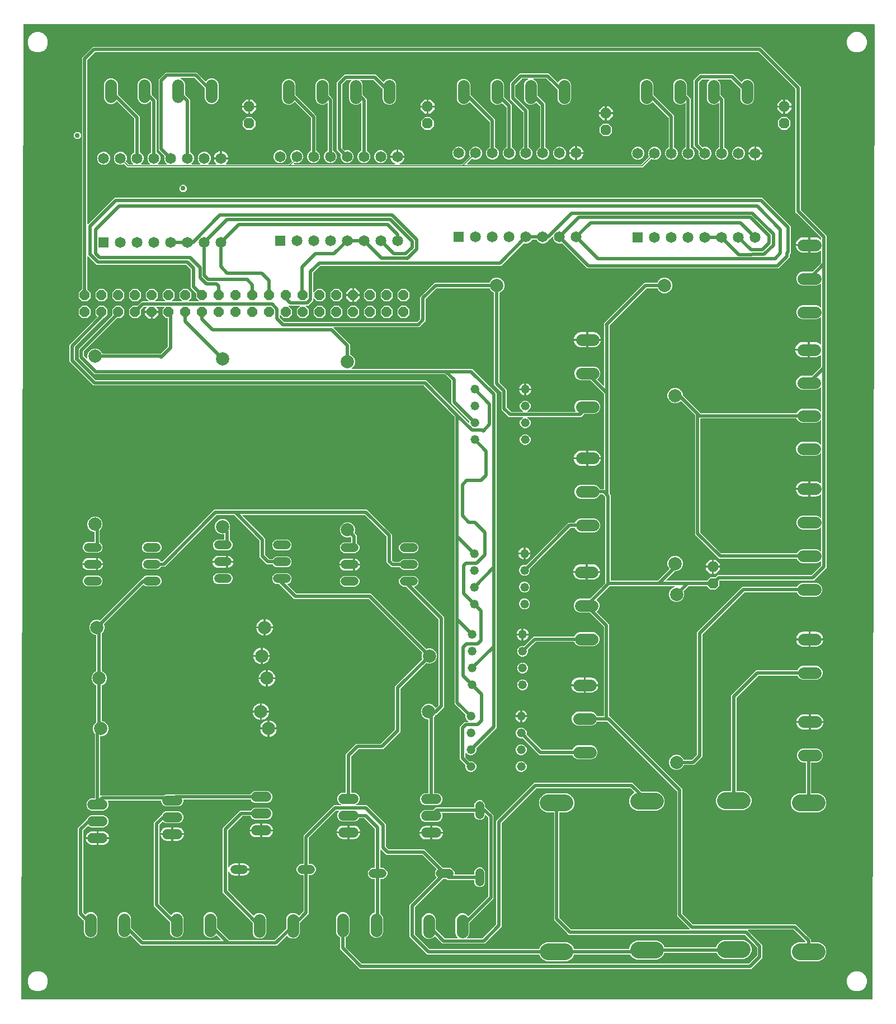
<source format=gbr>
G04 EAGLE Gerber RS-274X export*
G75*
%MOMM*%
%FSLAX34Y34*%
%LPD*%
%INTop Copper*%
%IPPOS*%
%AMOC8*
5,1,8,0,0,1.08239X$1,22.5*%
G01*
%ADD10P,1.732040X8X292.500000*%
%ADD11C,1.320800*%
%ADD12C,2.540000*%
%ADD13C,1.790700*%
%ADD14C,1.320800*%
%ADD15C,1.524000*%
%ADD16P,1.649562X8X22.500000*%
%ADD17C,2.000000*%
%ADD18C,1.650000*%
%ADD19R,1.650000X1.650000*%
%ADD20P,1.732040X8X112.500000*%
%ADD21C,0.152400*%
%ADD22C,0.756400*%
%ADD23C,0.500000*%

G36*
X1233119Y-37836D02*
X1233119Y-37836D01*
X1233138Y-37838D01*
X1233240Y-37816D01*
X1233343Y-37800D01*
X1233360Y-37791D01*
X1233378Y-37787D01*
X1233468Y-37733D01*
X1233560Y-37684D01*
X1233573Y-37671D01*
X1233590Y-37661D01*
X1233658Y-37582D01*
X1233729Y-37506D01*
X1233738Y-37489D01*
X1233750Y-37474D01*
X1233789Y-37378D01*
X1233833Y-37283D01*
X1233835Y-37264D01*
X1233842Y-37246D01*
X1233861Y-37080D01*
X1236817Y1436376D01*
X1236814Y1436397D01*
X1236816Y1436417D01*
X1236794Y1436518D01*
X1236778Y1436619D01*
X1236768Y1436638D01*
X1236764Y1436658D01*
X1236711Y1436746D01*
X1236663Y1436837D01*
X1236648Y1436851D01*
X1236638Y1436869D01*
X1236560Y1436936D01*
X1236485Y1437007D01*
X1236467Y1437015D01*
X1236451Y1437029D01*
X1236355Y1437067D01*
X1236263Y1437111D01*
X1236242Y1437113D01*
X1236223Y1437121D01*
X1236056Y1437139D01*
X-51100Y1437139D01*
X-51119Y1437136D01*
X-51138Y1437138D01*
X-51240Y1437116D01*
X-51343Y1437100D01*
X-51360Y1437091D01*
X-51378Y1437087D01*
X-51468Y1437033D01*
X-51560Y1436984D01*
X-51573Y1436971D01*
X-51590Y1436961D01*
X-51658Y1436882D01*
X-51729Y1436806D01*
X-51738Y1436789D01*
X-51750Y1436774D01*
X-51789Y1436678D01*
X-51833Y1436583D01*
X-51835Y1436564D01*
X-51842Y1436546D01*
X-51861Y1436380D01*
X-54817Y-37076D01*
X-54814Y-37097D01*
X-54816Y-37117D01*
X-54794Y-37218D01*
X-54778Y-37319D01*
X-54768Y-37338D01*
X-54764Y-37358D01*
X-54711Y-37446D01*
X-54663Y-37537D01*
X-54648Y-37551D01*
X-54638Y-37569D01*
X-54560Y-37636D01*
X-54485Y-37707D01*
X-54467Y-37715D01*
X-54451Y-37729D01*
X-54355Y-37767D01*
X-54263Y-37811D01*
X-54242Y-37813D01*
X-54223Y-37821D01*
X-54056Y-37839D01*
X1233100Y-37839D01*
X1233119Y-37836D01*
G37*
%LPC*%
G36*
X457673Y8635D02*
X457673Y8635D01*
X427775Y38533D01*
X427775Y55713D01*
X427756Y55828D01*
X427739Y55944D01*
X427737Y55950D01*
X427736Y55956D01*
X427681Y56059D01*
X427628Y56164D01*
X427623Y56168D01*
X427620Y56174D01*
X427536Y56253D01*
X427452Y56336D01*
X427446Y56339D01*
X427442Y56343D01*
X427425Y56351D01*
X427305Y56417D01*
X425865Y57013D01*
X422917Y59961D01*
X421322Y63812D01*
X421322Y85888D01*
X422917Y89739D01*
X425865Y92687D01*
X429716Y94282D01*
X433884Y94282D01*
X437735Y92687D01*
X440683Y89739D01*
X442278Y85888D01*
X442278Y63812D01*
X440683Y59961D01*
X437735Y57013D01*
X436295Y56417D01*
X436195Y56355D01*
X436095Y56295D01*
X436091Y56290D01*
X436086Y56287D01*
X436011Y56197D01*
X435935Y56108D01*
X435933Y56102D01*
X435929Y56098D01*
X435887Y55989D01*
X435843Y55880D01*
X435842Y55873D01*
X435841Y55868D01*
X435840Y55850D01*
X435825Y55713D01*
X435825Y42182D01*
X435839Y42092D01*
X435847Y42001D01*
X435859Y41972D01*
X435864Y41940D01*
X435907Y41859D01*
X435943Y41775D01*
X435969Y41743D01*
X435980Y41722D01*
X436003Y41700D01*
X436048Y41644D01*
X460784Y16908D01*
X460858Y16855D01*
X460928Y16795D01*
X460958Y16783D01*
X460984Y16764D01*
X461071Y16737D01*
X461156Y16703D01*
X461197Y16699D01*
X461219Y16692D01*
X461251Y16693D01*
X461322Y16685D01*
X1046678Y16685D01*
X1046768Y16699D01*
X1046859Y16707D01*
X1046888Y16719D01*
X1046920Y16724D01*
X1047001Y16767D01*
X1047085Y16803D01*
X1047117Y16829D01*
X1047138Y16840D01*
X1047160Y16863D01*
X1047216Y16908D01*
X1058752Y28444D01*
X1058805Y28518D01*
X1058865Y28588D01*
X1058877Y28618D01*
X1058896Y28644D01*
X1058923Y28731D01*
X1058957Y28816D01*
X1058961Y28857D01*
X1058968Y28879D01*
X1058967Y28911D01*
X1058975Y28982D01*
X1058975Y41018D01*
X1058961Y41108D01*
X1058953Y41199D01*
X1058941Y41228D01*
X1058936Y41260D01*
X1058893Y41341D01*
X1058857Y41425D01*
X1058831Y41457D01*
X1058820Y41478D01*
X1058797Y41500D01*
X1058752Y41556D01*
X1040556Y59752D01*
X1040482Y59805D01*
X1040412Y59865D01*
X1040382Y59877D01*
X1040356Y59896D01*
X1040269Y59923D01*
X1040184Y59957D01*
X1040143Y59961D01*
X1040121Y59968D01*
X1040089Y59967D01*
X1040018Y59975D01*
X774333Y59975D01*
X771752Y62556D01*
X754156Y80152D01*
X751575Y82733D01*
X751575Y244636D01*
X751572Y244656D01*
X751574Y244675D01*
X751552Y244777D01*
X751536Y244879D01*
X751526Y244896D01*
X751522Y244916D01*
X751469Y245005D01*
X751420Y245096D01*
X751406Y245110D01*
X751396Y245127D01*
X751317Y245194D01*
X751242Y245266D01*
X751224Y245274D01*
X751209Y245287D01*
X751113Y245326D01*
X751019Y245369D01*
X750999Y245371D01*
X750981Y245379D01*
X750814Y245397D01*
X740071Y245397D01*
X734842Y247563D01*
X730841Y251564D01*
X728675Y256793D01*
X728675Y262451D01*
X730841Y267680D01*
X734842Y271681D01*
X740071Y273847D01*
X771129Y273847D01*
X776358Y271681D01*
X780359Y267680D01*
X782525Y262451D01*
X782525Y256793D01*
X780359Y251564D01*
X776358Y247563D01*
X771129Y245397D01*
X760386Y245397D01*
X760366Y245394D01*
X760347Y245396D01*
X760245Y245374D01*
X760143Y245358D01*
X760126Y245348D01*
X760106Y245344D01*
X760017Y245291D01*
X759926Y245242D01*
X759912Y245228D01*
X759895Y245218D01*
X759828Y245139D01*
X759756Y245064D01*
X759748Y245046D01*
X759735Y245031D01*
X759696Y244935D01*
X759653Y244841D01*
X759651Y244821D01*
X759643Y244803D01*
X759625Y244636D01*
X759625Y86382D01*
X759639Y86292D01*
X759647Y86201D01*
X759659Y86172D01*
X759664Y86140D01*
X759707Y86059D01*
X759743Y85975D01*
X759769Y85943D01*
X759780Y85922D01*
X759803Y85900D01*
X759848Y85844D01*
X777444Y68248D01*
X777518Y68195D01*
X777588Y68135D01*
X777618Y68123D01*
X777644Y68104D01*
X777731Y68077D01*
X777816Y68043D01*
X777857Y68039D01*
X777879Y68032D01*
X777911Y68033D01*
X777982Y68025D01*
X956446Y68025D01*
X956516Y68036D01*
X956588Y68038D01*
X956637Y68056D01*
X956688Y68064D01*
X956752Y68098D01*
X956819Y68123D01*
X956860Y68155D01*
X956906Y68180D01*
X956955Y68232D01*
X957011Y68276D01*
X957039Y68320D01*
X957075Y68358D01*
X957105Y68423D01*
X957144Y68483D01*
X957157Y68534D01*
X957179Y68581D01*
X957187Y68652D01*
X957204Y68722D01*
X957200Y68774D01*
X957206Y68825D01*
X957191Y68896D01*
X957185Y68967D01*
X957165Y69015D01*
X957154Y69066D01*
X957117Y69127D01*
X957089Y69193D01*
X957044Y69249D01*
X957027Y69277D01*
X957010Y69292D01*
X956984Y69324D01*
X937975Y88333D01*
X937975Y277018D01*
X937961Y277108D01*
X937953Y277199D01*
X937941Y277228D01*
X937936Y277260D01*
X937893Y277341D01*
X937857Y277425D01*
X937831Y277457D01*
X937820Y277478D01*
X937797Y277500D01*
X937752Y277556D01*
X832656Y382652D01*
X832582Y382705D01*
X832512Y382765D01*
X832482Y382777D01*
X832456Y382796D01*
X832369Y382823D01*
X832284Y382857D01*
X832243Y382861D01*
X832221Y382868D01*
X832189Y382867D01*
X832118Y382875D01*
X817087Y382875D01*
X816972Y382856D01*
X816856Y382839D01*
X816850Y382837D01*
X816844Y382836D01*
X816741Y382781D01*
X816636Y382728D01*
X816632Y382723D01*
X816626Y382720D01*
X816547Y382636D01*
X816464Y382552D01*
X816461Y382546D01*
X816457Y382542D01*
X816449Y382525D01*
X816383Y382405D01*
X815787Y380965D01*
X812839Y378017D01*
X808988Y376422D01*
X786912Y376422D01*
X783061Y378017D01*
X780113Y380965D01*
X778518Y384816D01*
X778518Y388984D01*
X780113Y392835D01*
X783061Y395783D01*
X786912Y397378D01*
X808988Y397378D01*
X812839Y395783D01*
X815787Y392835D01*
X816383Y391395D01*
X816445Y391295D01*
X816505Y391195D01*
X816510Y391191D01*
X816513Y391186D01*
X816603Y391111D01*
X816692Y391035D01*
X816698Y391033D01*
X816702Y391029D01*
X816811Y390987D01*
X816920Y390943D01*
X816927Y390942D01*
X816932Y390941D01*
X816950Y390940D01*
X817087Y390925D01*
X826214Y390925D01*
X826234Y390928D01*
X826253Y390926D01*
X826355Y390948D01*
X826457Y390964D01*
X826474Y390974D01*
X826494Y390978D01*
X826583Y391031D01*
X826674Y391080D01*
X826688Y391094D01*
X826705Y391104D01*
X826772Y391183D01*
X826844Y391258D01*
X826852Y391276D01*
X826865Y391291D01*
X826904Y391387D01*
X826947Y391481D01*
X826949Y391501D01*
X826957Y391519D01*
X826975Y391686D01*
X826975Y525968D01*
X826961Y526058D01*
X826953Y526149D01*
X826941Y526178D01*
X826936Y526210D01*
X826893Y526291D01*
X826857Y526375D01*
X826831Y526407D01*
X826820Y526428D01*
X826797Y526450D01*
X826752Y526506D01*
X805959Y547299D01*
X805885Y547352D01*
X805816Y547411D01*
X805786Y547424D01*
X805760Y547442D01*
X805673Y547469D01*
X805588Y547503D01*
X805547Y547508D01*
X805525Y547515D01*
X805492Y547514D01*
X805421Y547522D01*
X789912Y547522D01*
X786061Y549117D01*
X783113Y552065D01*
X781518Y555916D01*
X781518Y560084D01*
X783113Y563935D01*
X786061Y566883D01*
X789912Y568478D01*
X805421Y568478D01*
X805511Y568493D01*
X805602Y568500D01*
X805632Y568513D01*
X805664Y568518D01*
X805745Y568561D01*
X805828Y568596D01*
X805861Y568622D01*
X805881Y568633D01*
X805903Y568656D01*
X805959Y568701D01*
X828752Y591494D01*
X828805Y591568D01*
X828865Y591638D01*
X828877Y591668D01*
X828896Y591694D01*
X828923Y591781D01*
X828957Y591866D01*
X828961Y591907D01*
X828968Y591929D01*
X828967Y591961D01*
X828975Y592032D01*
X828975Y722018D01*
X828961Y722108D01*
X828953Y722199D01*
X828941Y722228D01*
X828936Y722260D01*
X828893Y722341D01*
X828857Y722425D01*
X828831Y722457D01*
X828820Y722478D01*
X828797Y722500D01*
X828752Y722556D01*
X827252Y724056D01*
X825456Y725852D01*
X825382Y725905D01*
X825312Y725965D01*
X825282Y725977D01*
X825256Y725996D01*
X825169Y726023D01*
X825084Y726057D01*
X825043Y726061D01*
X825021Y726068D01*
X824989Y726067D01*
X824918Y726075D01*
X821087Y726075D01*
X820972Y726056D01*
X820856Y726039D01*
X820850Y726037D01*
X820844Y726036D01*
X820741Y725981D01*
X820636Y725928D01*
X820632Y725923D01*
X820626Y725920D01*
X820547Y725836D01*
X820464Y725752D01*
X820461Y725746D01*
X820457Y725742D01*
X820449Y725725D01*
X820383Y725605D01*
X819787Y724165D01*
X816839Y721217D01*
X812988Y719622D01*
X790912Y719622D01*
X787061Y721217D01*
X784113Y724165D01*
X782518Y728016D01*
X782518Y732184D01*
X784113Y736035D01*
X787061Y738983D01*
X790912Y740578D01*
X812988Y740578D01*
X816839Y738983D01*
X819787Y736035D01*
X820383Y734595D01*
X820445Y734495D01*
X820505Y734395D01*
X820510Y734391D01*
X820513Y734386D01*
X820603Y734311D01*
X820692Y734235D01*
X820698Y734233D01*
X820702Y734229D01*
X820811Y734187D01*
X820920Y734143D01*
X820927Y734142D01*
X820932Y734141D01*
X820950Y734140D01*
X821087Y734125D01*
X826714Y734125D01*
X826734Y734128D01*
X826753Y734126D01*
X826855Y734148D01*
X826957Y734164D01*
X826974Y734174D01*
X826994Y734178D01*
X827083Y734231D01*
X827174Y734280D01*
X827188Y734294D01*
X827205Y734304D01*
X827272Y734383D01*
X827344Y734458D01*
X827352Y734476D01*
X827365Y734491D01*
X827404Y734587D01*
X827447Y734681D01*
X827449Y734701D01*
X827457Y734719D01*
X827475Y734886D01*
X827475Y877668D01*
X827461Y877758D01*
X827453Y877849D01*
X827441Y877878D01*
X827436Y877910D01*
X827393Y877991D01*
X827357Y878075D01*
X827331Y878107D01*
X827320Y878128D01*
X827297Y878150D01*
X827252Y878206D01*
X806959Y898499D01*
X806885Y898552D01*
X806816Y898611D01*
X806786Y898624D01*
X806760Y898642D01*
X806673Y898669D01*
X806588Y898703D01*
X806547Y898708D01*
X806525Y898715D01*
X806492Y898714D01*
X806421Y898722D01*
X790912Y898722D01*
X787061Y900317D01*
X784113Y903265D01*
X782518Y907116D01*
X782518Y911284D01*
X784113Y915135D01*
X787061Y918083D01*
X790912Y919678D01*
X812988Y919678D01*
X816839Y918083D01*
X819787Y915135D01*
X821382Y911284D01*
X821382Y907116D01*
X819787Y903265D01*
X817220Y900698D01*
X817209Y900682D01*
X817193Y900670D01*
X817137Y900582D01*
X817077Y900498D01*
X817071Y900479D01*
X817060Y900463D01*
X817035Y900362D01*
X817004Y900263D01*
X817005Y900243D01*
X817000Y900224D01*
X817008Y900121D01*
X817011Y900018D01*
X817018Y899999D01*
X817019Y899979D01*
X817059Y899884D01*
X817095Y899786D01*
X817108Y899771D01*
X817115Y899753D01*
X817220Y899622D01*
X826176Y890666D01*
X826234Y890624D01*
X826286Y890575D01*
X826333Y890553D01*
X826375Y890523D01*
X826444Y890501D01*
X826509Y890471D01*
X826561Y890465D01*
X826611Y890450D01*
X826682Y890452D01*
X826753Y890444D01*
X826804Y890455D01*
X826856Y890457D01*
X826924Y890481D01*
X826994Y890496D01*
X827038Y890523D01*
X827087Y890541D01*
X827143Y890586D01*
X827205Y890623D01*
X827239Y890662D01*
X827279Y890695D01*
X827318Y890755D01*
X827365Y890809D01*
X827384Y890858D01*
X827412Y890902D01*
X827430Y890971D01*
X827457Y891038D01*
X827465Y891109D01*
X827473Y891140D01*
X827471Y891163D01*
X827475Y891204D01*
X827475Y980518D01*
X827461Y980608D01*
X827453Y980699D01*
X827441Y980728D01*
X827436Y980760D01*
X827393Y980841D01*
X827357Y980925D01*
X827331Y980957D01*
X827320Y980978D01*
X827297Y981000D01*
X827252Y981056D01*
X826975Y981333D01*
X826975Y984667D01*
X888433Y1046125D01*
X907584Y1046125D01*
X907699Y1046144D01*
X907815Y1046161D01*
X907821Y1046163D01*
X907827Y1046164D01*
X907930Y1046219D01*
X908034Y1046272D01*
X908039Y1046277D01*
X908044Y1046280D01*
X908124Y1046364D01*
X908207Y1046448D01*
X908210Y1046454D01*
X908214Y1046458D01*
X908221Y1046475D01*
X908287Y1046595D01*
X909130Y1048628D01*
X912372Y1051870D01*
X916608Y1053625D01*
X921192Y1053625D01*
X925428Y1051870D01*
X928670Y1048628D01*
X930425Y1044392D01*
X930425Y1039808D01*
X928670Y1035572D01*
X925428Y1032330D01*
X921192Y1030575D01*
X916608Y1030575D01*
X912372Y1032330D01*
X909130Y1035572D01*
X908287Y1037605D01*
X908226Y1037705D01*
X908166Y1037805D01*
X908161Y1037809D01*
X908158Y1037814D01*
X908068Y1037889D01*
X907979Y1037965D01*
X907973Y1037967D01*
X907968Y1037971D01*
X907860Y1038013D01*
X907751Y1038057D01*
X907743Y1038058D01*
X907739Y1038059D01*
X907720Y1038060D01*
X907584Y1038075D01*
X892082Y1038075D01*
X891992Y1038061D01*
X891901Y1038053D01*
X891872Y1038041D01*
X891840Y1038036D01*
X891759Y1037993D01*
X891675Y1037957D01*
X891643Y1037931D01*
X891622Y1037920D01*
X891600Y1037897D01*
X891544Y1037852D01*
X835748Y982056D01*
X835695Y981982D01*
X835635Y981912D01*
X835623Y981882D01*
X835604Y981856D01*
X835577Y981769D01*
X835543Y981684D01*
X835539Y981643D01*
X835532Y981621D01*
X835533Y981589D01*
X835525Y981518D01*
X835525Y727482D01*
X835539Y727392D01*
X835547Y727301D01*
X835559Y727272D01*
X835564Y727240D01*
X835607Y727159D01*
X835643Y727075D01*
X835669Y727043D01*
X835680Y727022D01*
X835703Y727000D01*
X835748Y726944D01*
X837025Y725667D01*
X837025Y596186D01*
X837028Y596166D01*
X837026Y596147D01*
X837048Y596045D01*
X837064Y595943D01*
X837074Y595926D01*
X837078Y595906D01*
X837131Y595817D01*
X837180Y595726D01*
X837194Y595712D01*
X837204Y595695D01*
X837283Y595628D01*
X837358Y595556D01*
X837376Y595548D01*
X837391Y595535D01*
X837487Y595496D01*
X837581Y595453D01*
X837601Y595451D01*
X837619Y595443D01*
X837786Y595425D01*
X908018Y595425D01*
X908108Y595439D01*
X908199Y595447D01*
X908228Y595459D01*
X908260Y595464D01*
X908341Y595507D01*
X908425Y595543D01*
X908457Y595569D01*
X908478Y595580D01*
X908500Y595603D01*
X908556Y595648D01*
X925967Y613058D01*
X925978Y613075D01*
X925994Y613087D01*
X926050Y613174D01*
X926110Y613258D01*
X926116Y613277D01*
X926127Y613294D01*
X926152Y613394D01*
X926183Y613493D01*
X926182Y613513D01*
X926187Y613532D01*
X926179Y613635D01*
X926176Y613739D01*
X926169Y613758D01*
X926168Y613778D01*
X926127Y613873D01*
X926092Y613970D01*
X926079Y613986D01*
X926071Y614004D01*
X925967Y614135D01*
X925130Y614972D01*
X923375Y619208D01*
X923375Y623792D01*
X925130Y628028D01*
X928372Y631270D01*
X932608Y633025D01*
X937192Y633025D01*
X941428Y631270D01*
X944670Y628028D01*
X946425Y623792D01*
X946425Y619208D01*
X944670Y614972D01*
X941428Y611730D01*
X937192Y609975D01*
X934582Y609975D01*
X934492Y609961D01*
X934401Y609953D01*
X934372Y609941D01*
X934340Y609936D01*
X934259Y609893D01*
X934175Y609857D01*
X934143Y609831D01*
X934122Y609820D01*
X934100Y609797D01*
X934044Y609752D01*
X921016Y596724D01*
X920974Y596666D01*
X920925Y596614D01*
X920903Y596567D01*
X920873Y596525D01*
X920851Y596456D01*
X920821Y596391D01*
X920815Y596339D01*
X920800Y596289D01*
X920802Y596218D01*
X920794Y596147D01*
X920805Y596096D01*
X920807Y596044D01*
X920831Y595976D01*
X920846Y595906D01*
X920873Y595862D01*
X920891Y595813D01*
X920936Y595757D01*
X920973Y595695D01*
X921012Y595661D01*
X921045Y595621D01*
X921105Y595582D01*
X921159Y595535D01*
X921208Y595516D01*
X921252Y595488D01*
X921321Y595470D01*
X921388Y595443D01*
X921459Y595435D01*
X921490Y595427D01*
X921513Y595429D01*
X921554Y595425D01*
X982238Y595425D01*
X982328Y595439D01*
X982419Y595447D01*
X982449Y595459D01*
X982481Y595464D01*
X982561Y595507D01*
X982645Y595543D01*
X982677Y595569D01*
X982698Y595580D01*
X982720Y595603D01*
X982776Y595648D01*
X988054Y600926D01*
X995519Y600926D01*
X995609Y600940D01*
X995700Y600948D01*
X995729Y600960D01*
X995761Y600965D01*
X995842Y601008D01*
X995926Y601044D01*
X995958Y601070D01*
X995979Y601081D01*
X996001Y601104D01*
X996057Y601149D01*
X998933Y604025D01*
X1141018Y604025D01*
X1141108Y604039D01*
X1141199Y604047D01*
X1141228Y604059D01*
X1141260Y604064D01*
X1141341Y604107D01*
X1141425Y604143D01*
X1141457Y604169D01*
X1141478Y604180D01*
X1141500Y604203D01*
X1141556Y604248D01*
X1155752Y618444D01*
X1155805Y618518D01*
X1155865Y618588D01*
X1155877Y618618D01*
X1155896Y618644D01*
X1155923Y618731D01*
X1155957Y618816D01*
X1155961Y618857D01*
X1155968Y618879D01*
X1155967Y618911D01*
X1155975Y618982D01*
X1155975Y625315D01*
X1155964Y625386D01*
X1155962Y625458D01*
X1155944Y625507D01*
X1155936Y625558D01*
X1155902Y625622D01*
X1155877Y625689D01*
X1155845Y625730D01*
X1155820Y625776D01*
X1155768Y625825D01*
X1155724Y625881D01*
X1155680Y625909D01*
X1155642Y625945D01*
X1155577Y625975D01*
X1155517Y626014D01*
X1155466Y626027D01*
X1155419Y626049D01*
X1155348Y626057D01*
X1155278Y626074D01*
X1155226Y626070D01*
X1155175Y626076D01*
X1155104Y626060D01*
X1155033Y626055D01*
X1154985Y626035D01*
X1154934Y626023D01*
X1154873Y625987D01*
X1154807Y625959D01*
X1154751Y625914D01*
X1154723Y625897D01*
X1154708Y625879D01*
X1154676Y625854D01*
X1152839Y624017D01*
X1148988Y622422D01*
X1126912Y622422D01*
X1123061Y624017D01*
X1120113Y626965D01*
X1119517Y628405D01*
X1119455Y628505D01*
X1119395Y628605D01*
X1119390Y628609D01*
X1119387Y628614D01*
X1119297Y628689D01*
X1119208Y628765D01*
X1119202Y628767D01*
X1119198Y628771D01*
X1119089Y628813D01*
X1118980Y628857D01*
X1118973Y628858D01*
X1118968Y628859D01*
X1118950Y628860D01*
X1118813Y628875D01*
X1001433Y628875D01*
X964975Y665333D01*
X964975Y846018D01*
X964961Y846108D01*
X964953Y846199D01*
X964941Y846228D01*
X964936Y846260D01*
X964893Y846341D01*
X964857Y846425D01*
X964831Y846457D01*
X964820Y846478D01*
X964797Y846500D01*
X964752Y846556D01*
X944042Y867267D01*
X944025Y867278D01*
X944013Y867294D01*
X943926Y867350D01*
X943842Y867410D01*
X943823Y867416D01*
X943806Y867427D01*
X943706Y867452D01*
X943607Y867483D01*
X943587Y867482D01*
X943568Y867487D01*
X943465Y867479D01*
X943361Y867476D01*
X943342Y867469D01*
X943322Y867468D01*
X943227Y867427D01*
X943130Y867392D01*
X943114Y867379D01*
X943096Y867371D01*
X942965Y867267D01*
X941428Y865730D01*
X937192Y863975D01*
X932608Y863975D01*
X928372Y865730D01*
X925130Y868972D01*
X923375Y873208D01*
X923375Y877792D01*
X925130Y882028D01*
X928372Y885270D01*
X932608Y887025D01*
X937192Y887025D01*
X941428Y885270D01*
X944670Y882028D01*
X946425Y877792D01*
X946425Y876582D01*
X946439Y876492D01*
X946447Y876401D01*
X946459Y876372D01*
X946464Y876340D01*
X946507Y876259D01*
X946543Y876175D01*
X946569Y876143D01*
X946580Y876122D01*
X946603Y876100D01*
X946648Y876044D01*
X973444Y849248D01*
X973518Y849195D01*
X973588Y849135D01*
X973618Y849123D01*
X973644Y849104D01*
X973731Y849077D01*
X973816Y849043D01*
X973857Y849039D01*
X973879Y849032D01*
X973911Y849033D01*
X973982Y849025D01*
X1118163Y849025D01*
X1118278Y849044D01*
X1118394Y849061D01*
X1118400Y849063D01*
X1118406Y849064D01*
X1118509Y849119D01*
X1118614Y849172D01*
X1118618Y849177D01*
X1118624Y849180D01*
X1118703Y849264D01*
X1118786Y849348D01*
X1118789Y849354D01*
X1118793Y849358D01*
X1118801Y849375D01*
X1118867Y849495D01*
X1119463Y850935D01*
X1122411Y853883D01*
X1126262Y855478D01*
X1148338Y855478D01*
X1152189Y853883D01*
X1154676Y851396D01*
X1154734Y851354D01*
X1154786Y851305D01*
X1154833Y851283D01*
X1154875Y851253D01*
X1154944Y851232D01*
X1155009Y851201D01*
X1155061Y851196D01*
X1155111Y851180D01*
X1155182Y851182D01*
X1155253Y851174D01*
X1155304Y851185D01*
X1155356Y851187D01*
X1155424Y851211D01*
X1155494Y851227D01*
X1155539Y851253D01*
X1155587Y851271D01*
X1155643Y851316D01*
X1155705Y851353D01*
X1155739Y851392D01*
X1155779Y851425D01*
X1155818Y851485D01*
X1155865Y851540D01*
X1155884Y851588D01*
X1155912Y851632D01*
X1155930Y851701D01*
X1155957Y851768D01*
X1155965Y851839D01*
X1155973Y851870D01*
X1155971Y851894D01*
X1155975Y851935D01*
X1155975Y888065D01*
X1155964Y888136D01*
X1155962Y888208D01*
X1155944Y888257D01*
X1155936Y888308D01*
X1155902Y888372D01*
X1155877Y888439D01*
X1155845Y888480D01*
X1155820Y888526D01*
X1155768Y888575D01*
X1155724Y888631D01*
X1155680Y888659D01*
X1155642Y888695D01*
X1155577Y888725D01*
X1155517Y888764D01*
X1155466Y888777D01*
X1155419Y888799D01*
X1155348Y888807D01*
X1155278Y888824D01*
X1155226Y888820D01*
X1155175Y888826D01*
X1155104Y888810D01*
X1155033Y888805D01*
X1154985Y888785D01*
X1154934Y888773D01*
X1154873Y888737D01*
X1154807Y888709D01*
X1154751Y888664D01*
X1154723Y888647D01*
X1154708Y888629D01*
X1154676Y888604D01*
X1152189Y886117D01*
X1148338Y884522D01*
X1126262Y884522D01*
X1122411Y886117D01*
X1119463Y889065D01*
X1117868Y892916D01*
X1117868Y897084D01*
X1119463Y900935D01*
X1122411Y903883D01*
X1126262Y905478D01*
X1141771Y905478D01*
X1141861Y905493D01*
X1141952Y905500D01*
X1141982Y905513D01*
X1142014Y905518D01*
X1142095Y905561D01*
X1142178Y905596D01*
X1142211Y905622D01*
X1142231Y905633D01*
X1142253Y905656D01*
X1142309Y905701D01*
X1155752Y919144D01*
X1155805Y919218D01*
X1155865Y919288D01*
X1155877Y919318D01*
X1155896Y919344D01*
X1155923Y919431D01*
X1155957Y919516D01*
X1155961Y919557D01*
X1155968Y919579D01*
X1155967Y919611D01*
X1155975Y919682D01*
X1155975Y936629D01*
X1155964Y936699D01*
X1155962Y936771D01*
X1155944Y936820D01*
X1155936Y936871D01*
X1155902Y936935D01*
X1155877Y937002D01*
X1155845Y937043D01*
X1155820Y937089D01*
X1155768Y937138D01*
X1155724Y937194D01*
X1155680Y937222D01*
X1155642Y937258D01*
X1155577Y937288D01*
X1155517Y937327D01*
X1155466Y937340D01*
X1155419Y937362D01*
X1155348Y937370D01*
X1155278Y937387D01*
X1155226Y937383D01*
X1155175Y937389D01*
X1155104Y937374D01*
X1155033Y937368D01*
X1154985Y937348D01*
X1154934Y937337D01*
X1154873Y937300D01*
X1154807Y937272D01*
X1154751Y937227D01*
X1154723Y937210D01*
X1154708Y937193D01*
X1154676Y937167D01*
X1153742Y936233D01*
X1152278Y935169D01*
X1150666Y934348D01*
X1148945Y933789D01*
X1147158Y933506D01*
X1138823Y933506D01*
X1138823Y944238D01*
X1138820Y944258D01*
X1138822Y944277D01*
X1138800Y944379D01*
X1138783Y944481D01*
X1138774Y944498D01*
X1138770Y944518D01*
X1138717Y944607D01*
X1138668Y944698D01*
X1138654Y944712D01*
X1138644Y944729D01*
X1138565Y944796D01*
X1138490Y944867D01*
X1138472Y944876D01*
X1138457Y944889D01*
X1138361Y944927D01*
X1138267Y944971D01*
X1138247Y944973D01*
X1138229Y944981D01*
X1138062Y944999D01*
X1137299Y944999D01*
X1137299Y945001D01*
X1138062Y945001D01*
X1138082Y945004D01*
X1138101Y945002D01*
X1138203Y945024D01*
X1138305Y945041D01*
X1138322Y945050D01*
X1138342Y945054D01*
X1138431Y945107D01*
X1138522Y945156D01*
X1138536Y945170D01*
X1138553Y945180D01*
X1138620Y945259D01*
X1138691Y945334D01*
X1138700Y945352D01*
X1138713Y945367D01*
X1138752Y945463D01*
X1138795Y945557D01*
X1138797Y945577D01*
X1138805Y945595D01*
X1138823Y945762D01*
X1138823Y956494D01*
X1147158Y956494D01*
X1148945Y956211D01*
X1150666Y955652D01*
X1152278Y954831D01*
X1153742Y953767D01*
X1154676Y952833D01*
X1154734Y952791D01*
X1154786Y952742D01*
X1154833Y952720D01*
X1154875Y952690D01*
X1154944Y952668D01*
X1155009Y952638D01*
X1155061Y952632D01*
X1155111Y952617D01*
X1155182Y952619D01*
X1155253Y952611D01*
X1155304Y952622D01*
X1155356Y952624D01*
X1155424Y952648D01*
X1155494Y952663D01*
X1155539Y952690D01*
X1155587Y952708D01*
X1155643Y952753D01*
X1155705Y952790D01*
X1155739Y952829D01*
X1155779Y952862D01*
X1155818Y952922D01*
X1155865Y952976D01*
X1155884Y953025D01*
X1155912Y953069D01*
X1155930Y953138D01*
X1155957Y953205D01*
X1155965Y953276D01*
X1155973Y953307D01*
X1155971Y953330D01*
X1155975Y953371D01*
X1155975Y994215D01*
X1155964Y994286D01*
X1155962Y994358D01*
X1155944Y994407D01*
X1155936Y994458D01*
X1155902Y994522D01*
X1155877Y994589D01*
X1155845Y994630D01*
X1155820Y994676D01*
X1155768Y994725D01*
X1155724Y994781D01*
X1155680Y994809D01*
X1155642Y994845D01*
X1155577Y994875D01*
X1155517Y994914D01*
X1155466Y994927D01*
X1155419Y994949D01*
X1155348Y994957D01*
X1155278Y994974D01*
X1155226Y994970D01*
X1155175Y994976D01*
X1155104Y994960D01*
X1155033Y994955D01*
X1154985Y994935D01*
X1154934Y994923D01*
X1154873Y994887D01*
X1154807Y994859D01*
X1154751Y994814D01*
X1154723Y994797D01*
X1154708Y994779D01*
X1154676Y994754D01*
X1152839Y992917D01*
X1148988Y991322D01*
X1126912Y991322D01*
X1123061Y992917D01*
X1120113Y995865D01*
X1118518Y999716D01*
X1118518Y1003884D01*
X1120113Y1007735D01*
X1123061Y1010683D01*
X1126912Y1012278D01*
X1148988Y1012278D01*
X1152839Y1010683D01*
X1154676Y1008846D01*
X1154734Y1008804D01*
X1154786Y1008755D01*
X1154833Y1008733D01*
X1154875Y1008703D01*
X1154944Y1008682D01*
X1155009Y1008651D01*
X1155061Y1008646D01*
X1155111Y1008630D01*
X1155182Y1008632D01*
X1155253Y1008624D01*
X1155304Y1008635D01*
X1155356Y1008637D01*
X1155424Y1008661D01*
X1155494Y1008677D01*
X1155539Y1008703D01*
X1155587Y1008721D01*
X1155643Y1008766D01*
X1155705Y1008803D01*
X1155739Y1008842D01*
X1155779Y1008875D01*
X1155818Y1008935D01*
X1155865Y1008990D01*
X1155884Y1009038D01*
X1155912Y1009082D01*
X1155930Y1009151D01*
X1155957Y1009218D01*
X1155965Y1009289D01*
X1155973Y1009320D01*
X1155971Y1009344D01*
X1155975Y1009385D01*
X1155975Y1045015D01*
X1155964Y1045086D01*
X1155962Y1045158D01*
X1155944Y1045207D01*
X1155936Y1045258D01*
X1155902Y1045322D01*
X1155877Y1045389D01*
X1155845Y1045430D01*
X1155820Y1045476D01*
X1155768Y1045525D01*
X1155724Y1045581D01*
X1155680Y1045609D01*
X1155642Y1045645D01*
X1155577Y1045675D01*
X1155517Y1045714D01*
X1155466Y1045727D01*
X1155419Y1045749D01*
X1155348Y1045757D01*
X1155278Y1045774D01*
X1155226Y1045770D01*
X1155175Y1045776D01*
X1155104Y1045760D01*
X1155033Y1045755D01*
X1154985Y1045735D01*
X1154934Y1045723D01*
X1154873Y1045687D01*
X1154807Y1045659D01*
X1154751Y1045614D01*
X1154723Y1045597D01*
X1154708Y1045579D01*
X1154676Y1045554D01*
X1152839Y1043717D01*
X1148988Y1042122D01*
X1126912Y1042122D01*
X1123061Y1043717D01*
X1120113Y1046665D01*
X1118518Y1050516D01*
X1118518Y1054684D01*
X1120113Y1058535D01*
X1123061Y1061483D01*
X1126912Y1063078D01*
X1142421Y1063078D01*
X1142511Y1063093D01*
X1142602Y1063100D01*
X1142632Y1063113D01*
X1142664Y1063118D01*
X1142745Y1063161D01*
X1142828Y1063196D01*
X1142861Y1063222D01*
X1142881Y1063233D01*
X1142903Y1063256D01*
X1142959Y1063301D01*
X1155752Y1076094D01*
X1155794Y1076153D01*
X1155842Y1076203D01*
X1155850Y1076220D01*
X1155865Y1076238D01*
X1155877Y1076268D01*
X1155896Y1076294D01*
X1155919Y1076368D01*
X1155946Y1076426D01*
X1155947Y1076442D01*
X1155957Y1076466D01*
X1155961Y1076507D01*
X1155968Y1076529D01*
X1155967Y1076561D01*
X1155975Y1076632D01*
X1155975Y1094379D01*
X1155964Y1094449D01*
X1155962Y1094521D01*
X1155944Y1094570D01*
X1155936Y1094621D01*
X1155902Y1094685D01*
X1155877Y1094752D01*
X1155845Y1094793D01*
X1155820Y1094839D01*
X1155769Y1094888D01*
X1155724Y1094944D01*
X1155680Y1094972D01*
X1155642Y1095008D01*
X1155577Y1095038D01*
X1155517Y1095077D01*
X1155466Y1095090D01*
X1155419Y1095112D01*
X1155348Y1095120D01*
X1155278Y1095137D01*
X1155226Y1095133D01*
X1155175Y1095139D01*
X1155104Y1095124D01*
X1155033Y1095118D01*
X1154985Y1095098D01*
X1154934Y1095087D01*
X1154873Y1095050D01*
X1154807Y1095022D01*
X1154751Y1094977D01*
X1154723Y1094960D01*
X1154708Y1094943D01*
X1154676Y1094917D01*
X1154392Y1094633D01*
X1152928Y1093569D01*
X1151316Y1092748D01*
X1149595Y1092189D01*
X1147808Y1091906D01*
X1139473Y1091906D01*
X1139473Y1102638D01*
X1139470Y1102658D01*
X1139472Y1102677D01*
X1139450Y1102779D01*
X1139433Y1102881D01*
X1139424Y1102898D01*
X1139420Y1102918D01*
X1139367Y1103007D01*
X1139318Y1103098D01*
X1139304Y1103112D01*
X1139294Y1103129D01*
X1139215Y1103196D01*
X1139140Y1103267D01*
X1139122Y1103276D01*
X1139107Y1103289D01*
X1139011Y1103327D01*
X1138917Y1103371D01*
X1138897Y1103373D01*
X1138879Y1103381D01*
X1138712Y1103399D01*
X1137949Y1103399D01*
X1137949Y1103401D01*
X1138712Y1103401D01*
X1138732Y1103404D01*
X1138751Y1103402D01*
X1138853Y1103424D01*
X1138955Y1103441D01*
X1138972Y1103450D01*
X1138992Y1103454D01*
X1139081Y1103507D01*
X1139172Y1103556D01*
X1139186Y1103570D01*
X1139203Y1103580D01*
X1139270Y1103659D01*
X1139341Y1103734D01*
X1139350Y1103752D01*
X1139363Y1103767D01*
X1139402Y1103863D01*
X1139445Y1103957D01*
X1139447Y1103977D01*
X1139455Y1103995D01*
X1139473Y1104162D01*
X1139473Y1114894D01*
X1147808Y1114894D01*
X1149595Y1114611D01*
X1151316Y1114052D01*
X1152928Y1113231D01*
X1154392Y1112167D01*
X1154676Y1111883D01*
X1154734Y1111841D01*
X1154786Y1111792D01*
X1154833Y1111770D01*
X1154875Y1111740D01*
X1154944Y1111718D01*
X1155009Y1111688D01*
X1155061Y1111682D01*
X1155111Y1111667D01*
X1155182Y1111669D01*
X1155253Y1111661D01*
X1155304Y1111672D01*
X1155356Y1111674D01*
X1155424Y1111698D01*
X1155494Y1111713D01*
X1155539Y1111740D01*
X1155587Y1111758D01*
X1155643Y1111803D01*
X1155705Y1111840D01*
X1155739Y1111879D01*
X1155779Y1111912D01*
X1155818Y1111972D01*
X1155865Y1112026D01*
X1155884Y1112075D01*
X1155912Y1112119D01*
X1155930Y1112188D01*
X1155957Y1112255D01*
X1155965Y1112326D01*
X1155973Y1112357D01*
X1155971Y1112380D01*
X1155975Y1112421D01*
X1155975Y1114018D01*
X1155961Y1114108D01*
X1155953Y1114199D01*
X1155941Y1114228D01*
X1155936Y1114260D01*
X1155893Y1114341D01*
X1155857Y1114425D01*
X1155831Y1114457D01*
X1155820Y1114478D01*
X1155797Y1114500D01*
X1155752Y1114556D01*
X1119556Y1150752D01*
X1116975Y1153333D01*
X1116975Y1339018D01*
X1116961Y1339108D01*
X1116953Y1339199D01*
X1116941Y1339228D01*
X1116936Y1339260D01*
X1116893Y1339341D01*
X1116857Y1339425D01*
X1116831Y1339457D01*
X1116820Y1339478D01*
X1116797Y1339500D01*
X1116752Y1339556D01*
X1061556Y1394752D01*
X1061482Y1394805D01*
X1061412Y1394865D01*
X1061382Y1394877D01*
X1061356Y1394896D01*
X1061269Y1394923D01*
X1061184Y1394957D01*
X1061143Y1394961D01*
X1061121Y1394968D01*
X1061089Y1394967D01*
X1061018Y1394975D01*
X56982Y1394975D01*
X56892Y1394961D01*
X56801Y1394953D01*
X56772Y1394941D01*
X56740Y1394936D01*
X56659Y1394893D01*
X56575Y1394857D01*
X56543Y1394831D01*
X56522Y1394820D01*
X56500Y1394797D01*
X56444Y1394752D01*
X45248Y1383556D01*
X45195Y1383482D01*
X45135Y1383412D01*
X45123Y1383382D01*
X45104Y1383356D01*
X45077Y1383269D01*
X45043Y1383184D01*
X45039Y1383143D01*
X45032Y1383121D01*
X45033Y1383089D01*
X45025Y1383018D01*
X45025Y1135554D01*
X45036Y1135484D01*
X45038Y1135412D01*
X45056Y1135363D01*
X45064Y1135312D01*
X45098Y1135248D01*
X45123Y1135181D01*
X45155Y1135140D01*
X45180Y1135094D01*
X45231Y1135045D01*
X45276Y1134989D01*
X45320Y1134961D01*
X45358Y1134925D01*
X45423Y1134895D01*
X45483Y1134856D01*
X45534Y1134843D01*
X45581Y1134821D01*
X45652Y1134813D01*
X45722Y1134796D01*
X45774Y1134800D01*
X45825Y1134794D01*
X45896Y1134809D01*
X45967Y1134815D01*
X46015Y1134835D01*
X46066Y1134846D01*
X46127Y1134883D01*
X46193Y1134911D01*
X46249Y1134956D01*
X46277Y1134973D01*
X46292Y1134990D01*
X46324Y1135016D01*
X83752Y1172444D01*
X86333Y1175025D01*
X1066667Y1175025D01*
X1069248Y1172444D01*
X1107444Y1134248D01*
X1110025Y1131667D01*
X1110025Y1091089D01*
X1108267Y1089331D01*
X1108222Y1089269D01*
X1108193Y1089239D01*
X1108188Y1089227D01*
X1108154Y1089188D01*
X1108142Y1089158D01*
X1108123Y1089132D01*
X1108096Y1089045D01*
X1108062Y1088960D01*
X1108058Y1088919D01*
X1108051Y1088897D01*
X1108052Y1088864D01*
X1108044Y1088793D01*
X1108044Y1084352D01*
X1091667Y1067975D01*
X801533Y1067975D01*
X763616Y1105892D01*
X763521Y1105960D01*
X763428Y1106030D01*
X763422Y1106032D01*
X763416Y1106036D01*
X763305Y1106070D01*
X763194Y1106106D01*
X763187Y1106106D01*
X763181Y1106108D01*
X763065Y1106105D01*
X762948Y1106104D01*
X762940Y1106102D01*
X762936Y1106102D01*
X762918Y1106095D01*
X762787Y1106057D01*
X761744Y1105625D01*
X757856Y1105625D01*
X754263Y1107113D01*
X751513Y1109863D01*
X750025Y1113456D01*
X750025Y1115454D01*
X750014Y1115524D01*
X750012Y1115596D01*
X749994Y1115645D01*
X749986Y1115696D01*
X749952Y1115760D01*
X749927Y1115827D01*
X749895Y1115868D01*
X749870Y1115914D01*
X749818Y1115963D01*
X749774Y1116019D01*
X749730Y1116047D01*
X749692Y1116083D01*
X749627Y1116113D01*
X749567Y1116152D01*
X749516Y1116165D01*
X749469Y1116187D01*
X749398Y1116195D01*
X749328Y1116212D01*
X749276Y1116208D01*
X749225Y1116214D01*
X749154Y1116199D01*
X749083Y1116193D01*
X749035Y1116173D01*
X748984Y1116162D01*
X748923Y1116125D01*
X748857Y1116097D01*
X748801Y1116052D01*
X748773Y1116035D01*
X748758Y1116018D01*
X748726Y1115992D01*
X744109Y1111375D01*
X743822Y1111375D01*
X743707Y1111356D01*
X743591Y1111339D01*
X743585Y1111337D01*
X743579Y1111336D01*
X743477Y1111281D01*
X743371Y1111228D01*
X743367Y1111223D01*
X743362Y1111220D01*
X743282Y1111136D01*
X743199Y1111052D01*
X743196Y1111046D01*
X743192Y1111042D01*
X743184Y1111025D01*
X743118Y1110905D01*
X742687Y1109863D01*
X739937Y1107113D01*
X736344Y1105625D01*
X732456Y1105625D01*
X728863Y1107113D01*
X726113Y1109863D01*
X725682Y1110905D01*
X725620Y1111005D01*
X725560Y1111105D01*
X725555Y1111109D01*
X725552Y1111114D01*
X725461Y1111189D01*
X725373Y1111265D01*
X725367Y1111267D01*
X725363Y1111271D01*
X725254Y1111313D01*
X725145Y1111357D01*
X725138Y1111358D01*
X725133Y1111359D01*
X725115Y1111360D01*
X724978Y1111375D01*
X718422Y1111375D01*
X718307Y1111356D01*
X718191Y1111339D01*
X718185Y1111337D01*
X718179Y1111336D01*
X718077Y1111281D01*
X717971Y1111228D01*
X717967Y1111223D01*
X717962Y1111220D01*
X717882Y1111136D01*
X717799Y1111052D01*
X717796Y1111046D01*
X717792Y1111042D01*
X717784Y1111025D01*
X717718Y1110905D01*
X717287Y1109863D01*
X714537Y1107113D01*
X710944Y1105625D01*
X707056Y1105625D01*
X706013Y1106057D01*
X705899Y1106084D01*
X705786Y1106112D01*
X705780Y1106112D01*
X705774Y1106113D01*
X705657Y1106102D01*
X705541Y1106093D01*
X705535Y1106091D01*
X705529Y1106090D01*
X705422Y1106042D01*
X705315Y1105997D01*
X705309Y1105992D01*
X705304Y1105990D01*
X705291Y1105977D01*
X705184Y1105892D01*
X673848Y1074556D01*
X671267Y1071975D01*
X397982Y1071975D01*
X397892Y1071961D01*
X397801Y1071953D01*
X397772Y1071941D01*
X397740Y1071936D01*
X397659Y1071893D01*
X397575Y1071857D01*
X397543Y1071831D01*
X397522Y1071820D01*
X397500Y1071797D01*
X397444Y1071752D01*
X387248Y1061556D01*
X387195Y1061482D01*
X387135Y1061412D01*
X387123Y1061382D01*
X387104Y1061356D01*
X387077Y1061269D01*
X387043Y1061184D01*
X387039Y1061143D01*
X387032Y1061121D01*
X387033Y1061089D01*
X387025Y1061018D01*
X387025Y1032595D01*
X387036Y1032524D01*
X387038Y1032453D01*
X387056Y1032404D01*
X387064Y1032352D01*
X387098Y1032289D01*
X387123Y1032222D01*
X387155Y1032181D01*
X387180Y1032135D01*
X387232Y1032086D01*
X387276Y1032030D01*
X387320Y1032001D01*
X387358Y1031966D01*
X387423Y1031935D01*
X387483Y1031897D01*
X387534Y1031884D01*
X387581Y1031862D01*
X387652Y1031854D01*
X387722Y1031837D01*
X387774Y1031841D01*
X387825Y1031835D01*
X387896Y1031850D01*
X387967Y1031856D01*
X388015Y1031876D01*
X388066Y1031887D01*
X388127Y1031924D01*
X388193Y1031952D01*
X388249Y1031997D01*
X388277Y1032013D01*
X388292Y1032031D01*
X388324Y1032057D01*
X392812Y1036545D01*
X400388Y1036545D01*
X405745Y1031188D01*
X405745Y1023612D01*
X400388Y1018255D01*
X392812Y1018255D01*
X388324Y1022743D01*
X388266Y1022785D01*
X388214Y1022834D01*
X388167Y1022856D01*
X388125Y1022887D01*
X388056Y1022908D01*
X387991Y1022938D01*
X387939Y1022944D01*
X387889Y1022959D01*
X387818Y1022957D01*
X387747Y1022965D01*
X387696Y1022954D01*
X387644Y1022953D01*
X387576Y1022928D01*
X387506Y1022913D01*
X387461Y1022886D01*
X387413Y1022868D01*
X387357Y1022823D01*
X387295Y1022787D01*
X387261Y1022747D01*
X387221Y1022715D01*
X387182Y1022654D01*
X387135Y1022600D01*
X387116Y1022551D01*
X387088Y1022508D01*
X387070Y1022438D01*
X387043Y1022372D01*
X387035Y1022300D01*
X387027Y1022269D01*
X387029Y1022246D01*
X387025Y1022205D01*
X387025Y1019333D01*
X379423Y1011731D01*
X376239Y1011731D01*
X376168Y1011720D01*
X376097Y1011718D01*
X376048Y1011700D01*
X375996Y1011692D01*
X375933Y1011658D01*
X375866Y1011633D01*
X375825Y1011601D01*
X375779Y1011576D01*
X375730Y1011524D01*
X375674Y1011480D01*
X375645Y1011436D01*
X375610Y1011398D01*
X375579Y1011333D01*
X375541Y1011273D01*
X375528Y1011222D01*
X375506Y1011175D01*
X375498Y1011104D01*
X375481Y1011034D01*
X375485Y1010982D01*
X375479Y1010931D01*
X375494Y1010860D01*
X375500Y1010789D01*
X375520Y1010741D01*
X375531Y1010690D01*
X375568Y1010629D01*
X375596Y1010563D01*
X375641Y1010507D01*
X375657Y1010479D01*
X375675Y1010464D01*
X375701Y1010432D01*
X380345Y1005788D01*
X380345Y998212D01*
X374988Y992855D01*
X367412Y992855D01*
X362055Y998212D01*
X362055Y1005788D01*
X366699Y1010432D01*
X366741Y1010490D01*
X366790Y1010542D01*
X366812Y1010589D01*
X366843Y1010631D01*
X366864Y1010700D01*
X366894Y1010765D01*
X366900Y1010817D01*
X366915Y1010867D01*
X366913Y1010938D01*
X366921Y1011009D01*
X366910Y1011060D01*
X366909Y1011112D01*
X366884Y1011180D01*
X366869Y1011250D01*
X366842Y1011295D01*
X366824Y1011343D01*
X366779Y1011399D01*
X366743Y1011461D01*
X366703Y1011495D01*
X366671Y1011535D01*
X366610Y1011574D01*
X366556Y1011621D01*
X366507Y1011640D01*
X366464Y1011668D01*
X366394Y1011686D01*
X366328Y1011713D01*
X366256Y1011721D01*
X366225Y1011729D01*
X366202Y1011727D01*
X366161Y1011731D01*
X364710Y1011731D01*
X364689Y1011752D01*
X364615Y1011805D01*
X364545Y1011865D01*
X364515Y1011877D01*
X364489Y1011896D01*
X364402Y1011923D01*
X364317Y1011957D01*
X364276Y1011961D01*
X364254Y1011968D01*
X364222Y1011967D01*
X364150Y1011975D01*
X350595Y1011975D01*
X350524Y1011964D01*
X350453Y1011962D01*
X350404Y1011944D01*
X350352Y1011936D01*
X350289Y1011902D01*
X350222Y1011877D01*
X350181Y1011845D01*
X350135Y1011820D01*
X350086Y1011768D01*
X350030Y1011724D01*
X350001Y1011680D01*
X349966Y1011642D01*
X349935Y1011577D01*
X349897Y1011517D01*
X349884Y1011466D01*
X349862Y1011419D01*
X349854Y1011348D01*
X349837Y1011278D01*
X349841Y1011226D01*
X349835Y1011175D01*
X349850Y1011104D01*
X349856Y1011033D01*
X349876Y1010985D01*
X349887Y1010934D01*
X349924Y1010873D01*
X349952Y1010807D01*
X349997Y1010751D01*
X350013Y1010723D01*
X350031Y1010708D01*
X350057Y1010676D01*
X354945Y1005788D01*
X354945Y998212D01*
X349588Y992855D01*
X342012Y992855D01*
X337368Y997499D01*
X337310Y997541D01*
X337258Y997590D01*
X337211Y997612D01*
X337169Y997643D01*
X337100Y997664D01*
X337035Y997694D01*
X336983Y997700D01*
X336933Y997715D01*
X336862Y997713D01*
X336791Y997721D01*
X336740Y997710D01*
X336688Y997709D01*
X336620Y997684D01*
X336550Y997669D01*
X336505Y997642D01*
X336457Y997624D01*
X336401Y997579D01*
X336339Y997543D01*
X336305Y997503D01*
X336265Y997471D01*
X336226Y997410D01*
X336179Y997356D01*
X336160Y997307D01*
X336132Y997264D01*
X336114Y997194D01*
X336087Y997128D01*
X336079Y997056D01*
X336071Y997025D01*
X336073Y997002D01*
X336069Y996961D01*
X336069Y993938D01*
X336083Y993848D01*
X336091Y993757D01*
X336103Y993728D01*
X336108Y993696D01*
X336151Y993615D01*
X336187Y993531D01*
X336213Y993499D01*
X336224Y993478D01*
X336247Y993456D01*
X336292Y993400D01*
X342444Y987248D01*
X342518Y987195D01*
X342588Y987135D01*
X342618Y987123D01*
X342644Y987104D01*
X342731Y987077D01*
X342816Y987043D01*
X342857Y987039D01*
X342879Y987032D01*
X342911Y987033D01*
X342982Y987025D01*
X544018Y987025D01*
X544108Y987039D01*
X544199Y987047D01*
X544228Y987059D01*
X544260Y987064D01*
X544341Y987107D01*
X544425Y987143D01*
X544457Y987169D01*
X544478Y987180D01*
X544500Y987203D01*
X544556Y987248D01*
X548752Y991444D01*
X548805Y991518D01*
X548865Y991588D01*
X548877Y991618D01*
X548896Y991644D01*
X548923Y991731D01*
X548957Y991816D01*
X548961Y991857D01*
X548968Y991879D01*
X548967Y991911D01*
X548975Y991982D01*
X548975Y1024667D01*
X570433Y1046125D01*
X653584Y1046125D01*
X653699Y1046144D01*
X653815Y1046161D01*
X653821Y1046163D01*
X653827Y1046164D01*
X653930Y1046219D01*
X654034Y1046272D01*
X654039Y1046277D01*
X654044Y1046280D01*
X654124Y1046364D01*
X654207Y1046448D01*
X654210Y1046454D01*
X654214Y1046458D01*
X654221Y1046475D01*
X654287Y1046595D01*
X655130Y1048628D01*
X658372Y1051870D01*
X662608Y1053625D01*
X667192Y1053625D01*
X671428Y1051870D01*
X674670Y1048628D01*
X676425Y1044392D01*
X676425Y1039808D01*
X674670Y1035572D01*
X671428Y1032330D01*
X669395Y1031487D01*
X669295Y1031426D01*
X669195Y1031366D01*
X669191Y1031361D01*
X669186Y1031358D01*
X669111Y1031268D01*
X669035Y1031179D01*
X669033Y1031173D01*
X669029Y1031168D01*
X668987Y1031060D01*
X668943Y1030951D01*
X668942Y1030943D01*
X668941Y1030939D01*
X668940Y1030920D01*
X668925Y1030784D01*
X668925Y896082D01*
X668939Y895992D01*
X668947Y895901D01*
X668959Y895872D01*
X668964Y895840D01*
X669007Y895759D01*
X669043Y895675D01*
X669069Y895643D01*
X669080Y895622D01*
X669103Y895600D01*
X669148Y895544D01*
X680025Y884667D01*
X680025Y857982D01*
X680039Y857892D01*
X680047Y857801D01*
X680059Y857772D01*
X680064Y857740D01*
X680107Y857659D01*
X680143Y857575D01*
X680169Y857543D01*
X680180Y857522D01*
X680203Y857500D01*
X680248Y857444D01*
X686444Y851248D01*
X686518Y851195D01*
X686588Y851135D01*
X686618Y851123D01*
X686644Y851104D01*
X686731Y851077D01*
X686816Y851043D01*
X686857Y851039D01*
X686879Y851032D01*
X686911Y851033D01*
X686982Y851025D01*
X703776Y851025D01*
X703872Y851040D01*
X703969Y851050D01*
X703992Y851060D01*
X704018Y851064D01*
X704104Y851110D01*
X704193Y851150D01*
X704213Y851167D01*
X704236Y851180D01*
X704303Y851250D01*
X704374Y851316D01*
X704387Y851339D01*
X704405Y851358D01*
X704446Y851446D01*
X704493Y851532D01*
X704498Y851557D01*
X704509Y851581D01*
X704519Y851678D01*
X704537Y851774D01*
X704533Y851800D01*
X704536Y851825D01*
X704515Y851920D01*
X704501Y852017D01*
X704489Y852040D01*
X704483Y852066D01*
X704433Y852150D01*
X704389Y852236D01*
X704371Y852254D01*
X704357Y852277D01*
X704283Y852340D01*
X704214Y852408D01*
X704185Y852424D01*
X704170Y852437D01*
X704140Y852449D01*
X704067Y852489D01*
X703295Y852809D01*
X701009Y855095D01*
X699771Y858083D01*
X699771Y861317D01*
X701009Y864305D01*
X703295Y866591D01*
X706283Y867829D01*
X709517Y867829D01*
X712505Y866591D01*
X714791Y864305D01*
X716029Y861317D01*
X716029Y858083D01*
X714791Y855095D01*
X712505Y852809D01*
X711733Y852489D01*
X711650Y852438D01*
X711564Y852392D01*
X711546Y852373D01*
X711524Y852360D01*
X711462Y852285D01*
X711395Y852214D01*
X711384Y852190D01*
X711367Y852170D01*
X711332Y852079D01*
X711291Y851991D01*
X711288Y851965D01*
X711279Y851941D01*
X711275Y851843D01*
X711264Y851747D01*
X711270Y851721D01*
X711269Y851695D01*
X711296Y851601D01*
X711317Y851506D01*
X711330Y851484D01*
X711337Y851459D01*
X711393Y851379D01*
X711443Y851295D01*
X711463Y851278D01*
X711477Y851257D01*
X711556Y851198D01*
X711630Y851135D01*
X711654Y851125D01*
X711675Y851110D01*
X711767Y851080D01*
X711858Y851043D01*
X711890Y851040D01*
X711909Y851034D01*
X711942Y851034D01*
X712024Y851025D01*
X783715Y851025D01*
X783786Y851036D01*
X783858Y851038D01*
X783907Y851056D01*
X783958Y851064D01*
X784022Y851098D01*
X784089Y851123D01*
X784130Y851155D01*
X784176Y851180D01*
X784225Y851231D01*
X784281Y851276D01*
X784309Y851320D01*
X784345Y851358D01*
X784375Y851423D01*
X784414Y851483D01*
X784427Y851534D01*
X784449Y851581D01*
X784457Y851652D01*
X784474Y851722D01*
X784470Y851774D01*
X784476Y851825D01*
X784460Y851896D01*
X784455Y851967D01*
X784435Y852015D01*
X784423Y852066D01*
X784387Y852127D01*
X784359Y852193D01*
X784314Y852249D01*
X784297Y852277D01*
X784279Y852292D01*
X784254Y852324D01*
X784113Y852465D01*
X782518Y856316D01*
X782518Y860484D01*
X784113Y864335D01*
X787061Y867283D01*
X790912Y868878D01*
X812988Y868878D01*
X816839Y867283D01*
X819787Y864335D01*
X821382Y860484D01*
X821382Y856316D01*
X819787Y852465D01*
X816839Y849517D01*
X812988Y847922D01*
X797479Y847922D01*
X797389Y847907D01*
X797298Y847900D01*
X797268Y847887D01*
X797236Y847882D01*
X797156Y847839D01*
X797072Y847804D01*
X797039Y847778D01*
X797019Y847767D01*
X796997Y847744D01*
X796941Y847699D01*
X794798Y845556D01*
X792217Y842975D01*
X712024Y842975D01*
X711928Y842960D01*
X711831Y842950D01*
X711808Y842940D01*
X711782Y842936D01*
X711696Y842890D01*
X711607Y842850D01*
X711587Y842833D01*
X711564Y842820D01*
X711497Y842750D01*
X711426Y842684D01*
X711413Y842661D01*
X711395Y842642D01*
X711354Y842554D01*
X711307Y842468D01*
X711302Y842443D01*
X711291Y842419D01*
X711281Y842322D01*
X711263Y842226D01*
X711267Y842200D01*
X711264Y842175D01*
X711285Y842080D01*
X711299Y841983D01*
X711311Y841960D01*
X711317Y841934D01*
X711367Y841850D01*
X711411Y841764D01*
X711429Y841746D01*
X711443Y841723D01*
X711517Y841660D01*
X711586Y841592D01*
X711615Y841576D01*
X711630Y841563D01*
X711660Y841551D01*
X711733Y841511D01*
X712505Y841191D01*
X714791Y838905D01*
X716029Y835917D01*
X716029Y832683D01*
X714791Y829695D01*
X712505Y827409D01*
X709517Y826171D01*
X706283Y826171D01*
X703295Y827409D01*
X701009Y829695D01*
X699771Y832683D01*
X699771Y835917D01*
X701009Y838905D01*
X703295Y841191D01*
X704067Y841511D01*
X704150Y841562D01*
X704236Y841608D01*
X704254Y841627D01*
X704276Y841640D01*
X704338Y841715D01*
X704405Y841786D01*
X704416Y841810D01*
X704433Y841830D01*
X704468Y841921D01*
X704509Y842009D01*
X704512Y842035D01*
X704521Y842059D01*
X704525Y842157D01*
X704536Y842253D01*
X704530Y842279D01*
X704531Y842305D01*
X704504Y842399D01*
X704483Y842494D01*
X704470Y842516D01*
X704463Y842541D01*
X704407Y842621D01*
X704357Y842705D01*
X704337Y842722D01*
X704323Y842743D01*
X704244Y842802D01*
X704170Y842865D01*
X704146Y842875D01*
X704125Y842890D01*
X704033Y842920D01*
X703942Y842957D01*
X703910Y842960D01*
X703891Y842966D01*
X703858Y842966D01*
X703776Y842975D01*
X683333Y842975D01*
X671975Y854333D01*
X671975Y881018D01*
X671974Y881026D01*
X671974Y881029D01*
X671971Y881045D01*
X671961Y881108D01*
X671953Y881199D01*
X671941Y881228D01*
X671936Y881260D01*
X671893Y881341D01*
X671857Y881425D01*
X671831Y881457D01*
X671820Y881478D01*
X671797Y881500D01*
X671752Y881556D01*
X660875Y892433D01*
X660875Y1030784D01*
X660856Y1030899D01*
X660839Y1031015D01*
X660837Y1031021D01*
X660836Y1031027D01*
X660781Y1031130D01*
X660728Y1031234D01*
X660723Y1031239D01*
X660720Y1031244D01*
X660636Y1031324D01*
X660552Y1031407D01*
X660546Y1031410D01*
X660542Y1031414D01*
X660525Y1031421D01*
X660405Y1031487D01*
X658372Y1032330D01*
X655130Y1035572D01*
X654287Y1037605D01*
X654226Y1037705D01*
X654166Y1037805D01*
X654161Y1037809D01*
X654158Y1037814D01*
X654068Y1037889D01*
X653979Y1037965D01*
X653973Y1037967D01*
X653968Y1037971D01*
X653860Y1038013D01*
X653751Y1038057D01*
X653743Y1038058D01*
X653739Y1038059D01*
X653720Y1038060D01*
X653584Y1038075D01*
X574082Y1038075D01*
X573992Y1038061D01*
X573901Y1038053D01*
X573872Y1038041D01*
X573840Y1038036D01*
X573759Y1037993D01*
X573675Y1037957D01*
X573643Y1037931D01*
X573622Y1037920D01*
X573600Y1037897D01*
X573544Y1037852D01*
X557248Y1021556D01*
X557199Y1021489D01*
X557198Y1021488D01*
X557198Y1021487D01*
X557195Y1021482D01*
X557135Y1021412D01*
X557123Y1021382D01*
X557104Y1021356D01*
X557077Y1021269D01*
X557043Y1021184D01*
X557039Y1021143D01*
X557032Y1021121D01*
X557033Y1021089D01*
X557025Y1021018D01*
X557025Y988333D01*
X547667Y978975D01*
X418554Y978975D01*
X418484Y978964D01*
X418412Y978962D01*
X418363Y978944D01*
X418312Y978936D01*
X418248Y978902D01*
X418181Y978877D01*
X418140Y978845D01*
X418094Y978820D01*
X418045Y978768D01*
X417989Y978724D01*
X417961Y978680D01*
X417925Y978642D01*
X417895Y978577D01*
X417856Y978517D01*
X417843Y978466D01*
X417821Y978419D01*
X417813Y978348D01*
X417796Y978278D01*
X417800Y978226D01*
X417794Y978175D01*
X417809Y978104D01*
X417815Y978033D01*
X417835Y977985D01*
X417846Y977934D01*
X417883Y977873D01*
X417911Y977807D01*
X417956Y977751D01*
X417973Y977723D01*
X417990Y977708D01*
X418016Y977676D01*
X440344Y955348D01*
X442925Y952767D01*
X442925Y938016D01*
X442944Y937901D01*
X442961Y937785D01*
X442963Y937779D01*
X442964Y937773D01*
X443019Y937670D01*
X443072Y937566D01*
X443077Y937561D01*
X443080Y937556D01*
X443164Y937476D01*
X443248Y937393D01*
X443254Y937390D01*
X443258Y937386D01*
X443275Y937379D01*
X443395Y937313D01*
X445428Y936470D01*
X448670Y933228D01*
X450425Y928992D01*
X450425Y924408D01*
X448670Y920172D01*
X445823Y917324D01*
X445781Y917266D01*
X445731Y917214D01*
X445710Y917167D01*
X445679Y917125D01*
X445658Y917056D01*
X445628Y916991D01*
X445622Y916939D01*
X445607Y916889D01*
X445609Y916818D01*
X445601Y916747D01*
X445612Y916696D01*
X445613Y916644D01*
X445638Y916576D01*
X445653Y916506D01*
X445680Y916461D01*
X445698Y916413D01*
X445742Y916357D01*
X445779Y916295D01*
X445819Y916261D01*
X445851Y916221D01*
X445912Y916182D01*
X445966Y916135D01*
X446014Y916116D01*
X446058Y916088D01*
X446128Y916070D01*
X446194Y916043D01*
X446266Y916035D01*
X446297Y916027D01*
X446320Y916029D01*
X446361Y916025D01*
X627667Y916025D01*
X664549Y879143D01*
X664549Y373057D01*
X633948Y342456D01*
X633880Y342361D01*
X633810Y342268D01*
X633808Y342262D01*
X633805Y342257D01*
X633770Y342145D01*
X633734Y342034D01*
X633734Y342028D01*
X633732Y342022D01*
X633735Y341905D01*
X633736Y341788D01*
X633739Y341781D01*
X633739Y341776D01*
X633745Y341758D01*
X633783Y341627D01*
X633829Y341517D01*
X633829Y338283D01*
X632591Y335295D01*
X630305Y333009D01*
X627317Y331771D01*
X624083Y331771D01*
X621095Y333009D01*
X618809Y335295D01*
X618489Y336067D01*
X618438Y336150D01*
X618392Y336236D01*
X618373Y336254D01*
X618360Y336276D01*
X618285Y336338D01*
X618214Y336405D01*
X618190Y336416D01*
X618170Y336433D01*
X618079Y336468D01*
X617991Y336509D01*
X617965Y336512D01*
X617941Y336521D01*
X617843Y336525D01*
X617747Y336536D01*
X617721Y336530D01*
X617695Y336531D01*
X617601Y336504D01*
X617506Y336483D01*
X617484Y336470D01*
X617459Y336463D01*
X617379Y336407D01*
X617295Y336357D01*
X617278Y336337D01*
X617257Y336323D01*
X617198Y336244D01*
X617135Y336170D01*
X617125Y336146D01*
X617110Y336125D01*
X617080Y336033D01*
X617043Y335942D01*
X617040Y335910D01*
X617034Y335891D01*
X617034Y335858D01*
X617025Y335776D01*
X617025Y329182D01*
X617039Y329092D01*
X617047Y329001D01*
X617059Y328972D01*
X617064Y328940D01*
X617107Y328859D01*
X617143Y328775D01*
X617169Y328743D01*
X617180Y328722D01*
X617203Y328700D01*
X617248Y328644D01*
X623144Y322748D01*
X623239Y322680D01*
X623332Y322610D01*
X623338Y322608D01*
X623343Y322605D01*
X623455Y322570D01*
X623566Y322534D01*
X623572Y322534D01*
X623578Y322532D01*
X623695Y322535D01*
X623812Y322536D01*
X623819Y322539D01*
X623824Y322539D01*
X623842Y322545D01*
X623973Y322583D01*
X624083Y322629D01*
X627317Y322629D01*
X630305Y321391D01*
X632591Y319105D01*
X633829Y316117D01*
X633829Y312883D01*
X632591Y309895D01*
X630305Y307609D01*
X627317Y306371D01*
X624083Y306371D01*
X621095Y307609D01*
X618809Y309895D01*
X617571Y312883D01*
X617571Y316117D01*
X617617Y316227D01*
X617644Y316341D01*
X617672Y316454D01*
X617672Y316460D01*
X617673Y316466D01*
X617662Y316583D01*
X617653Y316699D01*
X617650Y316705D01*
X617650Y316711D01*
X617602Y316819D01*
X617557Y316925D01*
X617552Y316931D01*
X617550Y316936D01*
X617537Y316950D01*
X617452Y317056D01*
X608975Y325533D01*
X608975Y374667D01*
X616333Y382025D01*
X621576Y382025D01*
X621672Y382040D01*
X621769Y382050D01*
X621792Y382060D01*
X621818Y382064D01*
X621904Y382110D01*
X621993Y382150D01*
X622013Y382167D01*
X622036Y382180D01*
X622103Y382250D01*
X622174Y382316D01*
X622187Y382339D01*
X622205Y382358D01*
X622246Y382446D01*
X622293Y382532D01*
X622298Y382557D01*
X622309Y382581D01*
X622319Y382678D01*
X622337Y382774D01*
X622333Y382800D01*
X622336Y382825D01*
X622315Y382920D01*
X622301Y383017D01*
X622289Y383040D01*
X622283Y383066D01*
X622233Y383150D01*
X622189Y383236D01*
X622171Y383254D01*
X622157Y383277D01*
X622083Y383340D01*
X622014Y383408D01*
X621985Y383424D01*
X621970Y383437D01*
X621940Y383449D01*
X621867Y383489D01*
X621095Y383809D01*
X618809Y386095D01*
X617571Y389083D01*
X617571Y392317D01*
X617617Y392427D01*
X617644Y392541D01*
X617672Y392654D01*
X617672Y392660D01*
X617673Y392666D01*
X617662Y392783D01*
X617653Y392899D01*
X617650Y392905D01*
X617650Y392911D01*
X617602Y393019D01*
X617557Y393125D01*
X617552Y393131D01*
X617550Y393136D01*
X617537Y393150D01*
X617452Y393256D01*
X600960Y409748D01*
X600960Y844002D01*
X600945Y844093D01*
X600938Y844183D01*
X600926Y844213D01*
X600920Y844245D01*
X600878Y844326D01*
X600842Y844410D01*
X600816Y844442D01*
X600805Y844463D01*
X600782Y844485D01*
X600737Y844541D01*
X554526Y890752D01*
X554452Y890805D01*
X554382Y890865D01*
X554352Y890877D01*
X554326Y890896D01*
X554239Y890923D01*
X554154Y890957D01*
X554113Y890961D01*
X554091Y890968D01*
X554059Y890967D01*
X553987Y890975D01*
X54333Y890975D01*
X17975Y927333D01*
X17975Y952667D01*
X59850Y994541D01*
X59861Y994558D01*
X59877Y994570D01*
X59933Y994657D01*
X59993Y994741D01*
X59999Y994760D01*
X60010Y994777D01*
X60035Y994877D01*
X60065Y994976D01*
X60065Y994996D01*
X60070Y995015D01*
X60062Y995118D01*
X60059Y995222D01*
X60052Y995241D01*
X60051Y995261D01*
X60010Y995355D01*
X59975Y995453D01*
X59962Y995469D01*
X59954Y995487D01*
X59850Y995618D01*
X57255Y998212D01*
X57255Y1005788D01*
X62612Y1011145D01*
X70188Y1011145D01*
X75545Y1005788D01*
X75545Y998212D01*
X70188Y992855D01*
X69862Y992855D01*
X69772Y992841D01*
X69681Y992833D01*
X69652Y992821D01*
X69620Y992816D01*
X69539Y992773D01*
X69455Y992737D01*
X69423Y992711D01*
X69402Y992700D01*
X69380Y992677D01*
X69324Y992632D01*
X26248Y949556D01*
X26195Y949482D01*
X26135Y949412D01*
X26123Y949382D01*
X26104Y949356D01*
X26077Y949269D01*
X26043Y949184D01*
X26039Y949143D01*
X26032Y949121D01*
X26033Y949089D01*
X26025Y949018D01*
X26025Y930982D01*
X26039Y930892D01*
X26047Y930801D01*
X26059Y930772D01*
X26064Y930740D01*
X26107Y930659D01*
X26143Y930575D01*
X26169Y930543D01*
X26180Y930522D01*
X26203Y930500D01*
X26248Y930444D01*
X57444Y899248D01*
X57518Y899195D01*
X57588Y899135D01*
X57618Y899123D01*
X57644Y899104D01*
X57731Y899077D01*
X57816Y899043D01*
X57857Y899039D01*
X57879Y899032D01*
X57911Y899033D01*
X57982Y899025D01*
X557637Y899025D01*
X609233Y847429D01*
X622272Y834390D01*
X622330Y834348D01*
X622382Y834299D01*
X622429Y834277D01*
X622471Y834246D01*
X622540Y834225D01*
X622605Y834195D01*
X622657Y834189D01*
X622707Y834174D01*
X622778Y834176D01*
X622849Y834168D01*
X622900Y834179D01*
X622952Y834180D01*
X623020Y834205D01*
X623090Y834220D01*
X623135Y834247D01*
X623183Y834265D01*
X623239Y834310D01*
X623301Y834346D01*
X623335Y834386D01*
X623375Y834418D01*
X623414Y834479D01*
X623461Y834533D01*
X623480Y834582D01*
X623508Y834625D01*
X623526Y834695D01*
X623553Y834761D01*
X623561Y834833D01*
X623569Y834864D01*
X623567Y834887D01*
X623571Y834928D01*
X623571Y835917D01*
X623617Y836027D01*
X623644Y836141D01*
X623672Y836254D01*
X623672Y836260D01*
X623673Y836266D01*
X623662Y836383D01*
X623653Y836499D01*
X623650Y836505D01*
X623650Y836511D01*
X623602Y836619D01*
X623557Y836725D01*
X623552Y836731D01*
X623550Y836736D01*
X623537Y836750D01*
X623452Y836856D01*
X595975Y864333D01*
X595975Y898018D01*
X595961Y898108D01*
X595953Y898199D01*
X595941Y898228D01*
X595936Y898260D01*
X595893Y898341D01*
X595857Y898425D01*
X595831Y898457D01*
X595820Y898478D01*
X595797Y898500D01*
X595752Y898556D01*
X586556Y907752D01*
X586482Y907805D01*
X586412Y907865D01*
X586382Y907877D01*
X586356Y907896D01*
X586269Y907923D01*
X586184Y907957D01*
X586143Y907961D01*
X586121Y907968D01*
X586089Y907967D01*
X586018Y907975D01*
X56333Y907975D01*
X53752Y910556D01*
X34556Y929752D01*
X31975Y932333D01*
X31975Y945667D01*
X83050Y996741D01*
X83061Y996757D01*
X83077Y996770D01*
X83133Y996857D01*
X83193Y996941D01*
X83199Y996960D01*
X83210Y996977D01*
X83235Y997077D01*
X83265Y997176D01*
X83265Y997196D01*
X83270Y997215D01*
X83262Y997318D01*
X83259Y997422D01*
X83252Y997441D01*
X83251Y997461D01*
X83210Y997555D01*
X83175Y997653D01*
X83162Y997669D01*
X83154Y997687D01*
X83050Y997818D01*
X82655Y998212D01*
X82655Y1005788D01*
X88012Y1011145D01*
X95588Y1011145D01*
X100945Y1005788D01*
X100945Y998212D01*
X95588Y992855D01*
X90862Y992855D01*
X90772Y992841D01*
X90681Y992833D01*
X90652Y992821D01*
X90620Y992816D01*
X90539Y992773D01*
X90455Y992737D01*
X90423Y992711D01*
X90402Y992700D01*
X90380Y992677D01*
X90324Y992632D01*
X40248Y942556D01*
X40195Y942482D01*
X40135Y942412D01*
X40123Y942382D01*
X40104Y942356D01*
X40077Y942269D01*
X40043Y942184D01*
X40039Y942143D01*
X40032Y942121D01*
X40033Y942089D01*
X40025Y942018D01*
X40025Y935982D01*
X40039Y935892D01*
X40047Y935801D01*
X40059Y935772D01*
X40064Y935740D01*
X40107Y935659D01*
X40143Y935575D01*
X40169Y935543D01*
X40180Y935522D01*
X40203Y935500D01*
X40248Y935444D01*
X44089Y931603D01*
X44168Y931546D01*
X44243Y931484D01*
X44268Y931474D01*
X44289Y931459D01*
X44382Y931430D01*
X44473Y931396D01*
X44499Y931394D01*
X44524Y931387D01*
X44621Y931389D01*
X44719Y931385D01*
X44744Y931392D01*
X44770Y931393D01*
X44861Y931427D01*
X44955Y931454D01*
X44976Y931469D01*
X45001Y931478D01*
X45077Y931539D01*
X45157Y931594D01*
X45172Y931615D01*
X45193Y931631D01*
X45246Y931713D01*
X45304Y931791D01*
X45312Y931816D01*
X45326Y931838D01*
X45350Y931933D01*
X45380Y932025D01*
X45380Y932051D01*
X45386Y932077D01*
X45378Y932174D01*
X45377Y932271D01*
X45368Y932303D01*
X45367Y932322D01*
X45354Y932352D01*
X45331Y932432D01*
X45175Y932808D01*
X45175Y937392D01*
X46930Y941628D01*
X50172Y944870D01*
X54408Y946625D01*
X58992Y946625D01*
X63228Y944870D01*
X66470Y941628D01*
X67313Y939595D01*
X67374Y939495D01*
X67434Y939395D01*
X67439Y939391D01*
X67442Y939386D01*
X67532Y939311D01*
X67621Y939235D01*
X67627Y939233D01*
X67632Y939229D01*
X67740Y939187D01*
X67849Y939143D01*
X67857Y939142D01*
X67861Y939141D01*
X67880Y939140D01*
X68016Y939125D01*
X156118Y939125D01*
X156208Y939139D01*
X156299Y939147D01*
X156328Y939159D01*
X156360Y939164D01*
X156441Y939207D01*
X156525Y939243D01*
X156557Y939269D01*
X156578Y939280D01*
X156600Y939303D01*
X156656Y939348D01*
X166752Y949444D01*
X166805Y949518D01*
X166865Y949588D01*
X166877Y949618D01*
X166896Y949644D01*
X166923Y949731D01*
X166957Y949816D01*
X166961Y949857D01*
X166968Y949879D01*
X166967Y949911D01*
X166975Y949982D01*
X166975Y992094D01*
X166972Y992114D01*
X166974Y992133D01*
X166952Y992235D01*
X166936Y992337D01*
X166926Y992354D01*
X166922Y992374D01*
X166869Y992463D01*
X166820Y992554D01*
X166806Y992568D01*
X166796Y992585D01*
X166717Y992652D01*
X166642Y992724D01*
X166624Y992732D01*
X166609Y992745D01*
X166513Y992784D01*
X166419Y992827D01*
X166399Y992829D01*
X166381Y992837D01*
X166214Y992855D01*
X164212Y992855D01*
X158855Y998212D01*
X158855Y1005788D01*
X161743Y1008676D01*
X161785Y1008734D01*
X161834Y1008786D01*
X161856Y1008833D01*
X161887Y1008875D01*
X161908Y1008944D01*
X161938Y1009009D01*
X161944Y1009061D01*
X161959Y1009111D01*
X161957Y1009182D01*
X161965Y1009253D01*
X161954Y1009304D01*
X161953Y1009356D01*
X161928Y1009424D01*
X161913Y1009494D01*
X161886Y1009539D01*
X161868Y1009587D01*
X161823Y1009643D01*
X161787Y1009705D01*
X161747Y1009739D01*
X161715Y1009779D01*
X161654Y1009818D01*
X161600Y1009865D01*
X161551Y1009884D01*
X161508Y1009912D01*
X161438Y1009930D01*
X161372Y1009957D01*
X161300Y1009965D01*
X161269Y1009973D01*
X161246Y1009971D01*
X161205Y1009975D01*
X150832Y1009975D01*
X150761Y1009964D01*
X150690Y1009962D01*
X150641Y1009944D01*
X150589Y1009936D01*
X150526Y1009902D01*
X150459Y1009877D01*
X150418Y1009845D01*
X150372Y1009820D01*
X150322Y1009768D01*
X150266Y1009724D01*
X150238Y1009680D01*
X150202Y1009642D01*
X150172Y1009577D01*
X150133Y1009517D01*
X150121Y1009466D01*
X150099Y1009419D01*
X150091Y1009348D01*
X150073Y1009278D01*
X150077Y1009226D01*
X150072Y1009175D01*
X150087Y1009104D01*
X150093Y1009033D01*
X150113Y1008985D01*
X150124Y1008934D01*
X150161Y1008873D01*
X150189Y1008807D01*
X150234Y1008751D01*
X150250Y1008723D01*
X150268Y1008708D01*
X150294Y1008676D01*
X152761Y1006209D01*
X152761Y1003523D01*
X143362Y1003523D01*
X143342Y1003520D01*
X143323Y1003522D01*
X143221Y1003500D01*
X143119Y1003483D01*
X143102Y1003474D01*
X143082Y1003470D01*
X142993Y1003417D01*
X142902Y1003368D01*
X142888Y1003354D01*
X142871Y1003344D01*
X142804Y1003265D01*
X142733Y1003190D01*
X142724Y1003172D01*
X142711Y1003157D01*
X142673Y1003061D01*
X142629Y1002967D01*
X142627Y1002947D01*
X142619Y1002929D01*
X142601Y1002762D01*
X142601Y1001999D01*
X142599Y1001999D01*
X142599Y1002762D01*
X142596Y1002782D01*
X142598Y1002801D01*
X142576Y1002903D01*
X142559Y1003005D01*
X142550Y1003022D01*
X142546Y1003042D01*
X142493Y1003131D01*
X142444Y1003222D01*
X142430Y1003236D01*
X142420Y1003253D01*
X142341Y1003320D01*
X142266Y1003391D01*
X142248Y1003400D01*
X142233Y1003413D01*
X142137Y1003452D01*
X142043Y1003495D01*
X142023Y1003497D01*
X142005Y1003505D01*
X141838Y1003523D01*
X132439Y1003523D01*
X132439Y1006209D01*
X134906Y1008676D01*
X134948Y1008734D01*
X134998Y1008786D01*
X135019Y1008833D01*
X135050Y1008875D01*
X135071Y1008944D01*
X135101Y1009009D01*
X135107Y1009061D01*
X135122Y1009111D01*
X135120Y1009182D01*
X135128Y1009253D01*
X135117Y1009304D01*
X135116Y1009356D01*
X135091Y1009424D01*
X135076Y1009494D01*
X135049Y1009539D01*
X135031Y1009587D01*
X134987Y1009643D01*
X134950Y1009705D01*
X134910Y1009739D01*
X134878Y1009779D01*
X134817Y1009818D01*
X134763Y1009865D01*
X134715Y1009884D01*
X134671Y1009912D01*
X134601Y1009930D01*
X134535Y1009957D01*
X134463Y1009965D01*
X134432Y1009973D01*
X134409Y1009971D01*
X134368Y1009975D01*
X131182Y1009975D01*
X131092Y1009961D01*
X131001Y1009953D01*
X130972Y1009941D01*
X130940Y1009936D01*
X130859Y1009893D01*
X130775Y1009857D01*
X130743Y1009831D01*
X130722Y1009820D01*
X130700Y1009797D01*
X130644Y1009752D01*
X126568Y1005676D01*
X126515Y1005602D01*
X126455Y1005532D01*
X126443Y1005502D01*
X126424Y1005476D01*
X126397Y1005389D01*
X126363Y1005304D01*
X126359Y1005263D01*
X126352Y1005241D01*
X126353Y1005209D01*
X126345Y1005138D01*
X126345Y998212D01*
X120988Y992855D01*
X113412Y992855D01*
X108055Y998212D01*
X108055Y1005788D01*
X113412Y1011145D01*
X120338Y1011145D01*
X120428Y1011159D01*
X120519Y1011167D01*
X120548Y1011179D01*
X120580Y1011184D01*
X120661Y1011227D01*
X120745Y1011263D01*
X120777Y1011289D01*
X120798Y1011300D01*
X120814Y1011317D01*
X120816Y1011318D01*
X120824Y1011326D01*
X120876Y1011368D01*
X127533Y1018025D01*
X137205Y1018025D01*
X137276Y1018036D01*
X137347Y1018038D01*
X137396Y1018056D01*
X137448Y1018064D01*
X137511Y1018098D01*
X137578Y1018123D01*
X137619Y1018155D01*
X137665Y1018180D01*
X137714Y1018232D01*
X137770Y1018276D01*
X137799Y1018320D01*
X137834Y1018358D01*
X137865Y1018423D01*
X137903Y1018483D01*
X137916Y1018534D01*
X137938Y1018581D01*
X137946Y1018652D01*
X137963Y1018722D01*
X137959Y1018774D01*
X137965Y1018825D01*
X137950Y1018896D01*
X137944Y1018967D01*
X137924Y1019015D01*
X137913Y1019066D01*
X137876Y1019127D01*
X137848Y1019193D01*
X137803Y1019249D01*
X137787Y1019277D01*
X137769Y1019292D01*
X137743Y1019324D01*
X133455Y1023612D01*
X133455Y1031188D01*
X138812Y1036545D01*
X146388Y1036545D01*
X151745Y1031188D01*
X151745Y1023612D01*
X147457Y1019324D01*
X147415Y1019266D01*
X147366Y1019214D01*
X147344Y1019167D01*
X147313Y1019125D01*
X147292Y1019056D01*
X147262Y1018991D01*
X147256Y1018939D01*
X147241Y1018889D01*
X147243Y1018818D01*
X147235Y1018747D01*
X147246Y1018696D01*
X147247Y1018644D01*
X147272Y1018576D01*
X147287Y1018506D01*
X147314Y1018461D01*
X147332Y1018413D01*
X147377Y1018357D01*
X147413Y1018295D01*
X147453Y1018261D01*
X147485Y1018221D01*
X147546Y1018182D01*
X147600Y1018135D01*
X147649Y1018116D01*
X147692Y1018088D01*
X147762Y1018070D01*
X147828Y1018043D01*
X147900Y1018035D01*
X147931Y1018027D01*
X147954Y1018029D01*
X147995Y1018025D01*
X162605Y1018025D01*
X162676Y1018036D01*
X162747Y1018038D01*
X162796Y1018056D01*
X162848Y1018064D01*
X162911Y1018098D01*
X162978Y1018123D01*
X163019Y1018155D01*
X163065Y1018180D01*
X163114Y1018232D01*
X163170Y1018276D01*
X163199Y1018320D01*
X163234Y1018358D01*
X163265Y1018423D01*
X163303Y1018483D01*
X163316Y1018534D01*
X163338Y1018581D01*
X163346Y1018652D01*
X163363Y1018722D01*
X163359Y1018774D01*
X163365Y1018825D01*
X163350Y1018896D01*
X163344Y1018967D01*
X163324Y1019015D01*
X163313Y1019066D01*
X163276Y1019127D01*
X163248Y1019193D01*
X163203Y1019249D01*
X163187Y1019277D01*
X163169Y1019292D01*
X163143Y1019324D01*
X158855Y1023612D01*
X158855Y1031188D01*
X164212Y1036545D01*
X171788Y1036545D01*
X177145Y1031188D01*
X177145Y1023612D01*
X172857Y1019324D01*
X172815Y1019266D01*
X172766Y1019214D01*
X172744Y1019167D01*
X172713Y1019125D01*
X172692Y1019056D01*
X172662Y1018991D01*
X172656Y1018939D01*
X172641Y1018889D01*
X172643Y1018818D01*
X172635Y1018747D01*
X172646Y1018696D01*
X172647Y1018644D01*
X172672Y1018576D01*
X172687Y1018506D01*
X172714Y1018461D01*
X172732Y1018413D01*
X172777Y1018357D01*
X172813Y1018295D01*
X172853Y1018261D01*
X172885Y1018221D01*
X172946Y1018182D01*
X173000Y1018135D01*
X173049Y1018116D01*
X173092Y1018088D01*
X173162Y1018070D01*
X173228Y1018043D01*
X173300Y1018035D01*
X173331Y1018027D01*
X173354Y1018029D01*
X173395Y1018025D01*
X188005Y1018025D01*
X188076Y1018036D01*
X188147Y1018038D01*
X188196Y1018056D01*
X188248Y1018064D01*
X188311Y1018098D01*
X188378Y1018123D01*
X188419Y1018155D01*
X188465Y1018180D01*
X188514Y1018232D01*
X188570Y1018276D01*
X188599Y1018320D01*
X188634Y1018358D01*
X188665Y1018423D01*
X188703Y1018483D01*
X188716Y1018534D01*
X188738Y1018581D01*
X188746Y1018652D01*
X188763Y1018722D01*
X188759Y1018774D01*
X188765Y1018825D01*
X188750Y1018896D01*
X188744Y1018967D01*
X188724Y1019015D01*
X188713Y1019066D01*
X188676Y1019127D01*
X188648Y1019193D01*
X188603Y1019249D01*
X188587Y1019277D01*
X188569Y1019292D01*
X188543Y1019324D01*
X184255Y1023612D01*
X184255Y1031188D01*
X189612Y1036545D01*
X197188Y1036545D01*
X202545Y1031188D01*
X202545Y1023612D01*
X198257Y1019324D01*
X198215Y1019266D01*
X198166Y1019214D01*
X198144Y1019167D01*
X198113Y1019125D01*
X198092Y1019056D01*
X198062Y1018991D01*
X198056Y1018939D01*
X198041Y1018889D01*
X198043Y1018818D01*
X198035Y1018747D01*
X198046Y1018696D01*
X198047Y1018644D01*
X198072Y1018576D01*
X198087Y1018506D01*
X198114Y1018461D01*
X198132Y1018413D01*
X198177Y1018357D01*
X198213Y1018295D01*
X198253Y1018261D01*
X198285Y1018221D01*
X198346Y1018182D01*
X198400Y1018135D01*
X198449Y1018116D01*
X198492Y1018088D01*
X198562Y1018070D01*
X198628Y1018043D01*
X198700Y1018035D01*
X198731Y1018027D01*
X198754Y1018029D01*
X198795Y1018025D01*
X213405Y1018025D01*
X213476Y1018036D01*
X213547Y1018038D01*
X213596Y1018056D01*
X213648Y1018064D01*
X213711Y1018098D01*
X213778Y1018123D01*
X213819Y1018155D01*
X213865Y1018180D01*
X213914Y1018232D01*
X213970Y1018276D01*
X213999Y1018320D01*
X214034Y1018358D01*
X214065Y1018423D01*
X214103Y1018483D01*
X214116Y1018534D01*
X214138Y1018581D01*
X214146Y1018652D01*
X214163Y1018722D01*
X214159Y1018774D01*
X214165Y1018825D01*
X214150Y1018896D01*
X214144Y1018967D01*
X214124Y1019015D01*
X214113Y1019066D01*
X214076Y1019127D01*
X214048Y1019193D01*
X214003Y1019249D01*
X213987Y1019277D01*
X213969Y1019292D01*
X213943Y1019324D01*
X209655Y1023612D01*
X209655Y1030538D01*
X209641Y1030628D01*
X209633Y1030719D01*
X209621Y1030748D01*
X209616Y1030780D01*
X209573Y1030861D01*
X209537Y1030945D01*
X209511Y1030977D01*
X209500Y1030998D01*
X209477Y1031020D01*
X209432Y1031076D01*
X204556Y1035952D01*
X201975Y1038533D01*
X201975Y1066018D01*
X201961Y1066108D01*
X201953Y1066199D01*
X201941Y1066228D01*
X201936Y1066260D01*
X201893Y1066341D01*
X201857Y1066425D01*
X201831Y1066457D01*
X201820Y1066478D01*
X201797Y1066500D01*
X201752Y1066556D01*
X195080Y1073228D01*
X195006Y1073281D01*
X194936Y1073341D01*
X194906Y1073353D01*
X194880Y1073372D01*
X194793Y1073399D01*
X194708Y1073433D01*
X194667Y1073437D01*
X194645Y1073444D01*
X194613Y1073443D01*
X194542Y1073451D01*
X59631Y1073451D01*
X48329Y1084752D01*
X48256Y1084805D01*
X48186Y1084865D01*
X48156Y1084877D01*
X48130Y1084896D01*
X48043Y1084923D01*
X47958Y1084957D01*
X47917Y1084961D01*
X47895Y1084968D01*
X47862Y1084967D01*
X47791Y1084975D01*
X47333Y1084975D01*
X46324Y1085984D01*
X46266Y1086026D01*
X46214Y1086075D01*
X46167Y1086097D01*
X46125Y1086127D01*
X46056Y1086149D01*
X45991Y1086179D01*
X45939Y1086184D01*
X45889Y1086200D01*
X45818Y1086198D01*
X45747Y1086206D01*
X45696Y1086195D01*
X45644Y1086193D01*
X45576Y1086169D01*
X45506Y1086154D01*
X45461Y1086127D01*
X45413Y1086109D01*
X45357Y1086064D01*
X45295Y1086027D01*
X45261Y1085988D01*
X45221Y1085955D01*
X45182Y1085895D01*
X45135Y1085841D01*
X45116Y1085792D01*
X45088Y1085748D01*
X45070Y1085679D01*
X45043Y1085612D01*
X45035Y1085541D01*
X45027Y1085510D01*
X45029Y1085487D01*
X45025Y1085446D01*
X45025Y1036623D01*
X45039Y1036533D01*
X45047Y1036442D01*
X45059Y1036412D01*
X45064Y1036380D01*
X45107Y1036300D01*
X45143Y1036216D01*
X45169Y1036184D01*
X45180Y1036163D01*
X45203Y1036141D01*
X45248Y1036085D01*
X50145Y1031188D01*
X50145Y1023612D01*
X44788Y1018255D01*
X37212Y1018255D01*
X31855Y1023612D01*
X31855Y1031188D01*
X36752Y1036085D01*
X36805Y1036159D01*
X36865Y1036228D01*
X36877Y1036258D01*
X36896Y1036285D01*
X36923Y1036372D01*
X36957Y1036456D01*
X36961Y1036497D01*
X36968Y1036520D01*
X36967Y1036552D01*
X36975Y1036623D01*
X36975Y1386667D01*
X53333Y1403025D01*
X1064667Y1403025D01*
X1125025Y1342667D01*
X1125025Y1156982D01*
X1125039Y1156892D01*
X1125047Y1156801D01*
X1125059Y1156772D01*
X1125064Y1156740D01*
X1125107Y1156659D01*
X1125143Y1156575D01*
X1125169Y1156543D01*
X1125180Y1156522D01*
X1125203Y1156500D01*
X1125248Y1156444D01*
X1161444Y1120248D01*
X1164025Y1117667D01*
X1164025Y615333D01*
X1144667Y595975D01*
X1002582Y595975D01*
X1002492Y595961D01*
X1002401Y595953D01*
X1002372Y595941D01*
X1002340Y595936D01*
X1002259Y595893D01*
X1002175Y595857D01*
X1002143Y595831D01*
X1002122Y595820D01*
X1002100Y595797D01*
X1002044Y595752D01*
X1001749Y595457D01*
X1001696Y595383D01*
X1001636Y595313D01*
X1001624Y595283D01*
X1001605Y595257D01*
X1001578Y595170D01*
X1001544Y595085D01*
X1001540Y595044D01*
X1001533Y595022D01*
X1001534Y594990D01*
X1001526Y594919D01*
X1001526Y587454D01*
X995946Y581874D01*
X988054Y581874D01*
X982776Y587152D01*
X982702Y587205D01*
X982633Y587265D01*
X982603Y587277D01*
X982577Y587296D01*
X982490Y587323D01*
X982405Y587357D01*
X982364Y587361D01*
X982341Y587368D01*
X982309Y587367D01*
X982238Y587375D01*
X955582Y587375D01*
X955492Y587361D01*
X955401Y587353D01*
X955372Y587341D01*
X955340Y587336D01*
X955259Y587293D01*
X955175Y587257D01*
X955143Y587231D01*
X955122Y587220D01*
X955100Y587197D01*
X955044Y587152D01*
X947947Y580056D01*
X947903Y579994D01*
X947873Y579963D01*
X947861Y579937D01*
X947809Y579867D01*
X947808Y579861D01*
X947804Y579856D01*
X947770Y579745D01*
X947733Y579633D01*
X947733Y579627D01*
X947732Y579621D01*
X947735Y579504D01*
X947736Y579387D01*
X947738Y579380D01*
X947738Y579375D01*
X947744Y579357D01*
X947782Y579226D01*
X948625Y577192D01*
X948625Y572608D01*
X946870Y568372D01*
X943628Y565130D01*
X939392Y563375D01*
X934808Y563375D01*
X930572Y565130D01*
X927330Y568372D01*
X925575Y572608D01*
X925575Y577192D01*
X927330Y581428D01*
X930572Y584670D01*
X933567Y585911D01*
X933650Y585962D01*
X933735Y586008D01*
X933753Y586027D01*
X933776Y586040D01*
X933838Y586115D01*
X933905Y586186D01*
X933916Y586210D01*
X933933Y586230D01*
X933967Y586321D01*
X934008Y586409D01*
X934011Y586435D01*
X934021Y586459D01*
X934025Y586557D01*
X934036Y586653D01*
X934030Y586679D01*
X934031Y586705D01*
X934004Y586799D01*
X933983Y586894D01*
X933970Y586916D01*
X933963Y586941D01*
X933907Y587021D01*
X933857Y587105D01*
X933837Y587122D01*
X933822Y587143D01*
X933744Y587202D01*
X933670Y587265D01*
X933646Y587275D01*
X933625Y587290D01*
X933532Y587320D01*
X933442Y587357D01*
X933410Y587360D01*
X933391Y587366D01*
X933358Y587366D01*
X933275Y587375D01*
X836332Y587375D01*
X836242Y587361D01*
X836151Y587353D01*
X836122Y587341D01*
X836090Y587336D01*
X836009Y587293D01*
X835925Y587257D01*
X835893Y587231D01*
X835872Y587220D01*
X835850Y587197D01*
X835794Y587152D01*
X816220Y567578D01*
X816209Y567562D01*
X816193Y567550D01*
X816137Y567462D01*
X816077Y567379D01*
X816071Y567360D01*
X816060Y567343D01*
X816035Y567242D01*
X816004Y567144D01*
X816005Y567124D01*
X816000Y567104D01*
X816008Y567001D01*
X816011Y566898D01*
X816018Y566879D01*
X816019Y566859D01*
X816059Y566764D01*
X816095Y566667D01*
X816108Y566651D01*
X816115Y566633D01*
X816220Y566502D01*
X818787Y563935D01*
X820382Y560084D01*
X820382Y555916D01*
X818787Y552065D01*
X816220Y549498D01*
X816209Y549482D01*
X816193Y549470D01*
X816137Y549382D01*
X816077Y549298D01*
X816071Y549279D01*
X816060Y549263D01*
X816035Y549162D01*
X816004Y549063D01*
X816005Y549043D01*
X816000Y549024D01*
X816008Y548921D01*
X816011Y548818D01*
X816018Y548799D01*
X816019Y548779D01*
X816059Y548684D01*
X816095Y548586D01*
X816108Y548571D01*
X816115Y548553D01*
X816220Y548422D01*
X835025Y529617D01*
X835025Y391686D01*
X835028Y391666D01*
X835026Y391647D01*
X835048Y391545D01*
X835064Y391443D01*
X835074Y391426D01*
X835078Y391406D01*
X835131Y391317D01*
X835180Y391226D01*
X835194Y391212D01*
X835204Y391195D01*
X835283Y391128D01*
X835358Y391056D01*
X835376Y391048D01*
X835391Y391035D01*
X835487Y390996D01*
X835581Y390953D01*
X835601Y390951D01*
X835619Y390943D01*
X835765Y390927D01*
X946025Y280667D01*
X946025Y91982D01*
X946039Y91892D01*
X946047Y91801D01*
X946059Y91772D01*
X946064Y91740D01*
X946107Y91659D01*
X946143Y91575D01*
X946169Y91543D01*
X946180Y91522D01*
X946203Y91500D01*
X946248Y91444D01*
X961444Y76248D01*
X961518Y76195D01*
X961588Y76135D01*
X961618Y76123D01*
X961644Y76104D01*
X961731Y76077D01*
X961816Y76043D01*
X961857Y76039D01*
X961879Y76032D01*
X961911Y76033D01*
X961982Y76025D01*
X1117667Y76025D01*
X1140825Y52867D01*
X1140825Y49664D01*
X1140828Y49644D01*
X1140826Y49625D01*
X1140848Y49523D01*
X1140864Y49421D01*
X1140874Y49404D01*
X1140878Y49384D01*
X1140931Y49295D01*
X1140980Y49204D01*
X1140994Y49190D01*
X1141004Y49173D01*
X1141083Y49106D01*
X1141158Y49034D01*
X1141176Y49026D01*
X1141191Y49013D01*
X1141287Y48974D01*
X1141381Y48931D01*
X1141401Y48929D01*
X1141419Y48921D01*
X1141586Y48903D01*
X1152329Y48903D01*
X1157558Y46737D01*
X1161559Y42736D01*
X1163725Y37507D01*
X1163725Y31849D01*
X1161559Y26620D01*
X1157558Y22619D01*
X1152329Y20453D01*
X1121271Y20453D01*
X1116042Y22619D01*
X1112041Y26620D01*
X1109875Y31849D01*
X1109875Y37507D01*
X1112041Y42736D01*
X1116042Y46737D01*
X1121271Y48903D01*
X1131568Y48903D01*
X1131638Y48914D01*
X1131710Y48916D01*
X1131759Y48934D01*
X1131810Y48942D01*
X1131874Y48976D01*
X1131941Y49001D01*
X1131982Y49033D01*
X1132028Y49058D01*
X1132077Y49110D01*
X1132133Y49154D01*
X1132161Y49198D01*
X1132197Y49236D01*
X1132227Y49301D01*
X1132266Y49361D01*
X1132279Y49412D01*
X1132301Y49459D01*
X1132309Y49530D01*
X1132326Y49600D01*
X1132322Y49652D01*
X1132328Y49703D01*
X1132313Y49774D01*
X1132307Y49845D01*
X1132287Y49893D01*
X1132276Y49944D01*
X1132239Y50005D01*
X1132211Y50071D01*
X1132166Y50127D01*
X1132149Y50155D01*
X1132132Y50170D01*
X1132106Y50202D01*
X1114556Y67752D01*
X1114482Y67805D01*
X1114412Y67865D01*
X1114382Y67877D01*
X1114356Y67896D01*
X1114269Y67923D01*
X1114184Y67957D01*
X1114143Y67961D01*
X1114121Y67968D01*
X1114089Y67967D01*
X1114018Y67975D01*
X1045554Y67975D01*
X1045484Y67964D01*
X1045412Y67962D01*
X1045363Y67944D01*
X1045312Y67936D01*
X1045248Y67902D01*
X1045181Y67877D01*
X1045140Y67845D01*
X1045094Y67820D01*
X1045045Y67768D01*
X1044989Y67724D01*
X1044961Y67680D01*
X1044925Y67642D01*
X1044895Y67577D01*
X1044856Y67517D01*
X1044843Y67466D01*
X1044821Y67419D01*
X1044813Y67348D01*
X1044796Y67278D01*
X1044800Y67226D01*
X1044794Y67175D01*
X1044809Y67104D01*
X1044815Y67033D01*
X1044835Y66985D01*
X1044846Y66934D01*
X1044883Y66873D01*
X1044911Y66807D01*
X1044956Y66751D01*
X1044973Y66723D01*
X1044973Y66722D01*
X1044991Y66708D01*
X1045016Y66676D01*
X1064444Y47248D01*
X1067025Y44667D01*
X1067025Y25333D01*
X1064444Y22752D01*
X1052908Y11216D01*
X1050327Y8635D01*
X457673Y8635D01*
G37*
%LPD*%
G36*
X1118928Y636944D02*
X1118928Y636944D01*
X1119044Y636961D01*
X1119050Y636963D01*
X1119056Y636964D01*
X1119159Y637019D01*
X1119264Y637072D01*
X1119268Y637077D01*
X1119274Y637080D01*
X1119353Y637164D01*
X1119436Y637248D01*
X1119439Y637254D01*
X1119443Y637258D01*
X1119451Y637275D01*
X1119517Y637395D01*
X1120113Y638835D01*
X1123061Y641783D01*
X1126912Y643378D01*
X1148988Y643378D01*
X1152839Y641783D01*
X1154676Y639946D01*
X1154734Y639904D01*
X1154786Y639855D01*
X1154833Y639833D01*
X1154875Y639803D01*
X1154944Y639782D01*
X1155009Y639751D01*
X1155061Y639746D01*
X1155111Y639730D01*
X1155182Y639732D01*
X1155253Y639724D01*
X1155304Y639735D01*
X1155356Y639737D01*
X1155424Y639761D01*
X1155494Y639777D01*
X1155539Y639803D01*
X1155587Y639821D01*
X1155643Y639866D01*
X1155705Y639903D01*
X1155739Y639942D01*
X1155779Y639975D01*
X1155818Y640035D01*
X1155865Y640090D01*
X1155884Y640138D01*
X1155912Y640182D01*
X1155930Y640251D01*
X1155957Y640318D01*
X1155965Y640389D01*
X1155973Y640420D01*
X1155971Y640444D01*
X1155975Y640485D01*
X1155975Y676115D01*
X1155964Y676186D01*
X1155962Y676258D01*
X1155944Y676307D01*
X1155936Y676358D01*
X1155902Y676422D01*
X1155877Y676489D01*
X1155845Y676530D01*
X1155820Y676576D01*
X1155768Y676625D01*
X1155724Y676681D01*
X1155680Y676709D01*
X1155642Y676745D01*
X1155577Y676775D01*
X1155517Y676814D01*
X1155466Y676827D01*
X1155419Y676849D01*
X1155348Y676857D01*
X1155278Y676874D01*
X1155226Y676870D01*
X1155175Y676876D01*
X1155104Y676860D01*
X1155033Y676855D01*
X1154985Y676835D01*
X1154934Y676823D01*
X1154873Y676787D01*
X1154807Y676759D01*
X1154751Y676714D01*
X1154723Y676697D01*
X1154708Y676679D01*
X1154676Y676654D01*
X1152839Y674817D01*
X1148988Y673222D01*
X1126912Y673222D01*
X1123061Y674817D01*
X1120113Y677765D01*
X1118518Y681616D01*
X1118518Y685784D01*
X1120113Y689635D01*
X1123061Y692583D01*
X1126912Y694178D01*
X1148988Y694178D01*
X1152839Y692583D01*
X1154676Y690746D01*
X1154734Y690704D01*
X1154786Y690655D01*
X1154833Y690633D01*
X1154875Y690603D01*
X1154944Y690582D01*
X1155009Y690551D01*
X1155061Y690546D01*
X1155111Y690530D01*
X1155182Y690532D01*
X1155253Y690524D01*
X1155304Y690535D01*
X1155356Y690537D01*
X1155424Y690561D01*
X1155494Y690577D01*
X1155539Y690603D01*
X1155587Y690621D01*
X1155643Y690666D01*
X1155705Y690703D01*
X1155739Y690742D01*
X1155779Y690775D01*
X1155818Y690835D01*
X1155865Y690890D01*
X1155884Y690938D01*
X1155912Y690982D01*
X1155930Y691051D01*
X1155957Y691118D01*
X1155965Y691189D01*
X1155973Y691220D01*
X1155971Y691244D01*
X1155975Y691285D01*
X1155975Y725479D01*
X1155964Y725549D01*
X1155962Y725621D01*
X1155944Y725670D01*
X1155936Y725721D01*
X1155902Y725785D01*
X1155877Y725852D01*
X1155845Y725893D01*
X1155820Y725939D01*
X1155769Y725988D01*
X1155724Y726044D01*
X1155680Y726072D01*
X1155642Y726108D01*
X1155577Y726138D01*
X1155517Y726177D01*
X1155466Y726190D01*
X1155419Y726212D01*
X1155348Y726220D01*
X1155278Y726237D01*
X1155226Y726233D01*
X1155175Y726239D01*
X1155104Y726224D01*
X1155033Y726218D01*
X1154985Y726198D01*
X1154934Y726187D01*
X1154873Y726150D01*
X1154807Y726122D01*
X1154751Y726077D01*
X1154723Y726060D01*
X1154708Y726043D01*
X1154676Y726017D01*
X1154392Y725733D01*
X1152928Y724669D01*
X1151316Y723848D01*
X1149595Y723289D01*
X1147808Y723006D01*
X1139473Y723006D01*
X1139473Y733738D01*
X1139470Y733758D01*
X1139472Y733777D01*
X1139450Y733879D01*
X1139433Y733981D01*
X1139424Y733998D01*
X1139420Y734018D01*
X1139367Y734107D01*
X1139318Y734198D01*
X1139304Y734212D01*
X1139294Y734229D01*
X1139215Y734296D01*
X1139140Y734367D01*
X1139122Y734376D01*
X1139107Y734389D01*
X1139011Y734427D01*
X1138917Y734471D01*
X1138897Y734473D01*
X1138879Y734481D01*
X1138712Y734499D01*
X1137949Y734499D01*
X1137949Y734501D01*
X1138712Y734501D01*
X1138732Y734504D01*
X1138751Y734502D01*
X1138853Y734524D01*
X1138955Y734541D01*
X1138972Y734550D01*
X1138992Y734554D01*
X1139081Y734607D01*
X1139172Y734656D01*
X1139186Y734670D01*
X1139203Y734680D01*
X1139270Y734759D01*
X1139341Y734834D01*
X1139350Y734852D01*
X1139363Y734867D01*
X1139402Y734963D01*
X1139445Y735057D01*
X1139447Y735077D01*
X1139455Y735095D01*
X1139473Y735262D01*
X1139473Y745994D01*
X1147808Y745994D01*
X1149595Y745711D01*
X1151316Y745152D01*
X1152928Y744331D01*
X1154392Y743267D01*
X1154676Y742983D01*
X1154734Y742941D01*
X1154786Y742892D01*
X1154833Y742870D01*
X1154875Y742840D01*
X1154944Y742818D01*
X1155009Y742788D01*
X1155061Y742782D01*
X1155111Y742767D01*
X1155182Y742769D01*
X1155253Y742761D01*
X1155304Y742772D01*
X1155356Y742774D01*
X1155424Y742798D01*
X1155494Y742813D01*
X1155539Y742840D01*
X1155587Y742858D01*
X1155643Y742903D01*
X1155705Y742940D01*
X1155739Y742979D01*
X1155779Y743012D01*
X1155818Y743072D01*
X1155865Y743126D01*
X1155884Y743175D01*
X1155912Y743219D01*
X1155930Y743288D01*
X1155957Y743355D01*
X1155965Y743426D01*
X1155973Y743457D01*
X1155971Y743480D01*
X1155975Y743521D01*
X1155975Y788065D01*
X1155964Y788136D01*
X1155962Y788208D01*
X1155944Y788257D01*
X1155936Y788308D01*
X1155902Y788372D01*
X1155877Y788439D01*
X1155845Y788480D01*
X1155820Y788526D01*
X1155768Y788575D01*
X1155724Y788631D01*
X1155680Y788659D01*
X1155642Y788695D01*
X1155577Y788725D01*
X1155517Y788764D01*
X1155466Y788777D01*
X1155419Y788799D01*
X1155348Y788807D01*
X1155278Y788824D01*
X1155226Y788820D01*
X1155175Y788826D01*
X1155104Y788810D01*
X1155033Y788805D01*
X1154985Y788785D01*
X1154934Y788773D01*
X1154873Y788737D01*
X1154807Y788709D01*
X1154751Y788664D01*
X1154723Y788647D01*
X1154708Y788629D01*
X1154676Y788604D01*
X1152189Y786117D01*
X1148338Y784522D01*
X1126262Y784522D01*
X1122411Y786117D01*
X1119463Y789065D01*
X1117868Y792916D01*
X1117868Y797084D01*
X1119463Y800935D01*
X1122411Y803883D01*
X1126262Y805478D01*
X1148338Y805478D01*
X1152189Y803883D01*
X1154676Y801396D01*
X1154734Y801354D01*
X1154786Y801305D01*
X1154833Y801283D01*
X1154875Y801253D01*
X1154944Y801232D01*
X1155009Y801201D01*
X1155061Y801196D01*
X1155111Y801180D01*
X1155182Y801182D01*
X1155253Y801174D01*
X1155304Y801185D01*
X1155356Y801187D01*
X1155424Y801211D01*
X1155494Y801227D01*
X1155539Y801253D01*
X1155587Y801271D01*
X1155643Y801316D01*
X1155705Y801353D01*
X1155739Y801392D01*
X1155779Y801425D01*
X1155818Y801485D01*
X1155865Y801540D01*
X1155884Y801588D01*
X1155912Y801632D01*
X1155930Y801701D01*
X1155957Y801768D01*
X1155965Y801839D01*
X1155973Y801870D01*
X1155971Y801894D01*
X1155975Y801935D01*
X1155975Y838065D01*
X1155964Y838136D01*
X1155962Y838208D01*
X1155944Y838257D01*
X1155936Y838308D01*
X1155902Y838372D01*
X1155877Y838439D01*
X1155845Y838480D01*
X1155820Y838526D01*
X1155768Y838575D01*
X1155724Y838631D01*
X1155680Y838659D01*
X1155642Y838695D01*
X1155577Y838725D01*
X1155517Y838764D01*
X1155466Y838777D01*
X1155419Y838799D01*
X1155348Y838807D01*
X1155278Y838824D01*
X1155226Y838820D01*
X1155175Y838826D01*
X1155104Y838810D01*
X1155033Y838805D01*
X1154985Y838785D01*
X1154934Y838773D01*
X1154873Y838737D01*
X1154807Y838709D01*
X1154751Y838664D01*
X1154723Y838647D01*
X1154708Y838629D01*
X1154676Y838604D01*
X1152189Y836117D01*
X1148338Y834522D01*
X1126262Y834522D01*
X1122411Y836117D01*
X1119463Y839065D01*
X1118867Y840505D01*
X1118805Y840605D01*
X1118745Y840705D01*
X1118740Y840709D01*
X1118737Y840714D01*
X1118647Y840789D01*
X1118558Y840865D01*
X1118552Y840867D01*
X1118548Y840871D01*
X1118439Y840913D01*
X1118330Y840957D01*
X1118323Y840958D01*
X1118318Y840959D01*
X1118300Y840960D01*
X1118163Y840975D01*
X973786Y840975D01*
X973766Y840972D01*
X973747Y840974D01*
X973645Y840952D01*
X973543Y840936D01*
X973526Y840926D01*
X973506Y840922D01*
X973417Y840869D01*
X973326Y840820D01*
X973312Y840806D01*
X973295Y840796D01*
X973228Y840717D01*
X973156Y840642D01*
X973148Y840624D01*
X973135Y840609D01*
X973096Y840513D01*
X973053Y840419D01*
X973051Y840399D01*
X973043Y840381D01*
X973025Y840214D01*
X973025Y668982D01*
X973039Y668892D01*
X973047Y668801D01*
X973059Y668772D01*
X973064Y668740D01*
X973107Y668659D01*
X973143Y668575D01*
X973169Y668543D01*
X973180Y668522D01*
X973203Y668500D01*
X973248Y668444D01*
X1004544Y637148D01*
X1004618Y637095D01*
X1004688Y637035D01*
X1004718Y637023D01*
X1004744Y637004D01*
X1004831Y636977D01*
X1004916Y636943D01*
X1004957Y636939D01*
X1004979Y636932D01*
X1005011Y636933D01*
X1005082Y636925D01*
X1118813Y636925D01*
X1118928Y636944D01*
G37*
%LPC*%
G36*
X740071Y20353D02*
X740071Y20353D01*
X734842Y22519D01*
X730841Y26520D01*
X729365Y30083D01*
X729304Y30182D01*
X729243Y30283D01*
X729239Y30287D01*
X729235Y30292D01*
X729145Y30367D01*
X729057Y30443D01*
X729051Y30445D01*
X729046Y30449D01*
X728938Y30491D01*
X728828Y30535D01*
X728821Y30536D01*
X728816Y30537D01*
X728798Y30538D01*
X728662Y30553D01*
X559755Y30553D01*
X532975Y57333D01*
X532975Y105567D01*
X573666Y146258D01*
X573678Y146274D01*
X573693Y146286D01*
X573749Y146374D01*
X573809Y146458D01*
X573815Y146477D01*
X573826Y146493D01*
X573851Y146594D01*
X573882Y146693D01*
X573881Y146713D01*
X573886Y146732D01*
X573878Y146835D01*
X573875Y146938D01*
X573869Y146957D01*
X573867Y146977D01*
X573827Y147072D01*
X573791Y147169D01*
X573779Y147185D01*
X573771Y147203D01*
X573666Y147334D01*
X572605Y148395D01*
X571367Y151383D01*
X571367Y154617D01*
X572605Y157605D01*
X573666Y158666D01*
X573678Y158682D01*
X573693Y158694D01*
X573749Y158782D01*
X573809Y158865D01*
X573815Y158884D01*
X573826Y158901D01*
X573851Y159002D01*
X573882Y159101D01*
X573881Y159120D01*
X573886Y159140D01*
X573878Y159243D01*
X573875Y159346D01*
X573869Y159365D01*
X573867Y159385D01*
X573827Y159480D01*
X573791Y159577D01*
X573778Y159593D01*
X573771Y159611D01*
X573666Y159742D01*
X552656Y180752D01*
X552582Y180805D01*
X552512Y180865D01*
X552482Y180877D01*
X552456Y180896D01*
X552369Y180923D01*
X552284Y180957D01*
X552243Y180961D01*
X552221Y180968D01*
X552189Y180967D01*
X552118Y180975D01*
X498333Y180975D01*
X491556Y187752D01*
X489824Y189484D01*
X489766Y189526D01*
X489714Y189575D01*
X489667Y189597D01*
X489625Y189627D01*
X489556Y189649D01*
X489491Y189679D01*
X489439Y189684D01*
X489389Y189700D01*
X489318Y189698D01*
X489247Y189706D01*
X489196Y189695D01*
X489144Y189693D01*
X489076Y189669D01*
X489006Y189654D01*
X488961Y189627D01*
X488913Y189609D01*
X488857Y189564D01*
X488795Y189527D01*
X488761Y189488D01*
X488721Y189455D01*
X488682Y189395D01*
X488635Y189341D01*
X488616Y189292D01*
X488588Y189248D01*
X488570Y189179D01*
X488543Y189112D01*
X488535Y189041D01*
X488527Y189010D01*
X488529Y188987D01*
X488525Y188946D01*
X488525Y161890D01*
X488528Y161870D01*
X488526Y161851D01*
X488548Y161749D01*
X488564Y161647D01*
X488574Y161630D01*
X488578Y161610D01*
X488631Y161521D01*
X488680Y161430D01*
X488694Y161416D01*
X488704Y161399D01*
X488783Y161332D01*
X488858Y161260D01*
X488876Y161252D01*
X488891Y161239D01*
X488987Y161200D01*
X489081Y161157D01*
X489101Y161155D01*
X489119Y161147D01*
X489286Y161129D01*
X492721Y161129D01*
X495709Y159891D01*
X497995Y157605D01*
X499233Y154617D01*
X499233Y151383D01*
X497995Y148395D01*
X495709Y146109D01*
X492721Y144871D01*
X489286Y144871D01*
X489266Y144868D01*
X489247Y144870D01*
X489145Y144848D01*
X489043Y144832D01*
X489026Y144822D01*
X489006Y144818D01*
X488917Y144765D01*
X488826Y144716D01*
X488812Y144702D01*
X488795Y144692D01*
X488728Y144613D01*
X488656Y144538D01*
X488648Y144520D01*
X488635Y144505D01*
X488596Y144409D01*
X488553Y144315D01*
X488551Y144295D01*
X488543Y144277D01*
X488525Y144110D01*
X488525Y93013D01*
X488539Y92922D01*
X488547Y92832D01*
X488559Y92802D01*
X488564Y92770D01*
X488607Y92689D01*
X488643Y92605D01*
X488669Y92573D01*
X488680Y92552D01*
X488703Y92530D01*
X488748Y92474D01*
X491483Y89739D01*
X493078Y85888D01*
X493078Y63812D01*
X491483Y59961D01*
X488535Y57013D01*
X484684Y55418D01*
X480516Y55418D01*
X476665Y57013D01*
X473717Y59961D01*
X472122Y63812D01*
X472122Y85888D01*
X473717Y89739D01*
X476665Y92687D01*
X480005Y94070D01*
X480105Y94132D01*
X480205Y94192D01*
X480209Y94197D01*
X480214Y94200D01*
X480289Y94290D01*
X480365Y94379D01*
X480367Y94385D01*
X480371Y94389D01*
X480413Y94498D01*
X480457Y94607D01*
X480458Y94614D01*
X480459Y94619D01*
X480460Y94637D01*
X480475Y94774D01*
X480475Y144110D01*
X480473Y144125D01*
X480474Y144139D01*
X480473Y144143D01*
X480474Y144149D01*
X480452Y144251D01*
X480436Y144353D01*
X480426Y144370D01*
X480422Y144390D01*
X480369Y144479D01*
X480320Y144570D01*
X480306Y144584D01*
X480296Y144601D01*
X480217Y144668D01*
X480142Y144740D01*
X480124Y144748D01*
X480109Y144761D01*
X480013Y144800D01*
X479919Y144843D01*
X479899Y144845D01*
X479881Y144853D01*
X479714Y144871D01*
X476279Y144871D01*
X473291Y146109D01*
X471005Y148395D01*
X469767Y151383D01*
X469767Y154617D01*
X471005Y157605D01*
X473291Y159891D01*
X476279Y161129D01*
X479714Y161129D01*
X479734Y161132D01*
X479753Y161130D01*
X479855Y161152D01*
X479957Y161168D01*
X479974Y161178D01*
X479994Y161182D01*
X480083Y161235D01*
X480174Y161284D01*
X480188Y161298D01*
X480205Y161308D01*
X480272Y161387D01*
X480344Y161462D01*
X480352Y161480D01*
X480365Y161495D01*
X480404Y161591D01*
X480447Y161685D01*
X480449Y161705D01*
X480457Y161723D01*
X480475Y161890D01*
X480475Y220518D01*
X480461Y220608D01*
X480453Y220699D01*
X480441Y220728D01*
X480436Y220760D01*
X480393Y220841D01*
X480357Y220925D01*
X480331Y220957D01*
X480320Y220978D01*
X480297Y221000D01*
X480252Y221056D01*
X464956Y236352D01*
X464882Y236405D01*
X464812Y236465D01*
X464782Y236477D01*
X464756Y236496D01*
X464669Y236523D01*
X464584Y236557D01*
X464543Y236561D01*
X464521Y236568D01*
X464489Y236567D01*
X464418Y236575D01*
X456860Y236575D01*
X456745Y236556D01*
X456629Y236539D01*
X456623Y236537D01*
X456617Y236536D01*
X456514Y236481D01*
X456410Y236428D01*
X456405Y236423D01*
X456400Y236420D01*
X456320Y236336D01*
X456237Y236252D01*
X456234Y236246D01*
X456230Y236242D01*
X456222Y236225D01*
X456156Y236105D01*
X455873Y235420D01*
X453300Y232847D01*
X449939Y231455D01*
X431061Y231455D01*
X427700Y232847D01*
X425127Y235420D01*
X423735Y238781D01*
X423735Y242419D01*
X425127Y245780D01*
X426023Y246676D01*
X426065Y246734D01*
X426114Y246786D01*
X426136Y246833D01*
X426167Y246875D01*
X426188Y246944D01*
X426218Y247009D01*
X426224Y247061D01*
X426239Y247111D01*
X426237Y247182D01*
X426245Y247253D01*
X426234Y247304D01*
X426233Y247356D01*
X426208Y247424D01*
X426193Y247494D01*
X426166Y247539D01*
X426148Y247587D01*
X426103Y247643D01*
X426067Y247705D01*
X426027Y247739D01*
X425995Y247779D01*
X425934Y247818D01*
X425880Y247865D01*
X425831Y247884D01*
X425788Y247912D01*
X425718Y247930D01*
X425652Y247957D01*
X425580Y247965D01*
X425549Y247973D01*
X425526Y247971D01*
X425485Y247975D01*
X421982Y247975D01*
X421892Y247961D01*
X421801Y247953D01*
X421772Y247941D01*
X421740Y247936D01*
X421659Y247893D01*
X421575Y247857D01*
X421543Y247831D01*
X421522Y247820D01*
X421500Y247797D01*
X421444Y247752D01*
X380648Y206956D01*
X380595Y206882D01*
X380535Y206812D01*
X380523Y206782D01*
X380504Y206756D01*
X380477Y206669D01*
X380443Y206584D01*
X380439Y206543D01*
X380432Y206521D01*
X380433Y206489D01*
X380425Y206418D01*
X380425Y167890D01*
X380428Y167870D01*
X380426Y167851D01*
X380448Y167749D01*
X380464Y167647D01*
X380474Y167630D01*
X380478Y167610D01*
X380531Y167521D01*
X380580Y167430D01*
X380594Y167416D01*
X380604Y167399D01*
X380683Y167332D01*
X380758Y167260D01*
X380776Y167252D01*
X380791Y167239D01*
X380887Y167200D01*
X380981Y167157D01*
X381001Y167155D01*
X381019Y167147D01*
X381186Y167129D01*
X384621Y167129D01*
X387609Y165891D01*
X389895Y163605D01*
X391133Y160617D01*
X391133Y157383D01*
X389895Y154395D01*
X387609Y152109D01*
X384621Y150871D01*
X381186Y150871D01*
X381166Y150868D01*
X381147Y150870D01*
X381045Y150848D01*
X380943Y150832D01*
X380926Y150822D01*
X380906Y150818D01*
X380817Y150765D01*
X380726Y150716D01*
X380712Y150702D01*
X380695Y150692D01*
X380628Y150613D01*
X380556Y150538D01*
X380548Y150520D01*
X380535Y150505D01*
X380496Y150409D01*
X380453Y150315D01*
X380451Y150295D01*
X380443Y150277D01*
X380425Y150110D01*
X380425Y92083D01*
X367201Y78859D01*
X367148Y78785D01*
X367089Y78716D01*
X367076Y78686D01*
X367058Y78660D01*
X367031Y78573D01*
X366997Y78488D01*
X366992Y78447D01*
X366985Y78425D01*
X366986Y78392D01*
X366978Y78321D01*
X366978Y62812D01*
X365383Y58961D01*
X362435Y56013D01*
X358584Y54418D01*
X354416Y54418D01*
X350565Y56013D01*
X347998Y58580D01*
X347982Y58591D01*
X347970Y58607D01*
X347882Y58663D01*
X347798Y58723D01*
X347779Y58729D01*
X347763Y58740D01*
X347662Y58765D01*
X347563Y58796D01*
X347543Y58795D01*
X347524Y58800D01*
X347421Y58792D01*
X347318Y58789D01*
X347299Y58782D01*
X347279Y58781D01*
X347184Y58741D01*
X347086Y58705D01*
X347071Y58692D01*
X347053Y58685D01*
X346922Y58580D01*
X334898Y46556D01*
X332317Y43975D01*
X126083Y43975D01*
X110478Y59580D01*
X110462Y59591D01*
X110450Y59607D01*
X110362Y59663D01*
X110279Y59723D01*
X110260Y59729D01*
X110243Y59740D01*
X110142Y59765D01*
X110044Y59796D01*
X110024Y59795D01*
X110004Y59800D01*
X109901Y59792D01*
X109798Y59789D01*
X109779Y59782D01*
X109759Y59781D01*
X109664Y59741D01*
X109567Y59705D01*
X109551Y59692D01*
X109533Y59685D01*
X109402Y59580D01*
X106835Y57013D01*
X102984Y55418D01*
X98816Y55418D01*
X94965Y57013D01*
X92017Y59961D01*
X90422Y63812D01*
X90422Y85888D01*
X92017Y89739D01*
X94965Y92687D01*
X98816Y94282D01*
X102984Y94282D01*
X106835Y92687D01*
X109783Y89739D01*
X111378Y85888D01*
X111378Y70379D01*
X111393Y70289D01*
X111400Y70198D01*
X111413Y70168D01*
X111418Y70136D01*
X111461Y70055D01*
X111496Y69972D01*
X111522Y69939D01*
X111533Y69919D01*
X111556Y69897D01*
X111601Y69841D01*
X129194Y52248D01*
X129268Y52195D01*
X129338Y52135D01*
X129368Y52123D01*
X129394Y52104D01*
X129481Y52077D01*
X129566Y52043D01*
X129607Y52039D01*
X129629Y52032D01*
X129661Y52033D01*
X129732Y52025D01*
X246496Y52025D01*
X246566Y52036D01*
X246638Y52038D01*
X246687Y52056D01*
X246738Y52064D01*
X246802Y52098D01*
X246869Y52123D01*
X246910Y52155D01*
X246956Y52180D01*
X247005Y52231D01*
X247061Y52276D01*
X247089Y52320D01*
X247125Y52358D01*
X247155Y52423D01*
X247194Y52483D01*
X247207Y52534D01*
X247229Y52581D01*
X247237Y52652D01*
X247254Y52722D01*
X247250Y52774D01*
X247256Y52825D01*
X247241Y52896D01*
X247235Y52967D01*
X247215Y53015D01*
X247204Y53066D01*
X247167Y53127D01*
X247139Y53193D01*
X247094Y53249D01*
X247077Y53277D01*
X247060Y53292D01*
X247034Y53324D01*
X240778Y59580D01*
X240762Y59591D01*
X240750Y59607D01*
X240662Y59663D01*
X240579Y59723D01*
X240560Y59729D01*
X240543Y59740D01*
X240442Y59765D01*
X240344Y59796D01*
X240324Y59795D01*
X240304Y59800D01*
X240201Y59792D01*
X240098Y59789D01*
X240079Y59782D01*
X240059Y59781D01*
X239964Y59741D01*
X239867Y59705D01*
X239851Y59692D01*
X239833Y59685D01*
X239702Y59580D01*
X237135Y57013D01*
X233284Y55418D01*
X229116Y55418D01*
X225265Y57013D01*
X222317Y59961D01*
X220722Y63812D01*
X220722Y85888D01*
X222317Y89739D01*
X225265Y92687D01*
X229116Y94282D01*
X233284Y94282D01*
X237135Y92687D01*
X240083Y89739D01*
X241678Y85888D01*
X241678Y70379D01*
X241693Y70289D01*
X241700Y70198D01*
X241713Y70168D01*
X241718Y70136D01*
X241761Y70055D01*
X241796Y69972D01*
X241822Y69939D01*
X241833Y69919D01*
X241856Y69897D01*
X241901Y69841D01*
X259494Y52248D01*
X259568Y52195D01*
X259638Y52135D01*
X259668Y52123D01*
X259694Y52104D01*
X259781Y52077D01*
X259866Y52043D01*
X259907Y52039D01*
X259929Y52032D01*
X259961Y52033D01*
X260032Y52025D01*
X328668Y52025D01*
X328758Y52039D01*
X328849Y52047D01*
X328878Y52059D01*
X328910Y52064D01*
X328991Y52107D01*
X329075Y52143D01*
X329107Y52169D01*
X329128Y52180D01*
X329150Y52203D01*
X329206Y52248D01*
X345799Y68841D01*
X345852Y68915D01*
X345911Y68984D01*
X345924Y69014D01*
X345942Y69040D01*
X345969Y69127D01*
X346003Y69212D01*
X346008Y69253D01*
X346015Y69275D01*
X346014Y69308D01*
X346022Y69379D01*
X346022Y84888D01*
X347617Y88739D01*
X350565Y91687D01*
X354416Y93282D01*
X358584Y93282D01*
X362435Y91687D01*
X365002Y89120D01*
X365018Y89109D01*
X365030Y89093D01*
X365118Y89037D01*
X365202Y88977D01*
X365221Y88971D01*
X365237Y88960D01*
X365338Y88935D01*
X365437Y88904D01*
X365457Y88905D01*
X365476Y88900D01*
X365579Y88908D01*
X365682Y88911D01*
X365701Y88918D01*
X365721Y88919D01*
X365816Y88959D01*
X365914Y88995D01*
X365929Y89008D01*
X365947Y89015D01*
X366078Y89120D01*
X372152Y95194D01*
X372205Y95268D01*
X372265Y95338D01*
X372277Y95368D01*
X372296Y95394D01*
X372323Y95481D01*
X372357Y95566D01*
X372361Y95607D01*
X372368Y95629D01*
X372367Y95661D01*
X372375Y95732D01*
X372375Y150110D01*
X372372Y150130D01*
X372374Y150149D01*
X372352Y150251D01*
X372336Y150353D01*
X372326Y150370D01*
X372322Y150390D01*
X372269Y150479D01*
X372220Y150570D01*
X372206Y150584D01*
X372196Y150601D01*
X372117Y150668D01*
X372042Y150740D01*
X372024Y150748D01*
X372009Y150761D01*
X371913Y150800D01*
X371819Y150843D01*
X371799Y150845D01*
X371781Y150853D01*
X371614Y150871D01*
X368179Y150871D01*
X365191Y152109D01*
X362905Y154395D01*
X361667Y157383D01*
X361667Y160617D01*
X362905Y163605D01*
X365191Y165891D01*
X368179Y167129D01*
X371614Y167129D01*
X371634Y167132D01*
X371653Y167130D01*
X371755Y167152D01*
X371857Y167168D01*
X371874Y167178D01*
X371894Y167182D01*
X371983Y167235D01*
X372074Y167284D01*
X372088Y167298D01*
X372105Y167308D01*
X372172Y167387D01*
X372244Y167462D01*
X372252Y167480D01*
X372265Y167495D01*
X372304Y167591D01*
X372347Y167685D01*
X372349Y167705D01*
X372357Y167723D01*
X372375Y167890D01*
X372375Y210067D01*
X418333Y256025D01*
X425830Y256025D01*
X425921Y256039D01*
X426011Y256047D01*
X426041Y256059D01*
X426073Y256064D01*
X426154Y256107D01*
X426238Y256143D01*
X426270Y256169D01*
X426291Y256180D01*
X426313Y256203D01*
X426369Y256248D01*
X426390Y256269D01*
X428650Y256269D01*
X428746Y256284D01*
X428843Y256294D01*
X428867Y256304D01*
X428893Y256308D01*
X428979Y256354D01*
X429068Y256394D01*
X429087Y256411D01*
X429110Y256424D01*
X429177Y256494D01*
X429249Y256560D01*
X429261Y256583D01*
X429280Y256602D01*
X429321Y256690D01*
X429367Y256776D01*
X429372Y256801D01*
X429383Y256825D01*
X429394Y256922D01*
X429411Y257018D01*
X429407Y257044D01*
X429410Y257069D01*
X429390Y257165D01*
X429375Y257261D01*
X429364Y257284D01*
X429358Y257310D01*
X429308Y257393D01*
X429264Y257480D01*
X429245Y257499D01*
X429232Y257521D01*
X429158Y257584D01*
X429088Y257652D01*
X429060Y257668D01*
X429045Y257681D01*
X429014Y257693D01*
X428941Y257733D01*
X427700Y258247D01*
X425127Y260820D01*
X423735Y264181D01*
X423735Y267819D01*
X425127Y271180D01*
X427700Y273753D01*
X431061Y275145D01*
X435714Y275145D01*
X435734Y275148D01*
X435753Y275146D01*
X435855Y275168D01*
X435957Y275184D01*
X435974Y275194D01*
X435994Y275198D01*
X436083Y275251D01*
X436174Y275300D01*
X436188Y275314D01*
X436205Y275324D01*
X436272Y275403D01*
X436344Y275478D01*
X436352Y275496D01*
X436365Y275511D01*
X436404Y275607D01*
X436447Y275701D01*
X436449Y275721D01*
X436457Y275739D01*
X436475Y275906D01*
X436475Y333167D01*
X452333Y349025D01*
X489018Y349025D01*
X489108Y349039D01*
X489199Y349047D01*
X489228Y349059D01*
X489260Y349064D01*
X489341Y349107D01*
X489425Y349143D01*
X489457Y349169D01*
X489478Y349180D01*
X489500Y349203D01*
X489556Y349248D01*
X510752Y370444D01*
X510799Y370509D01*
X510813Y370524D01*
X510816Y370531D01*
X510865Y370588D01*
X510877Y370618D01*
X510896Y370644D01*
X510923Y370731D01*
X510957Y370816D01*
X510961Y370857D01*
X510968Y370879D01*
X510967Y370911D01*
X510975Y370982D01*
X510975Y435667D01*
X513556Y438248D01*
X552053Y476744D01*
X552121Y476839D01*
X552191Y476933D01*
X552193Y476939D01*
X552196Y476944D01*
X552230Y477056D01*
X552267Y477167D01*
X552267Y477173D01*
X552269Y477179D01*
X552265Y477296D01*
X552264Y477413D01*
X552262Y477420D01*
X552262Y477425D01*
X552256Y477443D01*
X552218Y477574D01*
X551375Y479608D01*
X551375Y484192D01*
X552218Y486226D01*
X552244Y486340D01*
X552273Y486453D01*
X552272Y486459D01*
X552274Y486465D01*
X552263Y486582D01*
X552254Y486698D01*
X552251Y486704D01*
X552251Y486710D01*
X552203Y486817D01*
X552157Y486925D01*
X552153Y486930D01*
X552151Y486935D01*
X552138Y486949D01*
X552053Y487056D01*
X471356Y567752D01*
X471282Y567805D01*
X471212Y567865D01*
X471182Y567877D01*
X471156Y567896D01*
X471069Y567923D01*
X470984Y567957D01*
X470943Y567961D01*
X470921Y567968D01*
X470889Y567967D01*
X470818Y567975D01*
X358233Y567975D01*
X335660Y590548D01*
X335586Y590601D01*
X335516Y590661D01*
X335486Y590673D01*
X335460Y590692D01*
X335373Y590719D01*
X335288Y590753D01*
X335247Y590757D01*
X335225Y590764D01*
X335193Y590763D01*
X335122Y590771D01*
X331383Y590771D01*
X328395Y592009D01*
X326109Y594295D01*
X324871Y597283D01*
X324871Y600517D01*
X326109Y603505D01*
X328395Y605791D01*
X331383Y607029D01*
X347825Y607029D01*
X350813Y605791D01*
X353099Y603505D01*
X354337Y600517D01*
X354337Y597283D01*
X353099Y594295D01*
X350813Y592009D01*
X348167Y590913D01*
X348128Y590889D01*
X348085Y590873D01*
X348025Y590825D01*
X347958Y590784D01*
X347929Y590748D01*
X347893Y590719D01*
X347851Y590654D01*
X347801Y590594D01*
X347785Y590551D01*
X347760Y590513D01*
X347741Y590437D01*
X347713Y590364D01*
X347711Y590319D01*
X347700Y590274D01*
X347706Y590196D01*
X347703Y590119D01*
X347716Y590074D01*
X347719Y590029D01*
X347750Y589957D01*
X347771Y589882D01*
X347798Y589845D01*
X347815Y589802D01*
X347889Y589711D01*
X347895Y589701D01*
X347901Y589696D01*
X347912Y589680D01*
X347916Y589677D01*
X347920Y589672D01*
X361344Y576248D01*
X361418Y576195D01*
X361488Y576135D01*
X361518Y576123D01*
X361544Y576104D01*
X361631Y576077D01*
X361716Y576043D01*
X361757Y576039D01*
X361779Y576032D01*
X361811Y576033D01*
X361882Y576025D01*
X474467Y576025D01*
X477048Y573444D01*
X557744Y492747D01*
X557839Y492679D01*
X557933Y492609D01*
X557939Y492607D01*
X557944Y492604D01*
X558056Y492570D01*
X558167Y492533D01*
X558173Y492533D01*
X558179Y492531D01*
X558296Y492535D01*
X558413Y492536D01*
X558420Y492538D01*
X558425Y492538D01*
X558443Y492544D01*
X558574Y492582D01*
X560608Y493425D01*
X565192Y493425D01*
X569428Y491670D01*
X572670Y488428D01*
X574425Y484192D01*
X574425Y479608D01*
X572670Y475372D01*
X569428Y472130D01*
X565192Y470375D01*
X560608Y470375D01*
X558574Y471218D01*
X558460Y471244D01*
X558347Y471273D01*
X558341Y471272D01*
X558335Y471274D01*
X558218Y471263D01*
X558102Y471254D01*
X558096Y471251D01*
X558090Y471251D01*
X557983Y471203D01*
X557875Y471157D01*
X557870Y471153D01*
X557865Y471151D01*
X557851Y471138D01*
X557744Y471053D01*
X519248Y432556D01*
X519195Y432482D01*
X519135Y432412D01*
X519123Y432382D01*
X519104Y432356D01*
X519077Y432269D01*
X519043Y432184D01*
X519039Y432143D01*
X519032Y432121D01*
X519033Y432089D01*
X519025Y432018D01*
X519025Y367333D01*
X492667Y340975D01*
X455982Y340975D01*
X455892Y340961D01*
X455801Y340953D01*
X455772Y340941D01*
X455740Y340936D01*
X455659Y340893D01*
X455575Y340857D01*
X455543Y340831D01*
X455522Y340820D01*
X455500Y340797D01*
X455444Y340752D01*
X444748Y330056D01*
X444695Y329982D01*
X444635Y329912D01*
X444623Y329882D01*
X444604Y329856D01*
X444577Y329769D01*
X444543Y329684D01*
X444539Y329643D01*
X444532Y329621D01*
X444533Y329589D01*
X444525Y329518D01*
X444525Y275906D01*
X444528Y275886D01*
X444526Y275867D01*
X444548Y275765D01*
X444564Y275663D01*
X444574Y275646D01*
X444578Y275626D01*
X444631Y275537D01*
X444680Y275446D01*
X444694Y275432D01*
X444704Y275415D01*
X444783Y275348D01*
X444858Y275276D01*
X444876Y275268D01*
X444891Y275255D01*
X444987Y275216D01*
X445081Y275173D01*
X445101Y275171D01*
X445119Y275163D01*
X445286Y275145D01*
X449939Y275145D01*
X453300Y273753D01*
X455873Y271180D01*
X457265Y267819D01*
X457265Y264181D01*
X455873Y260820D01*
X453300Y258247D01*
X452059Y257733D01*
X451976Y257682D01*
X451890Y257636D01*
X451872Y257617D01*
X451850Y257604D01*
X451787Y257529D01*
X451720Y257458D01*
X451709Y257434D01*
X451693Y257414D01*
X451658Y257323D01*
X451617Y257235D01*
X451614Y257209D01*
X451605Y257185D01*
X451600Y257087D01*
X451590Y256991D01*
X451595Y256965D01*
X451594Y256939D01*
X451621Y256845D01*
X451642Y256750D01*
X451655Y256728D01*
X451663Y256703D01*
X451718Y256623D01*
X451768Y256539D01*
X451788Y256522D01*
X451803Y256501D01*
X451881Y256442D01*
X451955Y256379D01*
X451979Y256369D01*
X452000Y256354D01*
X452093Y256324D01*
X452183Y256287D01*
X452216Y256284D01*
X452234Y256278D01*
X452267Y256278D01*
X452350Y256269D01*
X468423Y256269D01*
X497025Y227667D01*
X497025Y193982D01*
X497039Y193892D01*
X497047Y193801D01*
X497059Y193772D01*
X497064Y193740D01*
X497107Y193659D01*
X497143Y193575D01*
X497169Y193543D01*
X497180Y193522D01*
X497203Y193500D01*
X497248Y193444D01*
X501444Y189248D01*
X501518Y189195D01*
X501588Y189135D01*
X501618Y189123D01*
X501644Y189104D01*
X501731Y189077D01*
X501816Y189043D01*
X501857Y189039D01*
X501879Y189032D01*
X501911Y189033D01*
X501982Y189025D01*
X555767Y189025D01*
X558348Y186444D01*
X583440Y161352D01*
X583514Y161299D01*
X583584Y161239D01*
X583614Y161227D01*
X583640Y161208D01*
X583727Y161181D01*
X583812Y161147D01*
X583853Y161143D01*
X583875Y161136D01*
X583907Y161137D01*
X583978Y161129D01*
X594321Y161129D01*
X597309Y159891D01*
X599595Y157605D01*
X600833Y154617D01*
X600833Y151986D01*
X600836Y151966D01*
X600834Y151947D01*
X600856Y151845D01*
X600872Y151743D01*
X600882Y151726D01*
X600886Y151706D01*
X600939Y151617D01*
X600988Y151526D01*
X601002Y151512D01*
X601012Y151495D01*
X601091Y151428D01*
X601166Y151356D01*
X601184Y151348D01*
X601199Y151335D01*
X601295Y151296D01*
X601389Y151253D01*
X601409Y151251D01*
X601427Y151243D01*
X601594Y151225D01*
X630110Y151225D01*
X630130Y151228D01*
X630149Y151226D01*
X630251Y151248D01*
X630353Y151264D01*
X630370Y151274D01*
X630390Y151278D01*
X630479Y151331D01*
X630570Y151380D01*
X630584Y151394D01*
X630601Y151404D01*
X630668Y151483D01*
X630740Y151558D01*
X630748Y151576D01*
X630761Y151591D01*
X630800Y151687D01*
X630843Y151781D01*
X630845Y151801D01*
X630853Y151819D01*
X630871Y151986D01*
X630871Y155421D01*
X632109Y158409D01*
X634395Y160695D01*
X637383Y161933D01*
X640617Y161933D01*
X643605Y160695D01*
X645891Y158409D01*
X647129Y155421D01*
X647129Y138979D01*
X645891Y135991D01*
X643605Y133705D01*
X640617Y132467D01*
X637383Y132467D01*
X634395Y133705D01*
X632109Y135991D01*
X630871Y138979D01*
X630871Y142414D01*
X630868Y142434D01*
X630870Y142453D01*
X630848Y142555D01*
X630832Y142657D01*
X630822Y142674D01*
X630818Y142694D01*
X630765Y142783D01*
X630716Y142874D01*
X630702Y142888D01*
X630692Y142905D01*
X630613Y142972D01*
X630538Y143044D01*
X630520Y143052D01*
X630505Y143065D01*
X630409Y143104D01*
X630315Y143147D01*
X630295Y143149D01*
X630277Y143157D01*
X630110Y143175D01*
X590233Y143175D01*
X588760Y144648D01*
X588686Y144701D01*
X588616Y144761D01*
X588586Y144773D01*
X588560Y144792D01*
X588473Y144819D01*
X588388Y144853D01*
X588347Y144857D01*
X588325Y144864D01*
X588293Y144863D01*
X588222Y144871D01*
X583978Y144871D01*
X583888Y144857D01*
X583797Y144849D01*
X583768Y144837D01*
X583736Y144832D01*
X583655Y144789D01*
X583571Y144753D01*
X583539Y144727D01*
X583518Y144716D01*
X583509Y144707D01*
X583508Y144706D01*
X583494Y144691D01*
X583440Y144648D01*
X541248Y102456D01*
X541195Y102382D01*
X541135Y102312D01*
X541123Y102282D01*
X541104Y102256D01*
X541077Y102169D01*
X541043Y102084D01*
X541039Y102043D01*
X541032Y102021D01*
X541033Y101989D01*
X541025Y101918D01*
X541025Y60982D01*
X541039Y60892D01*
X541047Y60801D01*
X541059Y60772D01*
X541064Y60740D01*
X541107Y60659D01*
X541143Y60575D01*
X541169Y60543D01*
X541180Y60522D01*
X541203Y60500D01*
X541248Y60444D01*
X562866Y38826D01*
X562940Y38773D01*
X563010Y38713D01*
X563040Y38701D01*
X563066Y38682D01*
X563153Y38655D01*
X563238Y38621D01*
X563279Y38617D01*
X563301Y38610D01*
X563333Y38611D01*
X563404Y38603D01*
X728662Y38603D01*
X728776Y38622D01*
X728893Y38639D01*
X728898Y38641D01*
X728904Y38642D01*
X729007Y38697D01*
X729112Y38750D01*
X729116Y38755D01*
X729122Y38758D01*
X729202Y38842D01*
X729284Y38926D01*
X729288Y38932D01*
X729291Y38936D01*
X729299Y38953D01*
X729365Y39073D01*
X730841Y42636D01*
X734842Y46637D01*
X740071Y48803D01*
X771129Y48803D01*
X776358Y46637D01*
X780359Y42636D01*
X781835Y39073D01*
X781897Y38973D01*
X781957Y38873D01*
X781961Y38869D01*
X781965Y38864D01*
X782055Y38789D01*
X782143Y38713D01*
X782149Y38711D01*
X782154Y38707D01*
X782262Y38665D01*
X782372Y38621D01*
X782379Y38620D01*
X782384Y38619D01*
X782402Y38618D01*
X782538Y38603D01*
X864414Y38603D01*
X864434Y38606D01*
X864453Y38604D01*
X864555Y38626D01*
X864657Y38642D01*
X864674Y38652D01*
X864694Y38656D01*
X864783Y38709D01*
X864874Y38758D01*
X864888Y38772D01*
X864905Y38782D01*
X864972Y38861D01*
X865044Y38936D01*
X865052Y38954D01*
X865065Y38969D01*
X865104Y39065D01*
X865147Y39159D01*
X865149Y39179D01*
X865157Y39197D01*
X865175Y39364D01*
X865175Y39907D01*
X867341Y45136D01*
X871342Y49137D01*
X876571Y51303D01*
X907629Y51303D01*
X912858Y49137D01*
X916859Y45136D01*
X918335Y41573D01*
X918397Y41473D01*
X918457Y41373D01*
X918461Y41369D01*
X918465Y41364D01*
X918555Y41289D01*
X918643Y41213D01*
X918649Y41211D01*
X918654Y41207D01*
X918762Y41165D01*
X918872Y41121D01*
X918879Y41120D01*
X918884Y41119D01*
X918902Y41118D01*
X919038Y41103D01*
X996189Y41103D01*
X996304Y41122D01*
X996420Y41139D01*
X996425Y41141D01*
X996432Y41142D01*
X996534Y41197D01*
X996639Y41250D01*
X996644Y41255D01*
X996649Y41258D01*
X996729Y41342D01*
X996811Y41426D01*
X996815Y41432D01*
X996818Y41436D01*
X996826Y41453D01*
X996892Y41573D01*
X998741Y46036D01*
X1002742Y50037D01*
X1007971Y52203D01*
X1039029Y52203D01*
X1044258Y50037D01*
X1048259Y46036D01*
X1050425Y40807D01*
X1050425Y35149D01*
X1048259Y29920D01*
X1044258Y25919D01*
X1039029Y23753D01*
X1007971Y23753D01*
X1002742Y25919D01*
X998741Y29920D01*
X997638Y32583D01*
X997576Y32683D01*
X997516Y32783D01*
X997511Y32787D01*
X997508Y32792D01*
X997419Y32867D01*
X997329Y32943D01*
X997323Y32945D01*
X997319Y32949D01*
X997211Y32991D01*
X997101Y33035D01*
X997094Y33036D01*
X997089Y33037D01*
X997071Y33038D01*
X996934Y33053D01*
X919038Y33053D01*
X918924Y33034D01*
X918807Y33017D01*
X918802Y33015D01*
X918796Y33014D01*
X918693Y32959D01*
X918588Y32906D01*
X918584Y32901D01*
X918578Y32898D01*
X918498Y32814D01*
X918416Y32730D01*
X918412Y32724D01*
X918409Y32720D01*
X918401Y32703D01*
X918335Y32583D01*
X916859Y29020D01*
X912858Y25019D01*
X907629Y22853D01*
X876571Y22853D01*
X871342Y25019D01*
X867341Y29020D01*
X866901Y30083D01*
X866839Y30182D01*
X866779Y30283D01*
X866774Y30287D01*
X866771Y30292D01*
X866680Y30367D01*
X866592Y30443D01*
X866586Y30445D01*
X866581Y30449D01*
X866473Y30491D01*
X866364Y30535D01*
X866356Y30536D01*
X866352Y30537D01*
X866334Y30538D01*
X866197Y30553D01*
X782538Y30553D01*
X782424Y30534D01*
X782307Y30517D01*
X782302Y30515D01*
X782296Y30514D01*
X782193Y30459D01*
X782088Y30406D01*
X782084Y30401D01*
X782078Y30398D01*
X781998Y30314D01*
X781916Y30230D01*
X781912Y30224D01*
X781909Y30220D01*
X781901Y30203D01*
X781835Y30083D01*
X780359Y26520D01*
X776358Y22519D01*
X771129Y20353D01*
X740071Y20353D01*
G37*
%LPD*%
%LPC*%
G36*
X105553Y1220713D02*
X105553Y1220713D01*
X103990Y1222276D01*
X100654Y1225612D01*
X100559Y1225680D01*
X100466Y1225750D01*
X100460Y1225752D01*
X100454Y1225755D01*
X100343Y1225790D01*
X100232Y1225826D01*
X100225Y1225826D01*
X100219Y1225828D01*
X100103Y1225825D01*
X99986Y1225824D01*
X99978Y1225822D01*
X99974Y1225821D01*
X99956Y1225815D01*
X99825Y1225777D01*
X97044Y1224625D01*
X93156Y1224625D01*
X89563Y1226113D01*
X86813Y1228863D01*
X85325Y1232456D01*
X85325Y1236344D01*
X86813Y1239937D01*
X89563Y1242687D01*
X93156Y1244175D01*
X97044Y1244175D01*
X100637Y1242687D01*
X103387Y1239937D01*
X104875Y1236344D01*
X104875Y1232456D01*
X103723Y1229675D01*
X103696Y1229562D01*
X103668Y1229448D01*
X103668Y1229442D01*
X103667Y1229436D01*
X103678Y1229319D01*
X103687Y1229203D01*
X103689Y1229197D01*
X103690Y1229191D01*
X103738Y1229084D01*
X103783Y1228977D01*
X103788Y1228971D01*
X103790Y1228966D01*
X103803Y1228953D01*
X103888Y1228846D01*
X107224Y1225510D01*
X107298Y1225457D01*
X107368Y1225397D01*
X107398Y1225385D01*
X107424Y1225366D01*
X107511Y1225339D01*
X107596Y1225305D01*
X107637Y1225301D01*
X107659Y1225294D01*
X107691Y1225295D01*
X107763Y1225287D01*
X113952Y1225287D01*
X114023Y1225298D01*
X114094Y1225300D01*
X114143Y1225318D01*
X114195Y1225326D01*
X114258Y1225360D01*
X114325Y1225385D01*
X114366Y1225417D01*
X114412Y1225442D01*
X114461Y1225494D01*
X114517Y1225538D01*
X114546Y1225582D01*
X114581Y1225620D01*
X114612Y1225685D01*
X114650Y1225745D01*
X114663Y1225796D01*
X114685Y1225843D01*
X114693Y1225914D01*
X114710Y1225984D01*
X114706Y1226036D01*
X114712Y1226087D01*
X114697Y1226158D01*
X114691Y1226229D01*
X114671Y1226277D01*
X114660Y1226328D01*
X114623Y1226389D01*
X114595Y1226455D01*
X114550Y1226511D01*
X114534Y1226539D01*
X114516Y1226554D01*
X114490Y1226586D01*
X112213Y1228863D01*
X110725Y1232456D01*
X110725Y1236344D01*
X112213Y1239937D01*
X114963Y1242687D01*
X116005Y1243118D01*
X116105Y1243180D01*
X116205Y1243240D01*
X116209Y1243245D01*
X116214Y1243248D01*
X116289Y1243339D01*
X116365Y1243427D01*
X116367Y1243433D01*
X116371Y1243437D01*
X116413Y1243546D01*
X116457Y1243655D01*
X116458Y1243662D01*
X116459Y1243667D01*
X116460Y1243685D01*
X116475Y1243822D01*
X116475Y1294368D01*
X116473Y1294379D01*
X116474Y1294388D01*
X116465Y1294430D01*
X116461Y1294458D01*
X116453Y1294549D01*
X116441Y1294578D01*
X116436Y1294610D01*
X116393Y1294691D01*
X116357Y1294775D01*
X116331Y1294807D01*
X116320Y1294828D01*
X116297Y1294850D01*
X116252Y1294906D01*
X90478Y1320680D01*
X90462Y1320691D01*
X90450Y1320707D01*
X90362Y1320763D01*
X90279Y1320823D01*
X90260Y1320829D01*
X90243Y1320840D01*
X90142Y1320865D01*
X90044Y1320896D01*
X90024Y1320895D01*
X90004Y1320900D01*
X89901Y1320892D01*
X89798Y1320889D01*
X89779Y1320882D01*
X89759Y1320881D01*
X89664Y1320841D01*
X89567Y1320805D01*
X89551Y1320792D01*
X89533Y1320785D01*
X89402Y1320680D01*
X86835Y1318113D01*
X82984Y1316518D01*
X78816Y1316518D01*
X74965Y1318113D01*
X72017Y1321061D01*
X70422Y1324912D01*
X70422Y1346988D01*
X72017Y1350839D01*
X74965Y1353787D01*
X78816Y1355382D01*
X82984Y1355382D01*
X86835Y1353787D01*
X89783Y1350839D01*
X91378Y1346988D01*
X91378Y1331479D01*
X91393Y1331389D01*
X91400Y1331298D01*
X91413Y1331268D01*
X91418Y1331236D01*
X91461Y1331155D01*
X91496Y1331072D01*
X91522Y1331039D01*
X91533Y1331019D01*
X91556Y1330997D01*
X91601Y1330941D01*
X121944Y1300598D01*
X124525Y1298017D01*
X124525Y1243822D01*
X124544Y1243707D01*
X124561Y1243591D01*
X124563Y1243585D01*
X124564Y1243579D01*
X124619Y1243477D01*
X124672Y1243371D01*
X124677Y1243367D01*
X124680Y1243362D01*
X124764Y1243282D01*
X124848Y1243199D01*
X124854Y1243196D01*
X124858Y1243192D01*
X124875Y1243184D01*
X124995Y1243118D01*
X126037Y1242687D01*
X128787Y1239937D01*
X130275Y1236344D01*
X130275Y1232456D01*
X128787Y1228863D01*
X126510Y1226586D01*
X126468Y1226528D01*
X126419Y1226476D01*
X126397Y1226429D01*
X126366Y1226387D01*
X126345Y1226318D01*
X126315Y1226253D01*
X126309Y1226201D01*
X126294Y1226151D01*
X126296Y1226080D01*
X126288Y1226009D01*
X126299Y1225958D01*
X126300Y1225906D01*
X126325Y1225838D01*
X126340Y1225768D01*
X126367Y1225723D01*
X126385Y1225675D01*
X126430Y1225619D01*
X126466Y1225557D01*
X126506Y1225523D01*
X126538Y1225483D01*
X126599Y1225444D01*
X126653Y1225397D01*
X126702Y1225378D01*
X126745Y1225350D01*
X126815Y1225332D01*
X126881Y1225305D01*
X126953Y1225297D01*
X126984Y1225289D01*
X127007Y1225291D01*
X127048Y1225287D01*
X139352Y1225287D01*
X139423Y1225298D01*
X139494Y1225300D01*
X139543Y1225318D01*
X139595Y1225326D01*
X139658Y1225360D01*
X139725Y1225385D01*
X139766Y1225417D01*
X139812Y1225442D01*
X139861Y1225494D01*
X139917Y1225538D01*
X139946Y1225582D01*
X139981Y1225620D01*
X140012Y1225685D01*
X140050Y1225745D01*
X140063Y1225796D01*
X140085Y1225843D01*
X140093Y1225914D01*
X140110Y1225984D01*
X140106Y1226036D01*
X140112Y1226087D01*
X140097Y1226158D01*
X140091Y1226229D01*
X140071Y1226277D01*
X140060Y1226328D01*
X140023Y1226389D01*
X139995Y1226455D01*
X139950Y1226511D01*
X139934Y1226539D01*
X139916Y1226554D01*
X139890Y1226586D01*
X137613Y1228863D01*
X136125Y1232456D01*
X136125Y1236344D01*
X137613Y1239937D01*
X140363Y1242687D01*
X141405Y1243118D01*
X141505Y1243180D01*
X141605Y1243240D01*
X141609Y1243245D01*
X141614Y1243248D01*
X141689Y1243339D01*
X141765Y1243427D01*
X141767Y1243433D01*
X141771Y1243437D01*
X141813Y1243546D01*
X141857Y1243655D01*
X141858Y1243662D01*
X141859Y1243667D01*
X141860Y1243685D01*
X141875Y1243822D01*
X141875Y1319768D01*
X141861Y1319857D01*
X141853Y1319949D01*
X141841Y1319978D01*
X141836Y1320010D01*
X141793Y1320091D01*
X141757Y1320175D01*
X141731Y1320207D01*
X141720Y1320228D01*
X141697Y1320250D01*
X141652Y1320306D01*
X141278Y1320680D01*
X141262Y1320691D01*
X141250Y1320707D01*
X141162Y1320763D01*
X141079Y1320823D01*
X141060Y1320829D01*
X141043Y1320840D01*
X140942Y1320865D01*
X140844Y1320896D01*
X140824Y1320895D01*
X140804Y1320900D01*
X140701Y1320892D01*
X140598Y1320889D01*
X140579Y1320882D01*
X140559Y1320881D01*
X140464Y1320841D01*
X140367Y1320805D01*
X140351Y1320792D01*
X140333Y1320785D01*
X140202Y1320680D01*
X137635Y1318113D01*
X133784Y1316518D01*
X129616Y1316518D01*
X125765Y1318113D01*
X122817Y1321061D01*
X121222Y1324912D01*
X121222Y1346988D01*
X122817Y1350839D01*
X125765Y1353787D01*
X129616Y1355382D01*
X133784Y1355382D01*
X137635Y1353787D01*
X140583Y1350839D01*
X142178Y1346988D01*
X142178Y1331479D01*
X142193Y1331389D01*
X142200Y1331298D01*
X142213Y1331268D01*
X142218Y1331236D01*
X142261Y1331155D01*
X142296Y1331072D01*
X142322Y1331039D01*
X142333Y1331019D01*
X142356Y1330997D01*
X142401Y1330941D01*
X149925Y1323417D01*
X149925Y1243822D01*
X149944Y1243707D01*
X149961Y1243591D01*
X149963Y1243585D01*
X149964Y1243579D01*
X150019Y1243477D01*
X150072Y1243371D01*
X150077Y1243367D01*
X150080Y1243362D01*
X150164Y1243282D01*
X150248Y1243199D01*
X150254Y1243196D01*
X150258Y1243192D01*
X150275Y1243184D01*
X150395Y1243118D01*
X151437Y1242687D01*
X154187Y1239937D01*
X155675Y1236344D01*
X155675Y1232456D01*
X154187Y1228863D01*
X151910Y1226586D01*
X151868Y1226528D01*
X151819Y1226476D01*
X151797Y1226429D01*
X151766Y1226387D01*
X151745Y1226318D01*
X151715Y1226253D01*
X151709Y1226201D01*
X151694Y1226151D01*
X151696Y1226080D01*
X151688Y1226009D01*
X151699Y1225958D01*
X151700Y1225906D01*
X151725Y1225838D01*
X151740Y1225768D01*
X151767Y1225723D01*
X151785Y1225675D01*
X151830Y1225619D01*
X151866Y1225557D01*
X151906Y1225523D01*
X151938Y1225483D01*
X151999Y1225444D01*
X152053Y1225397D01*
X152102Y1225378D01*
X152145Y1225350D01*
X152215Y1225332D01*
X152281Y1225305D01*
X152353Y1225297D01*
X152384Y1225289D01*
X152407Y1225291D01*
X152448Y1225287D01*
X164752Y1225287D01*
X164823Y1225298D01*
X164894Y1225300D01*
X164943Y1225318D01*
X164995Y1225326D01*
X165058Y1225360D01*
X165125Y1225385D01*
X165166Y1225417D01*
X165212Y1225442D01*
X165261Y1225494D01*
X165317Y1225538D01*
X165346Y1225582D01*
X165381Y1225620D01*
X165412Y1225685D01*
X165450Y1225745D01*
X165463Y1225796D01*
X165485Y1225843D01*
X165493Y1225914D01*
X165510Y1225984D01*
X165506Y1226036D01*
X165512Y1226087D01*
X165497Y1226158D01*
X165491Y1226229D01*
X165471Y1226277D01*
X165460Y1226328D01*
X165423Y1226389D01*
X165395Y1226455D01*
X165350Y1226511D01*
X165334Y1226539D01*
X165316Y1226554D01*
X165290Y1226586D01*
X163013Y1228863D01*
X161525Y1232456D01*
X161525Y1236344D01*
X161957Y1237387D01*
X161984Y1237501D01*
X162012Y1237614D01*
X162012Y1237620D01*
X162013Y1237626D01*
X162002Y1237743D01*
X161993Y1237859D01*
X161991Y1237865D01*
X161990Y1237871D01*
X161942Y1237978D01*
X161897Y1238085D01*
X161892Y1238091D01*
X161890Y1238096D01*
X161877Y1238109D01*
X161792Y1238216D01*
X152975Y1247033D01*
X152975Y1353667D01*
X163333Y1364025D01*
X210917Y1364025D01*
X213498Y1361444D01*
X223722Y1351220D01*
X223738Y1351209D01*
X223750Y1351193D01*
X223837Y1351137D01*
X223921Y1351077D01*
X223940Y1351071D01*
X223957Y1351060D01*
X224058Y1351035D01*
X224156Y1351004D01*
X224176Y1351005D01*
X224196Y1351000D01*
X224299Y1351008D01*
X224402Y1351011D01*
X224421Y1351018D01*
X224441Y1351019D01*
X224536Y1351059D01*
X224633Y1351095D01*
X224649Y1351108D01*
X224667Y1351115D01*
X224798Y1351220D01*
X227365Y1353787D01*
X231216Y1355382D01*
X235384Y1355382D01*
X239235Y1353787D01*
X242183Y1350839D01*
X243778Y1346988D01*
X243778Y1324912D01*
X242183Y1321061D01*
X239235Y1318113D01*
X235384Y1316518D01*
X231216Y1316518D01*
X227365Y1318113D01*
X224417Y1321061D01*
X222822Y1324912D01*
X222822Y1340421D01*
X222807Y1340511D01*
X222800Y1340602D01*
X222787Y1340632D01*
X222782Y1340664D01*
X222739Y1340745D01*
X222704Y1340828D01*
X222678Y1340861D01*
X222667Y1340881D01*
X222644Y1340903D01*
X222599Y1340959D01*
X207806Y1355752D01*
X207732Y1355805D01*
X207662Y1355865D01*
X207632Y1355877D01*
X207606Y1355896D01*
X207519Y1355923D01*
X207434Y1355957D01*
X207393Y1355961D01*
X207371Y1355968D01*
X207339Y1355967D01*
X207268Y1355975D01*
X186978Y1355975D01*
X186882Y1355960D01*
X186785Y1355950D01*
X186761Y1355940D01*
X186736Y1355936D01*
X186650Y1355890D01*
X186561Y1355850D01*
X186541Y1355833D01*
X186518Y1355820D01*
X186451Y1355750D01*
X186379Y1355684D01*
X186367Y1355661D01*
X186349Y1355642D01*
X186308Y1355554D01*
X186261Y1355468D01*
X186256Y1355443D01*
X186245Y1355419D01*
X186235Y1355322D01*
X186217Y1355226D01*
X186221Y1355200D01*
X186218Y1355175D01*
X186239Y1355079D01*
X186253Y1354983D01*
X186265Y1354960D01*
X186270Y1354934D01*
X186320Y1354851D01*
X186364Y1354764D01*
X186383Y1354745D01*
X186397Y1354723D01*
X186470Y1354660D01*
X186540Y1354592D01*
X186569Y1354576D01*
X186583Y1354563D01*
X186614Y1354551D01*
X186687Y1354511D01*
X188435Y1353787D01*
X191383Y1350839D01*
X192978Y1346988D01*
X192978Y1331479D01*
X192993Y1331389D01*
X193000Y1331298D01*
X193013Y1331268D01*
X193018Y1331236D01*
X193061Y1331155D01*
X193096Y1331072D01*
X193122Y1331039D01*
X193133Y1331019D01*
X193156Y1330997D01*
X193201Y1330941D01*
X200725Y1323417D01*
X200725Y1243822D01*
X200744Y1243707D01*
X200761Y1243591D01*
X200763Y1243585D01*
X200764Y1243579D01*
X200819Y1243477D01*
X200872Y1243371D01*
X200877Y1243367D01*
X200880Y1243362D01*
X200964Y1243282D01*
X201048Y1243199D01*
X201054Y1243196D01*
X201058Y1243192D01*
X201075Y1243184D01*
X201195Y1243118D01*
X202237Y1242687D01*
X204987Y1239937D01*
X206475Y1236344D01*
X206475Y1232456D01*
X204987Y1228863D01*
X202710Y1226586D01*
X202668Y1226528D01*
X202619Y1226476D01*
X202597Y1226429D01*
X202566Y1226387D01*
X202545Y1226318D01*
X202515Y1226253D01*
X202509Y1226201D01*
X202494Y1226151D01*
X202496Y1226080D01*
X202488Y1226009D01*
X202499Y1225958D01*
X202500Y1225906D01*
X202525Y1225838D01*
X202540Y1225768D01*
X202567Y1225723D01*
X202585Y1225675D01*
X202630Y1225619D01*
X202666Y1225557D01*
X202706Y1225523D01*
X202738Y1225483D01*
X202799Y1225444D01*
X202853Y1225397D01*
X202902Y1225378D01*
X202945Y1225350D01*
X203015Y1225332D01*
X203081Y1225305D01*
X203153Y1225297D01*
X203184Y1225289D01*
X203207Y1225291D01*
X203248Y1225287D01*
X215552Y1225287D01*
X215623Y1225298D01*
X215694Y1225300D01*
X215743Y1225318D01*
X215795Y1225326D01*
X215858Y1225360D01*
X215925Y1225385D01*
X215966Y1225417D01*
X216012Y1225442D01*
X216061Y1225494D01*
X216117Y1225538D01*
X216146Y1225582D01*
X216181Y1225620D01*
X216212Y1225685D01*
X216250Y1225745D01*
X216263Y1225796D01*
X216285Y1225843D01*
X216293Y1225914D01*
X216310Y1225984D01*
X216306Y1226036D01*
X216312Y1226087D01*
X216297Y1226158D01*
X216291Y1226229D01*
X216271Y1226277D01*
X216260Y1226328D01*
X216223Y1226389D01*
X216195Y1226455D01*
X216150Y1226511D01*
X216134Y1226539D01*
X216116Y1226554D01*
X216090Y1226586D01*
X213813Y1228863D01*
X212325Y1232456D01*
X212325Y1236344D01*
X213813Y1239937D01*
X216563Y1242687D01*
X220156Y1244175D01*
X224044Y1244175D01*
X227637Y1242687D01*
X230387Y1239937D01*
X231875Y1236344D01*
X231875Y1232456D01*
X230387Y1228863D01*
X228110Y1226586D01*
X228068Y1226528D01*
X228019Y1226476D01*
X227997Y1226429D01*
X227966Y1226387D01*
X227945Y1226318D01*
X227915Y1226253D01*
X227909Y1226201D01*
X227894Y1226151D01*
X227896Y1226080D01*
X227888Y1226009D01*
X227899Y1225958D01*
X227900Y1225906D01*
X227925Y1225838D01*
X227940Y1225768D01*
X227967Y1225723D01*
X227985Y1225675D01*
X228030Y1225619D01*
X228066Y1225557D01*
X228106Y1225523D01*
X228138Y1225483D01*
X228199Y1225444D01*
X228253Y1225397D01*
X228302Y1225378D01*
X228345Y1225350D01*
X228415Y1225332D01*
X228481Y1225305D01*
X228553Y1225297D01*
X228584Y1225289D01*
X228607Y1225291D01*
X228648Y1225287D01*
X239515Y1225287D01*
X239586Y1225298D01*
X239658Y1225300D01*
X239706Y1225318D01*
X239758Y1225326D01*
X239821Y1225360D01*
X239889Y1225385D01*
X239929Y1225417D01*
X239975Y1225442D01*
X240025Y1225494D01*
X240081Y1225538D01*
X240109Y1225582D01*
X240145Y1225620D01*
X240175Y1225685D01*
X240214Y1225745D01*
X240226Y1225796D01*
X240248Y1225843D01*
X240256Y1225914D01*
X240274Y1225984D01*
X240270Y1226036D01*
X240275Y1226087D01*
X240260Y1226158D01*
X240254Y1226229D01*
X240234Y1226277D01*
X240223Y1226328D01*
X240186Y1226389D01*
X240158Y1226455D01*
X240113Y1226511D01*
X240097Y1226539D01*
X240079Y1226554D01*
X240053Y1226586D01*
X239269Y1227370D01*
X238271Y1228745D01*
X237500Y1230258D01*
X236975Y1231873D01*
X236816Y1232877D01*
X246738Y1232877D01*
X246758Y1232880D01*
X246777Y1232878D01*
X246879Y1232900D01*
X246981Y1232917D01*
X246998Y1232926D01*
X247018Y1232930D01*
X247107Y1232983D01*
X247198Y1233032D01*
X247212Y1233046D01*
X247229Y1233056D01*
X247296Y1233135D01*
X247367Y1233210D01*
X247376Y1233228D01*
X247389Y1233243D01*
X247427Y1233339D01*
X247471Y1233433D01*
X247473Y1233453D01*
X247481Y1233471D01*
X247499Y1233638D01*
X247499Y1234401D01*
X247501Y1234401D01*
X247501Y1233638D01*
X247504Y1233618D01*
X247502Y1233599D01*
X247524Y1233497D01*
X247541Y1233395D01*
X247550Y1233378D01*
X247554Y1233358D01*
X247607Y1233269D01*
X247656Y1233178D01*
X247670Y1233164D01*
X247680Y1233147D01*
X247759Y1233080D01*
X247834Y1233009D01*
X247852Y1233000D01*
X247867Y1232987D01*
X247963Y1232948D01*
X248057Y1232905D01*
X248077Y1232903D01*
X248095Y1232895D01*
X248262Y1232877D01*
X258184Y1232877D01*
X258025Y1231873D01*
X257500Y1230258D01*
X256729Y1228745D01*
X255731Y1227370D01*
X254947Y1226586D01*
X254905Y1226528D01*
X254855Y1226476D01*
X254833Y1226429D01*
X254803Y1226387D01*
X254782Y1226318D01*
X254752Y1226253D01*
X254746Y1226201D01*
X254731Y1226151D01*
X254733Y1226080D01*
X254725Y1226009D01*
X254736Y1225958D01*
X254737Y1225906D01*
X254762Y1225838D01*
X254777Y1225768D01*
X254804Y1225723D01*
X254822Y1225675D01*
X254866Y1225619D01*
X254903Y1225557D01*
X254943Y1225523D01*
X254975Y1225483D01*
X255036Y1225444D01*
X255090Y1225397D01*
X255138Y1225378D01*
X255182Y1225350D01*
X255252Y1225332D01*
X255318Y1225305D01*
X255389Y1225297D01*
X255421Y1225289D01*
X255444Y1225291D01*
X255485Y1225287D01*
X349737Y1225287D01*
X349828Y1225301D01*
X349918Y1225309D01*
X349948Y1225321D01*
X349980Y1225326D01*
X350061Y1225369D01*
X350145Y1225405D01*
X350177Y1225431D01*
X350198Y1225442D01*
X350220Y1225465D01*
X350276Y1225510D01*
X354433Y1229667D01*
X354445Y1229683D01*
X354460Y1229696D01*
X354516Y1229783D01*
X354577Y1229867D01*
X354582Y1229886D01*
X354593Y1229902D01*
X354618Y1230003D01*
X354649Y1230102D01*
X354648Y1230122D01*
X354653Y1230141D01*
X354645Y1230244D01*
X354643Y1230348D01*
X354636Y1230366D01*
X354634Y1230386D01*
X354594Y1230481D01*
X354558Y1230579D01*
X354546Y1230594D01*
X354538Y1230613D01*
X354433Y1230743D01*
X353813Y1231363D01*
X352325Y1234956D01*
X352325Y1238844D01*
X353813Y1242437D01*
X356563Y1245187D01*
X360156Y1246675D01*
X364044Y1246675D01*
X367637Y1245187D01*
X370387Y1242437D01*
X371875Y1238844D01*
X371875Y1234956D01*
X370387Y1231363D01*
X367637Y1228613D01*
X364044Y1227125D01*
X360156Y1227125D01*
X359355Y1227457D01*
X359242Y1227483D01*
X359128Y1227512D01*
X359122Y1227512D01*
X359116Y1227513D01*
X359000Y1227502D01*
X358883Y1227493D01*
X358877Y1227490D01*
X358871Y1227490D01*
X358765Y1227443D01*
X358657Y1227397D01*
X358651Y1227392D01*
X358646Y1227390D01*
X358633Y1227377D01*
X358526Y1227292D01*
X357820Y1226586D01*
X357778Y1226528D01*
X357729Y1226476D01*
X357707Y1226429D01*
X357677Y1226387D01*
X357656Y1226318D01*
X357625Y1226253D01*
X357620Y1226201D01*
X357604Y1226151D01*
X357606Y1226080D01*
X357598Y1226009D01*
X357609Y1225958D01*
X357611Y1225906D01*
X357635Y1225838D01*
X357650Y1225768D01*
X357677Y1225723D01*
X357695Y1225675D01*
X357740Y1225619D01*
X357777Y1225557D01*
X357816Y1225523D01*
X357849Y1225483D01*
X357909Y1225444D01*
X357964Y1225397D01*
X358012Y1225378D01*
X358056Y1225350D01*
X358125Y1225332D01*
X358192Y1225305D01*
X358263Y1225297D01*
X358294Y1225289D01*
X358318Y1225291D01*
X358358Y1225287D01*
X510516Y1225287D01*
X510520Y1225287D01*
X510524Y1225287D01*
X510642Y1225307D01*
X510759Y1225326D01*
X510762Y1225328D01*
X510766Y1225329D01*
X510871Y1225386D01*
X510976Y1225442D01*
X510979Y1225444D01*
X510983Y1225446D01*
X511064Y1225534D01*
X511146Y1225620D01*
X511147Y1225624D01*
X511150Y1225626D01*
X511199Y1225735D01*
X511249Y1225843D01*
X511250Y1225847D01*
X511251Y1225851D01*
X511263Y1225970D01*
X511276Y1226087D01*
X511275Y1226091D01*
X511276Y1226095D01*
X511249Y1226211D01*
X511224Y1226328D01*
X511222Y1226331D01*
X511221Y1226335D01*
X511159Y1226436D01*
X511098Y1226539D01*
X511095Y1226541D01*
X511093Y1226545D01*
X511002Y1226621D01*
X510911Y1226699D01*
X510907Y1226700D01*
X510904Y1226703D01*
X510751Y1226772D01*
X510358Y1226900D01*
X508845Y1227671D01*
X507470Y1228669D01*
X506269Y1229870D01*
X505271Y1231245D01*
X504500Y1232758D01*
X503975Y1234373D01*
X503816Y1235377D01*
X513738Y1235377D01*
X513758Y1235380D01*
X513777Y1235378D01*
X513879Y1235400D01*
X513981Y1235417D01*
X513998Y1235426D01*
X514018Y1235430D01*
X514107Y1235483D01*
X514198Y1235532D01*
X514212Y1235546D01*
X514229Y1235556D01*
X514296Y1235635D01*
X514367Y1235710D01*
X514376Y1235728D01*
X514389Y1235743D01*
X514427Y1235839D01*
X514471Y1235933D01*
X514473Y1235953D01*
X514481Y1235971D01*
X514499Y1236138D01*
X514499Y1236901D01*
X514501Y1236901D01*
X514501Y1236138D01*
X514504Y1236118D01*
X514502Y1236099D01*
X514524Y1235997D01*
X514541Y1235895D01*
X514550Y1235878D01*
X514554Y1235858D01*
X514607Y1235769D01*
X514656Y1235678D01*
X514670Y1235664D01*
X514680Y1235647D01*
X514759Y1235580D01*
X514834Y1235509D01*
X514852Y1235500D01*
X514867Y1235487D01*
X514963Y1235448D01*
X515057Y1235405D01*
X515077Y1235403D01*
X515095Y1235395D01*
X515262Y1235377D01*
X525184Y1235377D01*
X525025Y1234373D01*
X524500Y1232758D01*
X523729Y1231245D01*
X522731Y1229870D01*
X521530Y1228669D01*
X520155Y1227671D01*
X518642Y1226900D01*
X518249Y1226772D01*
X518245Y1226770D01*
X518241Y1226769D01*
X518136Y1226714D01*
X518030Y1226659D01*
X518027Y1226656D01*
X518024Y1226654D01*
X517942Y1226568D01*
X517859Y1226483D01*
X517857Y1226479D01*
X517854Y1226476D01*
X517804Y1226368D01*
X517753Y1226261D01*
X517752Y1226257D01*
X517751Y1226253D01*
X517738Y1226136D01*
X517723Y1226016D01*
X517724Y1226012D01*
X517724Y1226009D01*
X517749Y1225893D01*
X517773Y1225776D01*
X517775Y1225772D01*
X517776Y1225768D01*
X517837Y1225666D01*
X517897Y1225563D01*
X517900Y1225560D01*
X517902Y1225557D01*
X517994Y1225479D01*
X518082Y1225401D01*
X518086Y1225400D01*
X518089Y1225397D01*
X518201Y1225352D01*
X518309Y1225307D01*
X518313Y1225307D01*
X518317Y1225305D01*
X518484Y1225287D01*
X612138Y1225287D01*
X612228Y1225301D01*
X612319Y1225309D01*
X612348Y1225321D01*
X612380Y1225326D01*
X612461Y1225369D01*
X612545Y1225405D01*
X612577Y1225431D01*
X612598Y1225442D01*
X612620Y1225465D01*
X612676Y1225510D01*
X624012Y1236846D01*
X624080Y1236940D01*
X624150Y1237034D01*
X624152Y1237041D01*
X624155Y1237046D01*
X624190Y1237156D01*
X624226Y1237268D01*
X624226Y1237275D01*
X624228Y1237281D01*
X624225Y1237397D01*
X624224Y1237514D01*
X624222Y1237521D01*
X624221Y1237527D01*
X624215Y1237544D01*
X624177Y1237675D01*
X623025Y1240456D01*
X623025Y1244344D01*
X624513Y1247937D01*
X627263Y1250687D01*
X630856Y1252175D01*
X634744Y1252175D01*
X638337Y1250687D01*
X641087Y1247937D01*
X642575Y1244344D01*
X642575Y1240456D01*
X641087Y1236863D01*
X638337Y1234113D01*
X634744Y1232625D01*
X630856Y1232625D01*
X628075Y1233777D01*
X627962Y1233804D01*
X627848Y1233832D01*
X627842Y1233832D01*
X627836Y1233833D01*
X627719Y1233822D01*
X627603Y1233813D01*
X627597Y1233811D01*
X627591Y1233810D01*
X627484Y1233762D01*
X627377Y1233717D01*
X627371Y1233712D01*
X627366Y1233710D01*
X627353Y1233697D01*
X627246Y1233612D01*
X620220Y1226586D01*
X620178Y1226528D01*
X620129Y1226476D01*
X620107Y1226429D01*
X620077Y1226387D01*
X620056Y1226318D01*
X620025Y1226253D01*
X620020Y1226201D01*
X620004Y1226151D01*
X620006Y1226080D01*
X619998Y1226009D01*
X620009Y1225958D01*
X620011Y1225906D01*
X620035Y1225838D01*
X620050Y1225768D01*
X620077Y1225724D01*
X620095Y1225675D01*
X620140Y1225619D01*
X620177Y1225557D01*
X620216Y1225523D01*
X620249Y1225483D01*
X620309Y1225444D01*
X620364Y1225397D01*
X620412Y1225378D01*
X620456Y1225350D01*
X620525Y1225332D01*
X620592Y1225305D01*
X620663Y1225297D01*
X620694Y1225289D01*
X620718Y1225291D01*
X620758Y1225287D01*
X883637Y1225287D01*
X883728Y1225301D01*
X883818Y1225309D01*
X883848Y1225321D01*
X883880Y1225326D01*
X883961Y1225369D01*
X884045Y1225405D01*
X884077Y1225431D01*
X884098Y1225442D01*
X884120Y1225465D01*
X884176Y1225510D01*
X895012Y1236346D01*
X895080Y1236441D01*
X895150Y1236534D01*
X895152Y1236540D01*
X895155Y1236546D01*
X895190Y1236657D01*
X895226Y1236768D01*
X895226Y1236775D01*
X895228Y1236781D01*
X895225Y1236897D01*
X895224Y1237014D01*
X895222Y1237022D01*
X895221Y1237026D01*
X895215Y1237044D01*
X895177Y1237175D01*
X894025Y1239956D01*
X894025Y1243844D01*
X895513Y1247437D01*
X898263Y1250187D01*
X901856Y1251675D01*
X905744Y1251675D01*
X909337Y1250187D01*
X912087Y1247437D01*
X913575Y1243844D01*
X913575Y1239956D01*
X912087Y1236363D01*
X909337Y1233613D01*
X905744Y1232125D01*
X901856Y1232125D01*
X899075Y1233277D01*
X898962Y1233304D01*
X898848Y1233332D01*
X898842Y1233332D01*
X898836Y1233333D01*
X898719Y1233322D01*
X898603Y1233313D01*
X898597Y1233311D01*
X898591Y1233310D01*
X898484Y1233262D01*
X898377Y1233217D01*
X898371Y1233212D01*
X898366Y1233210D01*
X898353Y1233197D01*
X898246Y1233112D01*
X885847Y1220713D01*
X105553Y1220713D01*
G37*
%LPD*%
%LPC*%
G36*
X582483Y46975D02*
X582483Y46975D01*
X579902Y49556D01*
X571578Y57880D01*
X571562Y57891D01*
X571550Y57907D01*
X571473Y57957D01*
X571459Y57968D01*
X571451Y57971D01*
X571379Y58023D01*
X571360Y58029D01*
X571343Y58040D01*
X571242Y58065D01*
X571144Y58096D01*
X571124Y58095D01*
X571104Y58100D01*
X571001Y58092D01*
X570898Y58089D01*
X570879Y58082D01*
X570859Y58081D01*
X570764Y58041D01*
X570667Y58005D01*
X570651Y57992D01*
X570633Y57985D01*
X570558Y57925D01*
X570555Y57923D01*
X570553Y57921D01*
X570502Y57880D01*
X567935Y55313D01*
X564084Y53718D01*
X559916Y53718D01*
X556065Y55313D01*
X553117Y58261D01*
X551522Y62112D01*
X551522Y84188D01*
X553117Y88039D01*
X556065Y90987D01*
X559916Y92582D01*
X564084Y92582D01*
X567935Y90987D01*
X570883Y88039D01*
X572478Y84188D01*
X572478Y68679D01*
X572493Y68589D01*
X572500Y68498D01*
X572513Y68468D01*
X572518Y68436D01*
X572561Y68355D01*
X572596Y68272D01*
X572622Y68239D01*
X572633Y68219D01*
X572656Y68197D01*
X572701Y68141D01*
X585594Y55248D01*
X585668Y55195D01*
X585738Y55135D01*
X585768Y55123D01*
X585794Y55104D01*
X585881Y55077D01*
X585966Y55043D01*
X586007Y55039D01*
X586029Y55032D01*
X586061Y55033D01*
X586132Y55025D01*
X605315Y55025D01*
X605386Y55036D01*
X605458Y55038D01*
X605507Y55056D01*
X605558Y55064D01*
X605622Y55098D01*
X605689Y55123D01*
X605730Y55155D01*
X605776Y55180D01*
X605825Y55232D01*
X605881Y55276D01*
X605909Y55320D01*
X605945Y55358D01*
X605975Y55423D01*
X606014Y55483D01*
X606027Y55534D01*
X606049Y55581D01*
X606057Y55652D01*
X606074Y55722D01*
X606070Y55774D01*
X606076Y55825D01*
X606060Y55896D01*
X606055Y55967D01*
X606035Y56015D01*
X606023Y56066D01*
X605987Y56127D01*
X605959Y56193D01*
X605914Y56249D01*
X605897Y56277D01*
X605890Y56283D01*
X605889Y56285D01*
X605876Y56296D01*
X605854Y56324D01*
X603917Y58261D01*
X602322Y62112D01*
X602322Y84188D01*
X603917Y88039D01*
X606865Y90987D01*
X610716Y92582D01*
X614884Y92582D01*
X618735Y90987D01*
X621302Y88420D01*
X621318Y88409D01*
X621330Y88393D01*
X621418Y88337D01*
X621502Y88277D01*
X621521Y88271D01*
X621537Y88260D01*
X621638Y88235D01*
X621737Y88204D01*
X621757Y88205D01*
X621776Y88200D01*
X621879Y88208D01*
X621982Y88211D01*
X622001Y88218D01*
X622021Y88219D01*
X622116Y88259D01*
X622214Y88295D01*
X622229Y88308D01*
X622247Y88315D01*
X622378Y88420D01*
X651752Y117794D01*
X651805Y117868D01*
X651865Y117938D01*
X651877Y117968D01*
X651896Y117994D01*
X651923Y118081D01*
X651957Y118166D01*
X651961Y118207D01*
X651968Y118229D01*
X651967Y118261D01*
X651975Y118332D01*
X651975Y237018D01*
X651961Y237108D01*
X651953Y237199D01*
X651941Y237228D01*
X651936Y237260D01*
X651893Y237341D01*
X651857Y237425D01*
X651831Y237457D01*
X651820Y237478D01*
X651797Y237500D01*
X651752Y237556D01*
X648403Y240905D01*
X648366Y240932D01*
X648335Y240966D01*
X648266Y241003D01*
X648203Y241049D01*
X648160Y241062D01*
X648119Y241084D01*
X648043Y241098D01*
X647968Y241121D01*
X647922Y241120D01*
X647877Y241128D01*
X647800Y241117D01*
X647722Y241115D01*
X647679Y241099D01*
X647634Y241092D01*
X647565Y241057D01*
X647491Y241030D01*
X647455Y241001D01*
X647415Y240981D01*
X647360Y240925D01*
X647299Y240876D01*
X647274Y240838D01*
X647242Y240805D01*
X647176Y240685D01*
X647166Y240670D01*
X647165Y240665D01*
X647161Y240658D01*
X645891Y237591D01*
X643605Y235305D01*
X640617Y234067D01*
X637383Y234067D01*
X634395Y235305D01*
X632109Y237591D01*
X630871Y240579D01*
X630871Y244014D01*
X630868Y244034D01*
X630870Y244053D01*
X630848Y244155D01*
X630832Y244257D01*
X630822Y244274D01*
X630818Y244294D01*
X630765Y244383D01*
X630716Y244474D01*
X630702Y244488D01*
X630692Y244505D01*
X630613Y244572D01*
X630538Y244644D01*
X630520Y244652D01*
X630505Y244665D01*
X630409Y244704D01*
X630315Y244747D01*
X630295Y244749D01*
X630277Y244757D01*
X630110Y244775D01*
X582138Y244775D01*
X582093Y244768D01*
X582047Y244770D01*
X581972Y244748D01*
X581895Y244736D01*
X581855Y244714D01*
X581811Y244701D01*
X581747Y244657D01*
X581678Y244620D01*
X581646Y244587D01*
X581609Y244561D01*
X581562Y244498D01*
X581509Y244442D01*
X581489Y244400D01*
X581462Y244364D01*
X581438Y244290D01*
X581405Y244219D01*
X581400Y244173D01*
X581386Y244130D01*
X581386Y244052D01*
X581378Y243975D01*
X581388Y243930D01*
X581388Y243884D01*
X581426Y243752D01*
X581430Y243734D01*
X581433Y243730D01*
X581435Y243723D01*
X582265Y241719D01*
X582265Y238081D01*
X580873Y234720D01*
X578300Y232147D01*
X574939Y230755D01*
X556061Y230755D01*
X552700Y232147D01*
X550127Y234720D01*
X548735Y238081D01*
X548735Y241719D01*
X550127Y245080D01*
X552700Y247653D01*
X556061Y249045D01*
X568638Y249045D01*
X568728Y249059D01*
X568819Y249067D01*
X568848Y249079D01*
X568880Y249084D01*
X568961Y249127D01*
X569045Y249163D01*
X569077Y249189D01*
X569098Y249200D01*
X569120Y249223D01*
X569176Y249268D01*
X572733Y252825D01*
X630110Y252825D01*
X630130Y252828D01*
X630149Y252826D01*
X630251Y252848D01*
X630353Y252864D01*
X630370Y252874D01*
X630390Y252878D01*
X630479Y252931D01*
X630570Y252980D01*
X630584Y252994D01*
X630601Y253004D01*
X630668Y253083D01*
X630740Y253158D01*
X630748Y253176D01*
X630761Y253191D01*
X630800Y253287D01*
X630843Y253381D01*
X630845Y253401D01*
X630853Y253419D01*
X630871Y253586D01*
X630871Y257021D01*
X632109Y260009D01*
X634395Y262295D01*
X637383Y263533D01*
X640617Y263533D01*
X643605Y262295D01*
X645891Y260009D01*
X647129Y257021D01*
X647129Y253586D01*
X647132Y253566D01*
X647130Y253547D01*
X647152Y253445D01*
X647168Y253343D01*
X647178Y253326D01*
X647182Y253306D01*
X647235Y253217D01*
X647284Y253126D01*
X647298Y253112D01*
X647308Y253095D01*
X647387Y253028D01*
X647462Y252956D01*
X647480Y252948D01*
X647495Y252935D01*
X647591Y252896D01*
X647685Y252853D01*
X647705Y252851D01*
X647723Y252843D01*
X647864Y252828D01*
X660025Y240667D01*
X660025Y114683D01*
X623501Y78159D01*
X623448Y78085D01*
X623389Y78016D01*
X623376Y77986D01*
X623358Y77960D01*
X623331Y77873D01*
X623297Y77788D01*
X623292Y77747D01*
X623285Y77725D01*
X623286Y77692D01*
X623278Y77621D01*
X623278Y62112D01*
X621683Y58261D01*
X619746Y56324D01*
X619704Y56266D01*
X619655Y56214D01*
X619633Y56167D01*
X619603Y56125D01*
X619582Y56056D01*
X619551Y55991D01*
X619546Y55939D01*
X619530Y55889D01*
X619532Y55818D01*
X619524Y55747D01*
X619535Y55696D01*
X619537Y55644D01*
X619561Y55576D01*
X619577Y55506D01*
X619603Y55461D01*
X619621Y55413D01*
X619666Y55357D01*
X619703Y55295D01*
X619742Y55261D01*
X619775Y55221D01*
X619835Y55182D01*
X619890Y55135D01*
X619938Y55116D01*
X619982Y55088D01*
X620051Y55070D01*
X620118Y55043D01*
X620189Y55035D01*
X620220Y55027D01*
X620244Y55029D01*
X620285Y55025D01*
X643018Y55025D01*
X643108Y55039D01*
X643199Y55047D01*
X643228Y55059D01*
X643260Y55064D01*
X643341Y55107D01*
X643425Y55143D01*
X643457Y55169D01*
X643478Y55180D01*
X643485Y55188D01*
X643486Y55188D01*
X643502Y55204D01*
X643556Y55248D01*
X663752Y75444D01*
X663805Y75518D01*
X663865Y75588D01*
X663877Y75618D01*
X663896Y75644D01*
X663923Y75731D01*
X663957Y75816D01*
X663961Y75857D01*
X663968Y75879D01*
X663967Y75911D01*
X663975Y75982D01*
X663975Y232667D01*
X721333Y290025D01*
X870667Y290025D01*
X884122Y276570D01*
X884196Y276517D01*
X884266Y276457D01*
X884296Y276445D01*
X884322Y276426D01*
X884409Y276399D01*
X884494Y276365D01*
X884535Y276361D01*
X884557Y276354D01*
X884589Y276355D01*
X884660Y276347D01*
X907629Y276347D01*
X912858Y274181D01*
X916859Y270180D01*
X919025Y264951D01*
X919025Y259293D01*
X916859Y254064D01*
X912858Y250063D01*
X907629Y247897D01*
X876571Y247897D01*
X871342Y250063D01*
X867341Y254064D01*
X865175Y259293D01*
X865175Y264951D01*
X867341Y270180D01*
X871342Y274181D01*
X872966Y274854D01*
X873005Y274878D01*
X873048Y274894D01*
X873109Y274942D01*
X873175Y274983D01*
X873204Y275019D01*
X873240Y275047D01*
X873282Y275113D01*
X873332Y275173D01*
X873348Y275216D01*
X873373Y275254D01*
X873392Y275330D01*
X873420Y275402D01*
X873422Y275448D01*
X873433Y275493D01*
X873427Y275570D01*
X873430Y275648D01*
X873418Y275692D01*
X873414Y275738D01*
X873384Y275810D01*
X873362Y275884D01*
X873336Y275922D01*
X873318Y275964D01*
X873232Y276071D01*
X873222Y276086D01*
X873218Y276089D01*
X873213Y276095D01*
X867556Y281752D01*
X867482Y281805D01*
X867412Y281865D01*
X867382Y281877D01*
X867356Y281896D01*
X867269Y281923D01*
X867184Y281957D01*
X867143Y281961D01*
X867121Y281968D01*
X867089Y281967D01*
X867018Y281975D01*
X724982Y281975D01*
X724892Y281961D01*
X724801Y281953D01*
X724772Y281941D01*
X724740Y281936D01*
X724659Y281893D01*
X724575Y281857D01*
X724543Y281831D01*
X724522Y281820D01*
X724500Y281797D01*
X724444Y281752D01*
X672248Y229556D01*
X672195Y229482D01*
X672135Y229412D01*
X672123Y229382D01*
X672104Y229356D01*
X672077Y229269D01*
X672043Y229184D01*
X672039Y229143D01*
X672032Y229121D01*
X672033Y229089D01*
X672025Y229018D01*
X672025Y72333D01*
X646667Y46975D01*
X582483Y46975D01*
G37*
%LPD*%
%LPC*%
G36*
X51061Y247955D02*
X51061Y247955D01*
X47700Y249347D01*
X45127Y251920D01*
X43735Y255281D01*
X43735Y258919D01*
X45127Y262280D01*
X47700Y264853D01*
X51061Y266245D01*
X55714Y266245D01*
X55734Y266248D01*
X55753Y266246D01*
X55855Y266268D01*
X55957Y266284D01*
X55974Y266294D01*
X55994Y266298D01*
X56083Y266351D01*
X56174Y266400D01*
X56188Y266414D01*
X56205Y266424D01*
X56272Y266503D01*
X56344Y266578D01*
X56352Y266596D01*
X56365Y266611D01*
X56404Y266707D01*
X56447Y266801D01*
X56449Y266821D01*
X56457Y266839D01*
X56475Y267006D01*
X56475Y364311D01*
X56461Y364401D01*
X56453Y364492D01*
X56441Y364522D01*
X56436Y364554D01*
X56393Y364634D01*
X56357Y364718D01*
X56331Y364750D01*
X56320Y364771D01*
X56297Y364793D01*
X56252Y364849D01*
X55530Y365572D01*
X53775Y369808D01*
X53775Y374392D01*
X55530Y378628D01*
X58652Y381751D01*
X58705Y381825D01*
X58765Y381894D01*
X58777Y381924D01*
X58796Y381950D01*
X58823Y382037D01*
X58857Y382122D01*
X58861Y382163D01*
X58868Y382186D01*
X58867Y382218D01*
X58875Y382289D01*
X58875Y436784D01*
X58856Y436899D01*
X58839Y437015D01*
X58837Y437021D01*
X58836Y437027D01*
X58781Y437130D01*
X58728Y437234D01*
X58723Y437239D01*
X58720Y437244D01*
X58636Y437324D01*
X58552Y437407D01*
X58546Y437410D01*
X58542Y437414D01*
X58525Y437421D01*
X58405Y437487D01*
X56372Y438330D01*
X53130Y441572D01*
X51375Y445808D01*
X51375Y450392D01*
X53130Y454628D01*
X56372Y457870D01*
X58405Y458713D01*
X58505Y458774D01*
X58605Y458834D01*
X58609Y458839D01*
X58614Y458842D01*
X58689Y458932D01*
X58765Y459021D01*
X58767Y459027D01*
X58771Y459032D01*
X58813Y459140D01*
X58857Y459249D01*
X58858Y459257D01*
X58859Y459261D01*
X58860Y459280D01*
X58875Y459416D01*
X58875Y512814D01*
X58872Y512834D01*
X58874Y512853D01*
X58852Y512955D01*
X58836Y513057D01*
X58826Y513074D01*
X58822Y513094D01*
X58769Y513183D01*
X58720Y513274D01*
X58706Y513288D01*
X58696Y513305D01*
X58617Y513372D01*
X58542Y513444D01*
X58524Y513452D01*
X58509Y513465D01*
X58413Y513504D01*
X58319Y513547D01*
X58299Y513549D01*
X58281Y513557D01*
X58114Y513575D01*
X57208Y513575D01*
X52972Y515330D01*
X49730Y518572D01*
X47975Y522808D01*
X47975Y527392D01*
X49730Y531628D01*
X52972Y534870D01*
X57208Y536625D01*
X61792Y536625D01*
X63826Y535782D01*
X63940Y535756D01*
X64053Y535727D01*
X64059Y535728D01*
X64065Y535726D01*
X64182Y535737D01*
X64298Y535746D01*
X64304Y535749D01*
X64310Y535749D01*
X64418Y535797D01*
X64525Y535843D01*
X64530Y535847D01*
X64535Y535849D01*
X64549Y535862D01*
X64656Y535947D01*
X128033Y599325D01*
X128360Y599325D01*
X128475Y599344D01*
X128591Y599361D01*
X128597Y599363D01*
X128603Y599364D01*
X128705Y599419D01*
X128810Y599472D01*
X128815Y599477D01*
X128820Y599480D01*
X128900Y599564D01*
X128982Y599648D01*
X128986Y599654D01*
X128989Y599658D01*
X128997Y599675D01*
X129063Y599795D01*
X129109Y599905D01*
X131395Y602191D01*
X134383Y603429D01*
X150825Y603429D01*
X153813Y602191D01*
X156099Y599905D01*
X157337Y596917D01*
X157337Y593683D01*
X156099Y590695D01*
X153813Y588409D01*
X150825Y587171D01*
X134383Y587171D01*
X131395Y588409D01*
X130486Y589318D01*
X130470Y589330D01*
X130458Y589345D01*
X130370Y589401D01*
X130287Y589461D01*
X130268Y589467D01*
X130251Y589478D01*
X130150Y589503D01*
X130052Y589534D01*
X130032Y589533D01*
X130012Y589538D01*
X129909Y589530D01*
X129806Y589527D01*
X129787Y589521D01*
X129767Y589519D01*
X129672Y589479D01*
X129575Y589443D01*
X129559Y589430D01*
X129541Y589423D01*
X129410Y589318D01*
X70347Y530256D01*
X70280Y530162D01*
X70209Y530067D01*
X70208Y530061D01*
X70204Y530056D01*
X70170Y529945D01*
X70133Y529833D01*
X70133Y529827D01*
X70132Y529821D01*
X70135Y529704D01*
X70136Y529587D01*
X70138Y529580D01*
X70138Y529575D01*
X70144Y529557D01*
X70182Y529426D01*
X71025Y527392D01*
X71025Y522808D01*
X69270Y518572D01*
X67148Y516449D01*
X67095Y516375D01*
X67035Y516306D01*
X67023Y516276D01*
X67004Y516250D01*
X66977Y516163D01*
X66943Y516078D01*
X66939Y516037D01*
X66932Y516014D01*
X66933Y515982D01*
X66925Y515911D01*
X66925Y459416D01*
X66944Y459301D01*
X66961Y459185D01*
X66963Y459179D01*
X66964Y459173D01*
X67019Y459070D01*
X67072Y458966D01*
X67077Y458961D01*
X67080Y458956D01*
X67164Y458876D01*
X67248Y458793D01*
X67254Y458790D01*
X67258Y458786D01*
X67275Y458779D01*
X67395Y458713D01*
X69428Y457870D01*
X72670Y454628D01*
X74425Y450392D01*
X74425Y445808D01*
X72670Y441572D01*
X69428Y438330D01*
X67395Y437487D01*
X67295Y437426D01*
X67195Y437366D01*
X67191Y437361D01*
X67186Y437358D01*
X67111Y437268D01*
X67035Y437179D01*
X67033Y437173D01*
X67029Y437168D01*
X66987Y437060D01*
X66943Y436951D01*
X66942Y436943D01*
X66941Y436939D01*
X66940Y436920D01*
X66925Y436784D01*
X66925Y384386D01*
X66928Y384366D01*
X66926Y384347D01*
X66948Y384245D01*
X66964Y384143D01*
X66974Y384126D01*
X66978Y384106D01*
X67031Y384017D01*
X67080Y383926D01*
X67094Y383912D01*
X67104Y383895D01*
X67183Y383828D01*
X67258Y383756D01*
X67276Y383748D01*
X67291Y383735D01*
X67387Y383696D01*
X67481Y383653D01*
X67501Y383651D01*
X67519Y383643D01*
X67558Y383639D01*
X71828Y381870D01*
X75070Y378628D01*
X76825Y374392D01*
X76825Y369808D01*
X75070Y365572D01*
X71828Y362330D01*
X67592Y360575D01*
X65286Y360575D01*
X65266Y360572D01*
X65247Y360574D01*
X65145Y360552D01*
X65043Y360536D01*
X65026Y360526D01*
X65006Y360522D01*
X64917Y360469D01*
X64826Y360420D01*
X64812Y360406D01*
X64795Y360396D01*
X64728Y360317D01*
X64656Y360242D01*
X64648Y360224D01*
X64635Y360209D01*
X64596Y360113D01*
X64553Y360019D01*
X64551Y359999D01*
X64543Y359981D01*
X64525Y359814D01*
X64525Y271054D01*
X64536Y270984D01*
X64538Y270912D01*
X64556Y270863D01*
X64564Y270812D01*
X64598Y270748D01*
X64623Y270681D01*
X64655Y270640D01*
X64680Y270594D01*
X64732Y270545D01*
X64776Y270489D01*
X64820Y270461D01*
X64858Y270425D01*
X64923Y270395D01*
X64983Y270356D01*
X65034Y270343D01*
X65081Y270321D01*
X65152Y270313D01*
X65222Y270296D01*
X65274Y270300D01*
X65325Y270294D01*
X65396Y270309D01*
X65467Y270315D01*
X65515Y270335D01*
X65566Y270346D01*
X65627Y270383D01*
X65693Y270411D01*
X65749Y270456D01*
X65777Y270473D01*
X65792Y270490D01*
X65824Y270516D01*
X66333Y271025D01*
X160257Y271025D01*
X160347Y271039D01*
X160438Y271047D01*
X160468Y271059D01*
X160500Y271064D01*
X160552Y271092D01*
X160560Y271095D01*
X164061Y272545D01*
X176638Y272545D01*
X176728Y272559D01*
X176819Y272567D01*
X176848Y272579D01*
X176880Y272584D01*
X176961Y272627D01*
X177045Y272663D01*
X177077Y272689D01*
X177098Y272700D01*
X177120Y272723D01*
X177122Y272725D01*
X292140Y272725D01*
X292255Y272744D01*
X292371Y272761D01*
X292377Y272763D01*
X292383Y272764D01*
X292486Y272819D01*
X292590Y272872D01*
X292595Y272877D01*
X292600Y272880D01*
X292680Y272964D01*
X292763Y273048D01*
X292766Y273054D01*
X292770Y273058D01*
X292778Y273075D01*
X292844Y273195D01*
X293127Y273880D01*
X295700Y276453D01*
X299061Y277845D01*
X317939Y277845D01*
X321300Y276453D01*
X323873Y273880D01*
X325265Y270519D01*
X325265Y266881D01*
X323873Y263520D01*
X321300Y260947D01*
X317939Y259555D01*
X299061Y259555D01*
X295700Y260947D01*
X293127Y263520D01*
X292844Y264205D01*
X292782Y264305D01*
X292722Y264405D01*
X292717Y264409D01*
X292714Y264414D01*
X292624Y264489D01*
X292535Y264565D01*
X292529Y264567D01*
X292524Y264571D01*
X292416Y264613D01*
X292307Y264657D01*
X292299Y264658D01*
X292295Y264659D01*
X292277Y264660D01*
X292140Y264675D01*
X191026Y264675D01*
X191006Y264672D01*
X190987Y264674D01*
X190885Y264652D01*
X190783Y264636D01*
X190766Y264626D01*
X190746Y264622D01*
X190657Y264569D01*
X190566Y264520D01*
X190552Y264506D01*
X190535Y264496D01*
X190468Y264417D01*
X190396Y264342D01*
X190388Y264324D01*
X190375Y264309D01*
X190336Y264213D01*
X190293Y264119D01*
X190291Y264099D01*
X190283Y264081D01*
X190265Y263914D01*
X190265Y261581D01*
X188873Y258220D01*
X186300Y255647D01*
X182939Y254255D01*
X164061Y254255D01*
X160700Y255647D01*
X158127Y258220D01*
X156735Y261581D01*
X156735Y262214D01*
X156732Y262234D01*
X156734Y262253D01*
X156712Y262355D01*
X156696Y262457D01*
X156686Y262474D01*
X156682Y262494D01*
X156629Y262583D01*
X156580Y262674D01*
X156566Y262688D01*
X156556Y262705D01*
X156477Y262772D01*
X156402Y262844D01*
X156384Y262852D01*
X156369Y262865D01*
X156273Y262904D01*
X156179Y262947D01*
X156159Y262949D01*
X156141Y262957D01*
X155974Y262975D01*
X76724Y262975D01*
X76679Y262968D01*
X76633Y262970D01*
X76558Y262948D01*
X76481Y262936D01*
X76441Y262914D01*
X76396Y262901D01*
X76332Y262857D01*
X76264Y262820D01*
X76232Y262787D01*
X76194Y262761D01*
X76148Y262698D01*
X76094Y262642D01*
X76075Y262600D01*
X76048Y262564D01*
X76024Y262490D01*
X75991Y262419D01*
X75986Y262373D01*
X75971Y262330D01*
X75972Y262252D01*
X75964Y262175D01*
X75973Y262130D01*
X75974Y262084D01*
X76012Y261952D01*
X76016Y261934D01*
X76018Y261930D01*
X76021Y261923D01*
X77265Y258919D01*
X77265Y255281D01*
X75873Y251920D01*
X73300Y249347D01*
X69939Y247955D01*
X51061Y247955D01*
G37*
%LPD*%
%LPC*%
G36*
X523383Y611971D02*
X523383Y611971D01*
X520395Y613209D01*
X518109Y615495D01*
X518063Y615605D01*
X518002Y615705D01*
X517942Y615805D01*
X517937Y615809D01*
X517934Y615814D01*
X517844Y615889D01*
X517755Y615965D01*
X517749Y615967D01*
X517744Y615971D01*
X517636Y616013D01*
X517527Y616057D01*
X517519Y616058D01*
X517515Y616059D01*
X517496Y616060D01*
X517360Y616075D01*
X505233Y616075D01*
X497975Y623333D01*
X497975Y662018D01*
X497961Y662108D01*
X497953Y662199D01*
X497941Y662228D01*
X497936Y662260D01*
X497893Y662341D01*
X497857Y662425D01*
X497831Y662457D01*
X497820Y662478D01*
X497797Y662500D01*
X497752Y662556D01*
X465556Y694752D01*
X465482Y694805D01*
X465412Y694865D01*
X465382Y694877D01*
X465356Y694896D01*
X465269Y694923D01*
X465184Y694957D01*
X465143Y694961D01*
X465121Y694968D01*
X465089Y694967D01*
X465018Y694975D01*
X280554Y694975D01*
X280484Y694964D01*
X280412Y694962D01*
X280363Y694944D01*
X280312Y694936D01*
X280248Y694902D01*
X280181Y694877D01*
X280140Y694845D01*
X280094Y694820D01*
X280045Y694768D01*
X279989Y694724D01*
X279961Y694680D01*
X279925Y694642D01*
X279895Y694577D01*
X279856Y694517D01*
X279843Y694466D01*
X279821Y694419D01*
X279813Y694348D01*
X279796Y694278D01*
X279800Y694226D01*
X279794Y694175D01*
X279809Y694104D01*
X279815Y694033D01*
X279835Y693985D01*
X279846Y693934D01*
X279883Y693873D01*
X279911Y693807D01*
X279956Y693751D01*
X279973Y693723D01*
X279990Y693708D01*
X280016Y693676D01*
X311444Y662248D01*
X314025Y659667D01*
X314025Y634982D01*
X314039Y634892D01*
X314047Y634801D01*
X314059Y634772D01*
X314064Y634740D01*
X314107Y634659D01*
X314143Y634575D01*
X314169Y634543D01*
X314180Y634522D01*
X314203Y634500D01*
X314248Y634444D01*
X320144Y628548D01*
X320218Y628495D01*
X320288Y628435D01*
X320318Y628423D01*
X320344Y628404D01*
X320431Y628377D01*
X320516Y628343D01*
X320557Y628339D01*
X320579Y628332D01*
X320611Y628333D01*
X320682Y628325D01*
X325360Y628325D01*
X325475Y628344D01*
X325591Y628361D01*
X325597Y628363D01*
X325603Y628364D01*
X325705Y628419D01*
X325810Y628472D01*
X325815Y628477D01*
X325820Y628480D01*
X325899Y628563D01*
X325982Y628648D01*
X325986Y628654D01*
X325989Y628658D01*
X325997Y628675D01*
X326063Y628795D01*
X326109Y628905D01*
X328395Y631191D01*
X331383Y632429D01*
X347825Y632429D01*
X350813Y631191D01*
X353099Y628905D01*
X354337Y625917D01*
X354337Y622683D01*
X353099Y619695D01*
X350813Y617409D01*
X347825Y616171D01*
X331383Y616171D01*
X328395Y617409D01*
X326109Y619695D01*
X326063Y619805D01*
X326002Y619905D01*
X325942Y620005D01*
X325937Y620009D01*
X325934Y620014D01*
X325844Y620089D01*
X325755Y620165D01*
X325749Y620167D01*
X325744Y620171D01*
X325636Y620213D01*
X325527Y620257D01*
X325519Y620258D01*
X325515Y620259D01*
X325496Y620260D01*
X325360Y620275D01*
X317033Y620275D01*
X305975Y631333D01*
X305975Y656018D01*
X305961Y656108D01*
X305953Y656199D01*
X305941Y656228D01*
X305936Y656260D01*
X305893Y656341D01*
X305857Y656425D01*
X305831Y656457D01*
X305820Y656478D01*
X305797Y656500D01*
X305752Y656556D01*
X267556Y694752D01*
X267482Y694805D01*
X267412Y694865D01*
X267382Y694877D01*
X267356Y694896D01*
X267269Y694923D01*
X267184Y694957D01*
X267143Y694961D01*
X267121Y694968D01*
X267089Y694967D01*
X267018Y694975D01*
X240982Y694975D01*
X240892Y694961D01*
X240801Y694953D01*
X240772Y694941D01*
X240740Y694936D01*
X240659Y694893D01*
X240575Y694857D01*
X240543Y694831D01*
X240522Y694820D01*
X240500Y694797D01*
X240444Y694752D01*
X162367Y616675D01*
X156848Y616675D01*
X156733Y616656D01*
X156617Y616639D01*
X156611Y616637D01*
X156605Y616636D01*
X156502Y616581D01*
X156398Y616528D01*
X156393Y616523D01*
X156388Y616520D01*
X156307Y616435D01*
X156226Y616352D01*
X156222Y616346D01*
X156219Y616342D01*
X156211Y616325D01*
X156145Y616205D01*
X156099Y616095D01*
X153813Y613809D01*
X150825Y612571D01*
X134383Y612571D01*
X131395Y613809D01*
X129109Y616095D01*
X127871Y619083D01*
X127871Y622317D01*
X129109Y625305D01*
X131395Y627591D01*
X134383Y628829D01*
X150825Y628829D01*
X153813Y627591D01*
X156099Y625305D01*
X156145Y625195D01*
X156207Y625095D01*
X156266Y624995D01*
X156271Y624991D01*
X156274Y624986D01*
X156364Y624911D01*
X156453Y624835D01*
X156459Y624833D01*
X156464Y624829D01*
X156572Y624787D01*
X156681Y624743D01*
X156689Y624742D01*
X156693Y624741D01*
X156712Y624740D01*
X156848Y624725D01*
X158718Y624725D01*
X158808Y624739D01*
X158899Y624747D01*
X158928Y624759D01*
X158960Y624764D01*
X159041Y624807D01*
X159125Y624843D01*
X159157Y624869D01*
X159178Y624880D01*
X159200Y624903D01*
X159256Y624948D01*
X237333Y703025D01*
X468667Y703025D01*
X506025Y665667D01*
X506025Y626982D01*
X506039Y626892D01*
X506047Y626801D01*
X506059Y626772D01*
X506064Y626740D01*
X506107Y626659D01*
X506143Y626575D01*
X506169Y626543D01*
X506180Y626522D01*
X506203Y626500D01*
X506248Y626444D01*
X508344Y624348D01*
X508418Y624295D01*
X508488Y624235D01*
X508518Y624223D01*
X508544Y624204D01*
X508631Y624177D01*
X508716Y624143D01*
X508757Y624139D01*
X508779Y624132D01*
X508811Y624133D01*
X508882Y624125D01*
X517360Y624125D01*
X517475Y624144D01*
X517591Y624161D01*
X517597Y624163D01*
X517603Y624164D01*
X517705Y624219D01*
X517810Y624272D01*
X517815Y624277D01*
X517820Y624280D01*
X517900Y624364D01*
X517982Y624448D01*
X517986Y624454D01*
X517989Y624458D01*
X517997Y624475D01*
X518063Y624595D01*
X518109Y624705D01*
X520395Y626991D01*
X523383Y628229D01*
X539825Y628229D01*
X542813Y626991D01*
X545099Y624705D01*
X546337Y621717D01*
X546337Y618483D01*
X545099Y615495D01*
X542813Y613209D01*
X539825Y611971D01*
X523383Y611971D01*
G37*
%LPD*%
%LPC*%
G36*
X934808Y309375D02*
X934808Y309375D01*
X930572Y311130D01*
X927330Y314372D01*
X925575Y318608D01*
X925575Y323192D01*
X927330Y327428D01*
X930572Y330670D01*
X934808Y332425D01*
X939392Y332425D01*
X943628Y330670D01*
X946870Y327428D01*
X947713Y325395D01*
X947774Y325295D01*
X947834Y325195D01*
X947839Y325191D01*
X947842Y325186D01*
X947932Y325111D01*
X948021Y325035D01*
X948027Y325033D01*
X948032Y325029D01*
X948140Y324987D01*
X948249Y324943D01*
X948257Y324942D01*
X948261Y324941D01*
X948280Y324940D01*
X948416Y324925D01*
X959918Y324925D01*
X960008Y324939D01*
X960099Y324947D01*
X960128Y324959D01*
X960160Y324964D01*
X960241Y325007D01*
X960325Y325043D01*
X960357Y325069D01*
X960378Y325080D01*
X960400Y325103D01*
X960456Y325148D01*
X967752Y332444D01*
X967805Y332518D01*
X967865Y332588D01*
X967877Y332618D01*
X967896Y332644D01*
X967923Y332731D01*
X967957Y332816D01*
X967961Y332857D01*
X967968Y332879D01*
X967967Y332911D01*
X967975Y332982D01*
X967975Y517667D01*
X1036433Y586125D01*
X1118813Y586125D01*
X1118928Y586144D01*
X1119044Y586161D01*
X1119050Y586163D01*
X1119056Y586164D01*
X1119159Y586219D01*
X1119264Y586272D01*
X1119268Y586277D01*
X1119274Y586280D01*
X1119353Y586364D01*
X1119436Y586448D01*
X1119439Y586454D01*
X1119443Y586458D01*
X1119451Y586475D01*
X1119517Y586595D01*
X1120113Y588035D01*
X1123061Y590983D01*
X1126912Y592578D01*
X1148988Y592578D01*
X1152839Y590983D01*
X1155787Y588035D01*
X1157382Y584184D01*
X1157382Y580016D01*
X1155787Y576165D01*
X1152839Y573217D01*
X1148988Y571622D01*
X1126912Y571622D01*
X1123061Y573217D01*
X1120113Y576165D01*
X1119517Y577605D01*
X1119455Y577705D01*
X1119395Y577805D01*
X1119390Y577809D01*
X1119387Y577814D01*
X1119297Y577889D01*
X1119208Y577965D01*
X1119202Y577967D01*
X1119198Y577971D01*
X1119089Y578013D01*
X1118980Y578057D01*
X1118973Y578058D01*
X1118968Y578059D01*
X1118950Y578060D01*
X1118813Y578075D01*
X1040082Y578075D01*
X1039992Y578061D01*
X1039901Y578053D01*
X1039872Y578041D01*
X1039840Y578036D01*
X1039759Y577993D01*
X1039675Y577957D01*
X1039643Y577931D01*
X1039622Y577920D01*
X1039600Y577897D01*
X1039544Y577852D01*
X976248Y514556D01*
X976195Y514482D01*
X976135Y514412D01*
X976123Y514382D01*
X976104Y514356D01*
X976077Y514269D01*
X976043Y514184D01*
X976039Y514143D01*
X976032Y514121D01*
X976033Y514089D01*
X976025Y514018D01*
X976025Y329333D01*
X963567Y316875D01*
X948416Y316875D01*
X948301Y316856D01*
X948185Y316839D01*
X948179Y316837D01*
X948173Y316836D01*
X948070Y316781D01*
X947966Y316728D01*
X947961Y316723D01*
X947956Y316720D01*
X947876Y316636D01*
X947793Y316552D01*
X947790Y316546D01*
X947786Y316542D01*
X947779Y316525D01*
X947713Y316405D01*
X946870Y314372D01*
X943628Y311130D01*
X939392Y309375D01*
X934808Y309375D01*
G37*
%LPD*%
%LPC*%
G36*
X436356Y1227125D02*
X436356Y1227125D01*
X432763Y1228613D01*
X430013Y1231363D01*
X428525Y1234956D01*
X428525Y1238844D01*
X428957Y1239887D01*
X428984Y1240001D01*
X429012Y1240114D01*
X429012Y1240120D01*
X429013Y1240126D01*
X429002Y1240243D01*
X428993Y1240359D01*
X428991Y1240365D01*
X428990Y1240371D01*
X428943Y1240478D01*
X428897Y1240585D01*
X428892Y1240591D01*
X428890Y1240596D01*
X428878Y1240609D01*
X428792Y1240716D01*
X425556Y1243952D01*
X422975Y1246533D01*
X422975Y1349667D01*
X434333Y1361025D01*
X481817Y1361025D01*
X484398Y1358444D01*
X492622Y1350220D01*
X492638Y1350209D01*
X492650Y1350193D01*
X492737Y1350137D01*
X492821Y1350077D01*
X492840Y1350071D01*
X492857Y1350060D01*
X492958Y1350035D01*
X493056Y1350004D01*
X493076Y1350005D01*
X493096Y1350000D01*
X493199Y1350008D01*
X493302Y1350011D01*
X493321Y1350018D01*
X493341Y1350019D01*
X493436Y1350059D01*
X493533Y1350095D01*
X493549Y1350108D01*
X493567Y1350115D01*
X493698Y1350220D01*
X496265Y1352787D01*
X500116Y1354382D01*
X504284Y1354382D01*
X508135Y1352787D01*
X511083Y1349839D01*
X512678Y1345988D01*
X512678Y1323912D01*
X511083Y1320061D01*
X508135Y1317113D01*
X504284Y1315518D01*
X500116Y1315518D01*
X496265Y1317113D01*
X493317Y1320061D01*
X491722Y1323912D01*
X491722Y1339421D01*
X491707Y1339511D01*
X491700Y1339602D01*
X491687Y1339632D01*
X491682Y1339664D01*
X491639Y1339745D01*
X491604Y1339828D01*
X491578Y1339861D01*
X491567Y1339881D01*
X491544Y1339903D01*
X491499Y1339959D01*
X478706Y1352752D01*
X478632Y1352805D01*
X478562Y1352865D01*
X478532Y1352877D01*
X478506Y1352896D01*
X478419Y1352923D01*
X478334Y1352957D01*
X478293Y1352961D01*
X478271Y1352968D01*
X478239Y1352967D01*
X478168Y1352975D01*
X458985Y1352975D01*
X458914Y1352964D01*
X458842Y1352962D01*
X458793Y1352944D01*
X458742Y1352936D01*
X458678Y1352902D01*
X458611Y1352877D01*
X458570Y1352845D01*
X458524Y1352820D01*
X458475Y1352768D01*
X458419Y1352724D01*
X458391Y1352680D01*
X458355Y1352642D01*
X458325Y1352577D01*
X458286Y1352517D01*
X458273Y1352466D01*
X458251Y1352419D01*
X458243Y1352348D01*
X458226Y1352278D01*
X458230Y1352226D01*
X458224Y1352175D01*
X458240Y1352104D01*
X458245Y1352033D01*
X458265Y1351985D01*
X458277Y1351934D01*
X458313Y1351873D01*
X458341Y1351807D01*
X458386Y1351751D01*
X458403Y1351723D01*
X458412Y1351715D01*
X458414Y1351712D01*
X458424Y1351703D01*
X458446Y1351676D01*
X460283Y1349839D01*
X461878Y1345988D01*
X461878Y1330479D01*
X461893Y1330389D01*
X461900Y1330298D01*
X461913Y1330268D01*
X461918Y1330236D01*
X461961Y1330155D01*
X461996Y1330072D01*
X462022Y1330039D01*
X462033Y1330019D01*
X462056Y1329997D01*
X462101Y1329941D01*
X468025Y1324017D01*
X468025Y1246197D01*
X468044Y1246083D01*
X468061Y1245966D01*
X468063Y1245961D01*
X468064Y1245955D01*
X468119Y1245852D01*
X468172Y1245747D01*
X468177Y1245743D01*
X468180Y1245737D01*
X468264Y1245657D01*
X468348Y1245575D01*
X468354Y1245571D01*
X468358Y1245568D01*
X468375Y1245560D01*
X468495Y1245494D01*
X469237Y1245187D01*
X471987Y1242437D01*
X473475Y1238844D01*
X473475Y1234956D01*
X471987Y1231363D01*
X469237Y1228613D01*
X465644Y1227125D01*
X461756Y1227125D01*
X458163Y1228613D01*
X455413Y1231363D01*
X453925Y1234956D01*
X453925Y1238844D01*
X455413Y1242437D01*
X458163Y1245187D01*
X459505Y1245743D01*
X459605Y1245804D01*
X459705Y1245864D01*
X459709Y1245869D01*
X459714Y1245872D01*
X459789Y1245962D01*
X459865Y1246051D01*
X459867Y1246057D01*
X459871Y1246062D01*
X459913Y1246170D01*
X459957Y1246279D01*
X459958Y1246287D01*
X459959Y1246291D01*
X459960Y1246310D01*
X459975Y1246446D01*
X459975Y1317915D01*
X459964Y1317986D01*
X459962Y1318058D01*
X459944Y1318107D01*
X459936Y1318158D01*
X459902Y1318222D01*
X459877Y1318289D01*
X459845Y1318330D01*
X459820Y1318376D01*
X459768Y1318425D01*
X459724Y1318481D01*
X459680Y1318509D01*
X459642Y1318545D01*
X459577Y1318575D01*
X459517Y1318614D01*
X459466Y1318627D01*
X459419Y1318649D01*
X459348Y1318657D01*
X459278Y1318674D01*
X459226Y1318670D01*
X459175Y1318676D01*
X459104Y1318660D01*
X459033Y1318655D01*
X458985Y1318635D01*
X458934Y1318623D01*
X458873Y1318587D01*
X458807Y1318559D01*
X458751Y1318514D01*
X458723Y1318497D01*
X458708Y1318479D01*
X458676Y1318454D01*
X457335Y1317113D01*
X453484Y1315518D01*
X449316Y1315518D01*
X445465Y1317113D01*
X442517Y1320061D01*
X440922Y1323912D01*
X440922Y1345988D01*
X442517Y1349839D01*
X444354Y1351676D01*
X444396Y1351734D01*
X444445Y1351786D01*
X444467Y1351833D01*
X444497Y1351875D01*
X444518Y1351944D01*
X444549Y1352009D01*
X444554Y1352061D01*
X444570Y1352111D01*
X444568Y1352182D01*
X444576Y1352253D01*
X444565Y1352304D01*
X444563Y1352356D01*
X444539Y1352424D01*
X444523Y1352494D01*
X444497Y1352539D01*
X444479Y1352587D01*
X444434Y1352643D01*
X444397Y1352705D01*
X444358Y1352739D01*
X444325Y1352779D01*
X444265Y1352818D01*
X444210Y1352865D01*
X444162Y1352884D01*
X444118Y1352912D01*
X444049Y1352930D01*
X443982Y1352957D01*
X443911Y1352965D01*
X443880Y1352973D01*
X443856Y1352971D01*
X443815Y1352975D01*
X437982Y1352975D01*
X437892Y1352961D01*
X437801Y1352953D01*
X437772Y1352941D01*
X437740Y1352936D01*
X437659Y1352893D01*
X437575Y1352857D01*
X437543Y1352831D01*
X437522Y1352820D01*
X437513Y1352810D01*
X437512Y1352810D01*
X437498Y1352795D01*
X437444Y1352752D01*
X431248Y1346556D01*
X431195Y1346482D01*
X431135Y1346412D01*
X431123Y1346382D01*
X431104Y1346356D01*
X431077Y1346269D01*
X431043Y1346184D01*
X431039Y1346143D01*
X431032Y1346121D01*
X431033Y1346089D01*
X431025Y1346018D01*
X431025Y1250182D01*
X431027Y1250168D01*
X431026Y1250156D01*
X431039Y1250095D01*
X431039Y1250092D01*
X431047Y1250001D01*
X431059Y1249972D01*
X431064Y1249940D01*
X431107Y1249859D01*
X431143Y1249775D01*
X431169Y1249743D01*
X431180Y1249722D01*
X431203Y1249700D01*
X431248Y1249644D01*
X434484Y1246408D01*
X434580Y1246339D01*
X434672Y1246270D01*
X434678Y1246268D01*
X434684Y1246264D01*
X434795Y1246230D01*
X434906Y1246194D01*
X434913Y1246194D01*
X434919Y1246192D01*
X435035Y1246195D01*
X435152Y1246196D01*
X435160Y1246198D01*
X435164Y1246198D01*
X435182Y1246205D01*
X435313Y1246243D01*
X436356Y1246675D01*
X440244Y1246675D01*
X443837Y1245187D01*
X446587Y1242437D01*
X448075Y1238844D01*
X448075Y1234956D01*
X446587Y1231363D01*
X443837Y1228613D01*
X440244Y1227125D01*
X436356Y1227125D01*
G37*
%LPD*%
%LPC*%
G36*
X707056Y1232625D02*
X707056Y1232625D01*
X703463Y1234113D01*
X700713Y1236863D01*
X699225Y1240456D01*
X699225Y1244344D01*
X700713Y1247937D01*
X703463Y1250687D01*
X704505Y1251118D01*
X704605Y1251180D01*
X704705Y1251240D01*
X704709Y1251245D01*
X704714Y1251248D01*
X704789Y1251338D01*
X704865Y1251427D01*
X704867Y1251433D01*
X704871Y1251437D01*
X704913Y1251546D01*
X704957Y1251655D01*
X704958Y1251663D01*
X704959Y1251667D01*
X704960Y1251685D01*
X704975Y1251822D01*
X704975Y1304018D01*
X704961Y1304108D01*
X704953Y1304199D01*
X704941Y1304228D01*
X704936Y1304260D01*
X704893Y1304341D01*
X704857Y1304425D01*
X704831Y1304457D01*
X704820Y1304478D01*
X704797Y1304500D01*
X704752Y1304556D01*
X684975Y1324333D01*
X684975Y1348667D01*
X699333Y1363025D01*
X743667Y1363025D01*
X757012Y1349680D01*
X757049Y1349653D01*
X757080Y1349619D01*
X757148Y1349582D01*
X757212Y1349536D01*
X757255Y1349523D01*
X757296Y1349501D01*
X757372Y1349487D01*
X757447Y1349464D01*
X757493Y1349465D01*
X757538Y1349457D01*
X757615Y1349468D01*
X757693Y1349470D01*
X757736Y1349486D01*
X757781Y1349493D01*
X757850Y1349528D01*
X757924Y1349555D01*
X757959Y1349584D01*
X758000Y1349604D01*
X758055Y1349660D01*
X758116Y1349709D01*
X758140Y1349747D01*
X758173Y1349780D01*
X758190Y1349812D01*
X761165Y1352787D01*
X765016Y1354382D01*
X769184Y1354382D01*
X773035Y1352787D01*
X775983Y1349839D01*
X777578Y1345988D01*
X777578Y1323912D01*
X775983Y1320061D01*
X773035Y1317113D01*
X769184Y1315518D01*
X765016Y1315518D01*
X761165Y1317113D01*
X758217Y1320061D01*
X756622Y1323912D01*
X756622Y1338371D01*
X756607Y1338461D01*
X756600Y1338552D01*
X756587Y1338582D01*
X756582Y1338614D01*
X756539Y1338695D01*
X756504Y1338778D01*
X756478Y1338811D01*
X756467Y1338831D01*
X756444Y1338853D01*
X756399Y1338909D01*
X740556Y1354752D01*
X740482Y1354805D01*
X740412Y1354865D01*
X740382Y1354877D01*
X740356Y1354896D01*
X740269Y1354923D01*
X740184Y1354957D01*
X740143Y1354961D01*
X740121Y1354968D01*
X740089Y1354967D01*
X740018Y1354975D01*
X720778Y1354975D01*
X720682Y1354960D01*
X720585Y1354950D01*
X720561Y1354940D01*
X720536Y1354936D01*
X720450Y1354890D01*
X720361Y1354850D01*
X720341Y1354833D01*
X720318Y1354820D01*
X720251Y1354750D01*
X720180Y1354684D01*
X720167Y1354661D01*
X720149Y1354642D01*
X720108Y1354554D01*
X720061Y1354468D01*
X720056Y1354443D01*
X720045Y1354419D01*
X720035Y1354322D01*
X720017Y1354226D01*
X720021Y1354200D01*
X720018Y1354175D01*
X720039Y1354079D01*
X720053Y1353983D01*
X720065Y1353960D01*
X720070Y1353934D01*
X720120Y1353851D01*
X720165Y1353764D01*
X720183Y1353745D01*
X720197Y1353723D01*
X720271Y1353660D01*
X720340Y1353592D01*
X720369Y1353576D01*
X720384Y1353563D01*
X720414Y1353551D01*
X720487Y1353511D01*
X722235Y1352787D01*
X725183Y1349839D01*
X726778Y1345988D01*
X726778Y1329229D01*
X726793Y1329139D01*
X726800Y1329048D01*
X726813Y1329018D01*
X726818Y1328986D01*
X726861Y1328905D01*
X726896Y1328822D01*
X726922Y1328789D01*
X726933Y1328769D01*
X726956Y1328747D01*
X727001Y1328691D01*
X738425Y1317267D01*
X738425Y1251822D01*
X738444Y1251707D01*
X738461Y1251591D01*
X738463Y1251585D01*
X738464Y1251579D01*
X738519Y1251477D01*
X738572Y1251371D01*
X738577Y1251367D01*
X738580Y1251362D01*
X738664Y1251282D01*
X738748Y1251199D01*
X738754Y1251196D01*
X738758Y1251192D01*
X738775Y1251184D01*
X738895Y1251118D01*
X739937Y1250687D01*
X742687Y1247937D01*
X744175Y1244344D01*
X744175Y1240456D01*
X742687Y1236863D01*
X739937Y1234113D01*
X736344Y1232625D01*
X732456Y1232625D01*
X728863Y1234113D01*
X726113Y1236863D01*
X724625Y1240456D01*
X724625Y1244344D01*
X726113Y1247937D01*
X728863Y1250687D01*
X729905Y1251118D01*
X730005Y1251180D01*
X730105Y1251240D01*
X730109Y1251245D01*
X730114Y1251248D01*
X730189Y1251339D01*
X730265Y1251427D01*
X730267Y1251433D01*
X730271Y1251437D01*
X730313Y1251546D01*
X730357Y1251655D01*
X730358Y1251662D01*
X730359Y1251667D01*
X730360Y1251685D01*
X730375Y1251822D01*
X730375Y1313618D01*
X730361Y1313708D01*
X730353Y1313799D01*
X730341Y1313828D01*
X730336Y1313860D01*
X730293Y1313941D01*
X730257Y1314025D01*
X730231Y1314057D01*
X730220Y1314078D01*
X730197Y1314100D01*
X730152Y1314156D01*
X725253Y1319055D01*
X725237Y1319066D01*
X725225Y1319082D01*
X725138Y1319138D01*
X725054Y1319198D01*
X725035Y1319204D01*
X725018Y1319215D01*
X724917Y1319240D01*
X724819Y1319271D01*
X724799Y1319270D01*
X724779Y1319275D01*
X724676Y1319267D01*
X724573Y1319264D01*
X724554Y1319257D01*
X724534Y1319256D01*
X724439Y1319216D01*
X724342Y1319180D01*
X724326Y1319167D01*
X724308Y1319160D01*
X724177Y1319055D01*
X722235Y1317113D01*
X718384Y1315518D01*
X714216Y1315518D01*
X710365Y1317113D01*
X707417Y1320061D01*
X705822Y1323912D01*
X705822Y1345988D01*
X707417Y1349839D01*
X710365Y1352787D01*
X712113Y1353511D01*
X712196Y1353562D01*
X712282Y1353608D01*
X712300Y1353626D01*
X712322Y1353640D01*
X712384Y1353716D01*
X712451Y1353786D01*
X712462Y1353810D01*
X712479Y1353830D01*
X712514Y1353921D01*
X712555Y1354009D01*
X712558Y1354035D01*
X712567Y1354059D01*
X712571Y1354157D01*
X712582Y1354253D01*
X712576Y1354279D01*
X712577Y1354305D01*
X712550Y1354399D01*
X712530Y1354494D01*
X712516Y1354516D01*
X712509Y1354541D01*
X712453Y1354621D01*
X712403Y1354705D01*
X712384Y1354722D01*
X712369Y1354743D01*
X712290Y1354802D01*
X712216Y1354865D01*
X712192Y1354875D01*
X712171Y1354890D01*
X712079Y1354920D01*
X711988Y1354957D01*
X711956Y1354960D01*
X711937Y1354966D01*
X711904Y1354966D01*
X711822Y1354975D01*
X702982Y1354975D01*
X702892Y1354961D01*
X702801Y1354953D01*
X702772Y1354941D01*
X702740Y1354936D01*
X702659Y1354893D01*
X702575Y1354857D01*
X702543Y1354831D01*
X702522Y1354820D01*
X702500Y1354797D01*
X702444Y1354752D01*
X693248Y1345556D01*
X693195Y1345482D01*
X693135Y1345412D01*
X693123Y1345382D01*
X693104Y1345356D01*
X693077Y1345269D01*
X693043Y1345184D01*
X693039Y1345143D01*
X693032Y1345121D01*
X693033Y1345089D01*
X693025Y1345018D01*
X693025Y1327982D01*
X693039Y1327892D01*
X693047Y1327801D01*
X693059Y1327772D01*
X693064Y1327740D01*
X693107Y1327659D01*
X693143Y1327575D01*
X693169Y1327543D01*
X693180Y1327522D01*
X693203Y1327500D01*
X693248Y1327444D01*
X713025Y1307667D01*
X713025Y1251822D01*
X713044Y1251707D01*
X713061Y1251591D01*
X713063Y1251585D01*
X713064Y1251579D01*
X713119Y1251476D01*
X713172Y1251371D01*
X713177Y1251367D01*
X713180Y1251362D01*
X713264Y1251282D01*
X713348Y1251199D01*
X713354Y1251196D01*
X713358Y1251192D01*
X713375Y1251184D01*
X713495Y1251118D01*
X714537Y1250687D01*
X717287Y1247937D01*
X718775Y1244344D01*
X718775Y1240456D01*
X717287Y1236863D01*
X714537Y1234113D01*
X710944Y1232625D01*
X707056Y1232625D01*
G37*
%LPD*%
%LPC*%
G36*
X1007971Y248797D02*
X1007971Y248797D01*
X1002742Y250963D01*
X998741Y254964D01*
X996575Y260193D01*
X996575Y265851D01*
X998741Y271080D01*
X1002742Y275081D01*
X1007971Y277247D01*
X1018714Y277247D01*
X1018734Y277250D01*
X1018753Y277248D01*
X1018855Y277270D01*
X1018957Y277286D01*
X1018974Y277296D01*
X1018994Y277300D01*
X1019083Y277353D01*
X1019174Y277402D01*
X1019188Y277416D01*
X1019205Y277426D01*
X1019272Y277505D01*
X1019344Y277580D01*
X1019352Y277598D01*
X1019365Y277613D01*
X1019404Y277709D01*
X1019447Y277803D01*
X1019449Y277823D01*
X1019457Y277841D01*
X1019475Y278008D01*
X1019475Y422167D01*
X1055052Y457744D01*
X1057633Y460325D01*
X1119413Y460325D01*
X1119528Y460344D01*
X1119644Y460361D01*
X1119650Y460363D01*
X1119656Y460364D01*
X1119759Y460419D01*
X1119864Y460472D01*
X1119868Y460477D01*
X1119874Y460480D01*
X1119953Y460564D01*
X1120036Y460648D01*
X1120039Y460654D01*
X1120043Y460658D01*
X1120051Y460675D01*
X1120117Y460795D01*
X1120713Y462235D01*
X1123661Y465183D01*
X1127512Y466778D01*
X1149588Y466778D01*
X1153439Y465183D01*
X1156387Y462235D01*
X1157982Y458384D01*
X1157982Y454216D01*
X1156387Y450365D01*
X1153439Y447417D01*
X1149588Y445822D01*
X1127512Y445822D01*
X1123661Y447417D01*
X1120713Y450365D01*
X1120117Y451805D01*
X1120055Y451905D01*
X1119995Y452005D01*
X1119990Y452009D01*
X1119987Y452014D01*
X1119897Y452089D01*
X1119808Y452165D01*
X1119802Y452167D01*
X1119798Y452171D01*
X1119689Y452213D01*
X1119580Y452257D01*
X1119573Y452258D01*
X1119568Y452259D01*
X1119550Y452260D01*
X1119413Y452275D01*
X1061282Y452275D01*
X1061192Y452261D01*
X1061101Y452253D01*
X1061072Y452241D01*
X1061040Y452236D01*
X1060959Y452193D01*
X1060875Y452157D01*
X1060843Y452131D01*
X1060822Y452120D01*
X1060800Y452097D01*
X1060744Y452052D01*
X1027748Y419056D01*
X1027695Y418982D01*
X1027635Y418912D01*
X1027623Y418882D01*
X1027604Y418856D01*
X1027577Y418769D01*
X1027543Y418684D01*
X1027539Y418643D01*
X1027532Y418621D01*
X1027533Y418589D01*
X1027525Y418518D01*
X1027525Y278008D01*
X1027528Y277988D01*
X1027526Y277969D01*
X1027548Y277867D01*
X1027564Y277765D01*
X1027574Y277748D01*
X1027578Y277728D01*
X1027631Y277639D01*
X1027680Y277548D01*
X1027694Y277534D01*
X1027704Y277517D01*
X1027783Y277450D01*
X1027858Y277378D01*
X1027876Y277370D01*
X1027891Y277357D01*
X1027987Y277318D01*
X1028081Y277275D01*
X1028101Y277273D01*
X1028119Y277265D01*
X1028286Y277247D01*
X1039029Y277247D01*
X1044258Y275081D01*
X1048259Y271080D01*
X1050425Y265851D01*
X1050425Y260193D01*
X1048259Y254964D01*
X1044258Y250963D01*
X1039029Y248797D01*
X1007971Y248797D01*
G37*
%LPD*%
%LPC*%
G36*
X978056Y1232125D02*
X978056Y1232125D01*
X974463Y1233613D01*
X971713Y1236363D01*
X970225Y1239956D01*
X970225Y1243844D01*
X970657Y1244887D01*
X970684Y1245001D01*
X970712Y1245114D01*
X970712Y1245120D01*
X970713Y1245126D01*
X970702Y1245243D01*
X970693Y1245359D01*
X970691Y1245365D01*
X970690Y1245371D01*
X970642Y1245478D01*
X970597Y1245585D01*
X970592Y1245591D01*
X970590Y1245596D01*
X970577Y1245609D01*
X970492Y1245716D01*
X965556Y1250652D01*
X962975Y1253233D01*
X962975Y1352667D01*
X972333Y1362025D01*
X1022617Y1362025D01*
X1025198Y1359444D01*
X1034422Y1350220D01*
X1034438Y1350209D01*
X1034450Y1350193D01*
X1034537Y1350137D01*
X1034621Y1350077D01*
X1034640Y1350071D01*
X1034657Y1350060D01*
X1034758Y1350035D01*
X1034856Y1350004D01*
X1034876Y1350005D01*
X1034896Y1350000D01*
X1034999Y1350008D01*
X1035102Y1350011D01*
X1035121Y1350018D01*
X1035141Y1350019D01*
X1035236Y1350059D01*
X1035333Y1350095D01*
X1035349Y1350108D01*
X1035367Y1350115D01*
X1035498Y1350220D01*
X1038065Y1352787D01*
X1041916Y1354382D01*
X1046084Y1354382D01*
X1049935Y1352787D01*
X1052883Y1349839D01*
X1054478Y1345988D01*
X1054478Y1323912D01*
X1052883Y1320061D01*
X1049935Y1317113D01*
X1046084Y1315518D01*
X1041916Y1315518D01*
X1038065Y1317113D01*
X1035117Y1320061D01*
X1033522Y1323912D01*
X1033522Y1339421D01*
X1033507Y1339511D01*
X1033500Y1339602D01*
X1033487Y1339632D01*
X1033482Y1339664D01*
X1033439Y1339745D01*
X1033404Y1339828D01*
X1033378Y1339861D01*
X1033367Y1339881D01*
X1033344Y1339903D01*
X1033299Y1339959D01*
X1019506Y1353752D01*
X1019432Y1353805D01*
X1019362Y1353865D01*
X1019332Y1353877D01*
X1019306Y1353896D01*
X1019219Y1353923D01*
X1019134Y1353957D01*
X1019093Y1353961D01*
X1019071Y1353968D01*
X1019039Y1353967D01*
X1018968Y1353975D01*
X999785Y1353975D01*
X999714Y1353964D01*
X999642Y1353962D01*
X999593Y1353944D01*
X999542Y1353936D01*
X999478Y1353902D01*
X999411Y1353877D01*
X999370Y1353845D01*
X999324Y1353820D01*
X999275Y1353768D01*
X999219Y1353724D01*
X999191Y1353680D01*
X999155Y1353642D01*
X999125Y1353577D01*
X999086Y1353517D01*
X999073Y1353466D01*
X999051Y1353419D01*
X999043Y1353348D01*
X999026Y1353278D01*
X999030Y1353226D01*
X999024Y1353175D01*
X999040Y1353104D01*
X999045Y1353033D01*
X999065Y1352985D01*
X999077Y1352934D01*
X999113Y1352873D01*
X999141Y1352807D01*
X999186Y1352751D01*
X999203Y1352723D01*
X999221Y1352708D01*
X999246Y1352676D01*
X1002083Y1349839D01*
X1003678Y1345988D01*
X1003678Y1330479D01*
X1003693Y1330389D01*
X1003700Y1330298D01*
X1003713Y1330268D01*
X1003718Y1330236D01*
X1003761Y1330155D01*
X1003796Y1330072D01*
X1003822Y1330039D01*
X1003833Y1330019D01*
X1003856Y1329997D01*
X1003901Y1329941D01*
X1009425Y1324417D01*
X1009425Y1251322D01*
X1009444Y1251207D01*
X1009461Y1251091D01*
X1009463Y1251085D01*
X1009464Y1251079D01*
X1009519Y1250977D01*
X1009572Y1250871D01*
X1009577Y1250867D01*
X1009580Y1250862D01*
X1009664Y1250782D01*
X1009748Y1250699D01*
X1009754Y1250696D01*
X1009758Y1250692D01*
X1009775Y1250684D01*
X1009895Y1250618D01*
X1010937Y1250187D01*
X1013687Y1247437D01*
X1015175Y1243844D01*
X1015175Y1239956D01*
X1013687Y1236363D01*
X1010937Y1233613D01*
X1007344Y1232125D01*
X1003456Y1232125D01*
X999863Y1233613D01*
X997113Y1236363D01*
X995625Y1239956D01*
X995625Y1243844D01*
X997113Y1247437D01*
X999863Y1250187D01*
X1000905Y1250618D01*
X1001005Y1250680D01*
X1001105Y1250740D01*
X1001109Y1250745D01*
X1001114Y1250748D01*
X1001189Y1250839D01*
X1001265Y1250927D01*
X1001267Y1250933D01*
X1001271Y1250937D01*
X1001313Y1251046D01*
X1001357Y1251155D01*
X1001358Y1251162D01*
X1001359Y1251167D01*
X1001360Y1251185D01*
X1001375Y1251322D01*
X1001375Y1317515D01*
X1001364Y1317586D01*
X1001362Y1317658D01*
X1001344Y1317707D01*
X1001336Y1317758D01*
X1001302Y1317822D01*
X1001277Y1317889D01*
X1001245Y1317930D01*
X1001220Y1317976D01*
X1001168Y1318025D01*
X1001124Y1318081D01*
X1001080Y1318109D01*
X1001042Y1318145D01*
X1000977Y1318175D01*
X1000917Y1318214D01*
X1000866Y1318227D01*
X1000819Y1318249D01*
X1000748Y1318257D01*
X1000678Y1318274D01*
X1000626Y1318270D01*
X1000575Y1318276D01*
X1000504Y1318260D01*
X1000433Y1318255D01*
X1000385Y1318235D01*
X1000334Y1318223D01*
X1000273Y1318187D01*
X1000207Y1318159D01*
X1000151Y1318114D01*
X1000123Y1318097D01*
X1000108Y1318079D01*
X1000076Y1318054D01*
X999135Y1317113D01*
X995284Y1315518D01*
X991116Y1315518D01*
X987265Y1317113D01*
X984317Y1320061D01*
X982722Y1323912D01*
X982722Y1345988D01*
X984317Y1349839D01*
X987154Y1352676D01*
X987196Y1352734D01*
X987245Y1352786D01*
X987267Y1352833D01*
X987297Y1352875D01*
X987318Y1352944D01*
X987349Y1353009D01*
X987354Y1353061D01*
X987370Y1353111D01*
X987368Y1353182D01*
X987376Y1353253D01*
X987365Y1353304D01*
X987363Y1353356D01*
X987339Y1353424D01*
X987323Y1353494D01*
X987297Y1353539D01*
X987279Y1353587D01*
X987234Y1353643D01*
X987197Y1353705D01*
X987158Y1353739D01*
X987125Y1353779D01*
X987065Y1353818D01*
X987010Y1353865D01*
X986962Y1353884D01*
X986918Y1353912D01*
X986849Y1353930D01*
X986782Y1353957D01*
X986711Y1353965D01*
X986680Y1353973D01*
X986656Y1353971D01*
X986615Y1353975D01*
X975982Y1353975D01*
X975892Y1353961D01*
X975801Y1353953D01*
X975772Y1353941D01*
X975740Y1353936D01*
X975659Y1353893D01*
X975575Y1353857D01*
X975543Y1353831D01*
X975522Y1353820D01*
X975500Y1353797D01*
X975444Y1353752D01*
X971248Y1349556D01*
X971195Y1349482D01*
X971135Y1349412D01*
X971123Y1349382D01*
X971104Y1349356D01*
X971077Y1349269D01*
X971043Y1349184D01*
X971039Y1349143D01*
X971032Y1349121D01*
X971033Y1349089D01*
X971025Y1349018D01*
X971025Y1256882D01*
X971039Y1256792D01*
X971047Y1256701D01*
X971059Y1256672D01*
X971064Y1256640D01*
X971107Y1256559D01*
X971143Y1256475D01*
X971169Y1256443D01*
X971180Y1256422D01*
X971203Y1256400D01*
X971248Y1256344D01*
X976184Y1251408D01*
X976280Y1251339D01*
X976372Y1251270D01*
X976378Y1251268D01*
X976384Y1251264D01*
X976495Y1251230D01*
X976606Y1251194D01*
X976613Y1251194D01*
X976619Y1251192D01*
X976735Y1251195D01*
X976852Y1251196D01*
X976860Y1251198D01*
X976864Y1251198D01*
X976882Y1251205D01*
X977013Y1251243D01*
X978056Y1251675D01*
X981944Y1251675D01*
X985537Y1250187D01*
X988287Y1247437D01*
X989775Y1243844D01*
X989775Y1239956D01*
X988287Y1236363D01*
X985537Y1233613D01*
X981944Y1232125D01*
X978056Y1232125D01*
G37*
%LPD*%
%LPC*%
G36*
X556061Y256155D02*
X556061Y256155D01*
X552700Y257547D01*
X550127Y260120D01*
X548735Y263481D01*
X548735Y267119D01*
X550127Y270480D01*
X552700Y273053D01*
X556061Y274445D01*
X560714Y274445D01*
X560734Y274448D01*
X560753Y274446D01*
X560855Y274468D01*
X560957Y274484D01*
X560974Y274494D01*
X560994Y274498D01*
X561083Y274551D01*
X561174Y274600D01*
X561188Y274614D01*
X561205Y274624D01*
X561272Y274703D01*
X561344Y274778D01*
X561352Y274796D01*
X561365Y274811D01*
X561404Y274907D01*
X561447Y275001D01*
X561449Y275021D01*
X561457Y275039D01*
X561475Y275206D01*
X561475Y385414D01*
X561472Y385434D01*
X561474Y385453D01*
X561452Y385555D01*
X561436Y385657D01*
X561426Y385674D01*
X561422Y385694D01*
X561369Y385783D01*
X561320Y385874D01*
X561306Y385888D01*
X561296Y385905D01*
X561217Y385972D01*
X561142Y386044D01*
X561124Y386052D01*
X561109Y386065D01*
X561013Y386104D01*
X560919Y386147D01*
X560899Y386149D01*
X560881Y386157D01*
X560714Y386175D01*
X559408Y386175D01*
X555172Y387930D01*
X551930Y391172D01*
X550175Y395408D01*
X550175Y399992D01*
X551930Y404228D01*
X555172Y407470D01*
X559408Y409225D01*
X563992Y409225D01*
X568228Y407470D01*
X571470Y404228D01*
X571639Y403820D01*
X571664Y403781D01*
X571679Y403738D01*
X571728Y403677D01*
X571769Y403611D01*
X571804Y403581D01*
X571833Y403546D01*
X571898Y403503D01*
X571958Y403454D01*
X572001Y403437D01*
X572040Y403413D01*
X572115Y403394D01*
X572188Y403366D01*
X572234Y403364D01*
X572278Y403353D01*
X572356Y403359D01*
X572434Y403355D01*
X572478Y403368D01*
X572524Y403372D01*
X572595Y403402D01*
X572670Y403424D01*
X572708Y403450D01*
X572750Y403468D01*
X572857Y403553D01*
X572872Y403564D01*
X572875Y403568D01*
X572881Y403573D01*
X576752Y407444D01*
X576805Y407518D01*
X576865Y407588D01*
X576877Y407618D01*
X576896Y407644D01*
X576923Y407731D01*
X576957Y407816D01*
X576961Y407857D01*
X576968Y407879D01*
X576967Y407911D01*
X576975Y407982D01*
X576975Y536718D01*
X576961Y536808D01*
X576953Y536899D01*
X576941Y536928D01*
X576936Y536960D01*
X576893Y537041D01*
X576857Y537125D01*
X576831Y537157D01*
X576820Y537178D01*
X576797Y537200D01*
X576752Y537256D01*
X527660Y586348D01*
X527586Y586401D01*
X527516Y586461D01*
X527486Y586473D01*
X527460Y586492D01*
X527373Y586519D01*
X527288Y586553D01*
X527247Y586557D01*
X527225Y586564D01*
X527193Y586563D01*
X527122Y586571D01*
X523383Y586571D01*
X520395Y587809D01*
X518109Y590095D01*
X516871Y593083D01*
X516871Y596317D01*
X518109Y599305D01*
X520395Y601591D01*
X523383Y602829D01*
X539825Y602829D01*
X542813Y601591D01*
X545099Y599305D01*
X546337Y596317D01*
X546337Y593083D01*
X545099Y590095D01*
X542813Y587809D01*
X540167Y586713D01*
X540128Y586689D01*
X540085Y586673D01*
X540024Y586625D01*
X539958Y586584D01*
X539929Y586548D01*
X539893Y586519D01*
X539851Y586454D01*
X539801Y586394D01*
X539785Y586351D01*
X539760Y586313D01*
X539741Y586237D01*
X539713Y586164D01*
X539711Y586119D01*
X539700Y586074D01*
X539706Y585996D01*
X539703Y585919D01*
X539716Y585874D01*
X539719Y585829D01*
X539750Y585757D01*
X539771Y585682D01*
X539798Y585645D01*
X539815Y585602D01*
X539901Y585496D01*
X539912Y585480D01*
X539916Y585477D01*
X539920Y585472D01*
X582444Y542948D01*
X585025Y540367D01*
X585025Y404333D01*
X573367Y392675D01*
X572602Y392675D01*
X572487Y392656D01*
X572371Y392639D01*
X572365Y392637D01*
X572359Y392636D01*
X572256Y392581D01*
X572151Y392528D01*
X572147Y392523D01*
X572141Y392520D01*
X572062Y392436D01*
X571979Y392352D01*
X571976Y392346D01*
X571972Y392342D01*
X571964Y392325D01*
X571898Y392205D01*
X571470Y391172D01*
X569748Y389449D01*
X569695Y389375D01*
X569635Y389306D01*
X569623Y389276D01*
X569604Y389250D01*
X569577Y389163D01*
X569543Y389078D01*
X569539Y389037D01*
X569532Y389014D01*
X569533Y388982D01*
X569525Y388911D01*
X569525Y275206D01*
X569528Y275186D01*
X569526Y275167D01*
X569548Y275065D01*
X569564Y274963D01*
X569574Y274946D01*
X569578Y274926D01*
X569631Y274837D01*
X569680Y274746D01*
X569694Y274732D01*
X569704Y274715D01*
X569783Y274648D01*
X569858Y274576D01*
X569876Y274568D01*
X569891Y274555D01*
X569987Y274516D01*
X570081Y274473D01*
X570101Y274471D01*
X570119Y274463D01*
X570286Y274445D01*
X574939Y274445D01*
X578300Y273053D01*
X580873Y270480D01*
X582265Y267119D01*
X582265Y263481D01*
X580873Y260120D01*
X578300Y257547D01*
X574939Y256155D01*
X556061Y256155D01*
G37*
%LPD*%
%LPC*%
G36*
X303616Y54418D02*
X303616Y54418D01*
X299765Y56013D01*
X296817Y58961D01*
X295222Y62812D01*
X295222Y78321D01*
X295207Y78411D01*
X295200Y78502D01*
X295187Y78532D01*
X295182Y78564D01*
X295139Y78645D01*
X295104Y78728D01*
X295078Y78761D01*
X295067Y78781D01*
X295044Y78803D01*
X294999Y78859D01*
X252556Y121302D01*
X249975Y123883D01*
X249975Y221667D01*
X252556Y224248D01*
X273752Y245444D01*
X276333Y248025D01*
X292430Y248025D01*
X292545Y248044D01*
X292661Y248061D01*
X292667Y248063D01*
X292673Y248064D01*
X292776Y248119D01*
X292880Y248172D01*
X292885Y248177D01*
X292890Y248180D01*
X292970Y248264D01*
X293053Y248348D01*
X293056Y248354D01*
X293060Y248358D01*
X293068Y248375D01*
X293123Y248476D01*
X295700Y251053D01*
X299061Y252445D01*
X317939Y252445D01*
X321300Y251053D01*
X323873Y248480D01*
X325265Y245119D01*
X325265Y241481D01*
X323873Y238120D01*
X321300Y235547D01*
X317939Y234155D01*
X299061Y234155D01*
X295700Y235547D01*
X293127Y238120D01*
X292554Y239505D01*
X292492Y239605D01*
X292432Y239705D01*
X292427Y239709D01*
X292424Y239714D01*
X292333Y239789D01*
X292245Y239865D01*
X292239Y239867D01*
X292235Y239871D01*
X292126Y239913D01*
X292017Y239957D01*
X292009Y239958D01*
X292005Y239959D01*
X291987Y239960D01*
X291850Y239975D01*
X279982Y239975D01*
X279892Y239961D01*
X279801Y239953D01*
X279772Y239941D01*
X279740Y239936D01*
X279659Y239893D01*
X279575Y239857D01*
X279543Y239831D01*
X279522Y239820D01*
X279500Y239797D01*
X279444Y239752D01*
X258248Y218556D01*
X258195Y218482D01*
X258135Y218412D01*
X258123Y218382D01*
X258104Y218356D01*
X258077Y218269D01*
X258043Y218184D01*
X258039Y218143D01*
X258032Y218121D01*
X258033Y218089D01*
X258025Y218018D01*
X258025Y162168D01*
X258040Y162072D01*
X258050Y161975D01*
X258060Y161951D01*
X258064Y161925D01*
X258110Y161839D01*
X258150Y161750D01*
X258167Y161731D01*
X258180Y161708D01*
X258250Y161641D01*
X258316Y161569D01*
X258339Y161556D01*
X258358Y161538D01*
X258446Y161497D01*
X258532Y161450D01*
X258557Y161446D01*
X258581Y161435D01*
X258678Y161424D01*
X258774Y161407D01*
X258800Y161410D01*
X258825Y161408D01*
X258920Y161428D01*
X259017Y161442D01*
X259040Y161454D01*
X259066Y161460D01*
X259150Y161510D01*
X259236Y161554D01*
X259254Y161573D01*
X259277Y161586D01*
X259340Y161660D01*
X259408Y161729D01*
X259424Y161758D01*
X259437Y161773D01*
X259449Y161804D01*
X259489Y161876D01*
X260092Y163332D01*
X261093Y164830D01*
X262366Y166103D01*
X263864Y167104D01*
X265529Y167793D01*
X267295Y168145D01*
X273277Y168145D01*
X273277Y159762D01*
X273280Y159742D01*
X273278Y159723D01*
X273300Y159621D01*
X273317Y159519D01*
X273326Y159502D01*
X273330Y159482D01*
X273383Y159393D01*
X273432Y159302D01*
X273446Y159288D01*
X273456Y159271D01*
X273535Y159204D01*
X273610Y159133D01*
X273628Y159124D01*
X273643Y159111D01*
X273739Y159073D01*
X273833Y159029D01*
X273853Y159027D01*
X273871Y159019D01*
X274038Y159001D01*
X274801Y159001D01*
X274801Y158999D01*
X274038Y158999D01*
X274018Y158996D01*
X273999Y158998D01*
X273897Y158976D01*
X273795Y158959D01*
X273778Y158950D01*
X273758Y158946D01*
X273669Y158893D01*
X273578Y158844D01*
X273564Y158830D01*
X273547Y158820D01*
X273480Y158741D01*
X273409Y158666D01*
X273400Y158648D01*
X273387Y158633D01*
X273348Y158536D01*
X273305Y158443D01*
X273303Y158423D01*
X273295Y158405D01*
X273277Y158238D01*
X273277Y149855D01*
X267295Y149855D01*
X265529Y150207D01*
X263864Y150896D01*
X262366Y151897D01*
X261093Y153170D01*
X260092Y154668D01*
X259489Y156124D01*
X259438Y156207D01*
X259392Y156292D01*
X259373Y156310D01*
X259360Y156333D01*
X259285Y156395D01*
X259214Y156462D01*
X259190Y156473D01*
X259170Y156489D01*
X259079Y156524D01*
X258991Y156565D01*
X258965Y156568D01*
X258941Y156578D01*
X258843Y156582D01*
X258747Y156592D01*
X258721Y156587D01*
X258695Y156588D01*
X258601Y156561D01*
X258506Y156540D01*
X258484Y156527D01*
X258459Y156520D01*
X258379Y156464D01*
X258295Y156414D01*
X258278Y156394D01*
X258257Y156379D01*
X258198Y156301D01*
X258135Y156227D01*
X258125Y156203D01*
X258110Y156182D01*
X258080Y156089D01*
X258043Y155999D01*
X258040Y155967D01*
X258034Y155948D01*
X258034Y155915D01*
X258025Y155832D01*
X258025Y127532D01*
X258039Y127442D01*
X258047Y127351D01*
X258059Y127322D01*
X258064Y127290D01*
X258107Y127209D01*
X258143Y127125D01*
X258169Y127093D01*
X258180Y127072D01*
X258203Y127050D01*
X258248Y126994D01*
X296122Y89120D01*
X296138Y89109D01*
X296150Y89093D01*
X296238Y89037D01*
X296321Y88977D01*
X296340Y88971D01*
X296357Y88960D01*
X296458Y88935D01*
X296556Y88904D01*
X296576Y88905D01*
X296596Y88900D01*
X296699Y88908D01*
X296802Y88911D01*
X296821Y88918D01*
X296841Y88919D01*
X296936Y88959D01*
X297033Y88995D01*
X297049Y89008D01*
X297067Y89015D01*
X297198Y89120D01*
X299765Y91687D01*
X303616Y93282D01*
X307784Y93282D01*
X311635Y91687D01*
X314583Y88739D01*
X316178Y84888D01*
X316178Y62812D01*
X314583Y58961D01*
X311635Y56013D01*
X307784Y54418D01*
X303616Y54418D01*
G37*
%LPD*%
%LPC*%
G36*
X178316Y55418D02*
X178316Y55418D01*
X174465Y57013D01*
X171517Y59961D01*
X169922Y63812D01*
X169922Y79321D01*
X169907Y79411D01*
X169900Y79502D01*
X169887Y79532D01*
X169882Y79564D01*
X169839Y79645D01*
X169804Y79728D01*
X169778Y79761D01*
X169767Y79781D01*
X169744Y79803D01*
X169699Y79859D01*
X145975Y103583D01*
X145975Y229667D01*
X157058Y240750D01*
X157096Y240803D01*
X157142Y240850D01*
X157183Y240923D01*
X157202Y240950D01*
X157207Y240968D01*
X157223Y240997D01*
X158127Y243180D01*
X160700Y245753D01*
X164061Y247145D01*
X182939Y247145D01*
X186300Y245753D01*
X188873Y243180D01*
X190265Y239819D01*
X190265Y236181D01*
X188873Y232820D01*
X186300Y230247D01*
X182939Y228855D01*
X164061Y228855D01*
X160700Y230247D01*
X159858Y231090D01*
X159842Y231101D01*
X159829Y231117D01*
X159742Y231173D01*
X159658Y231233D01*
X159639Y231239D01*
X159622Y231250D01*
X159522Y231275D01*
X159423Y231305D01*
X159403Y231305D01*
X159384Y231310D01*
X159281Y231302D01*
X159177Y231299D01*
X159158Y231292D01*
X159139Y231291D01*
X159044Y231250D01*
X158946Y231215D01*
X158931Y231202D01*
X158912Y231194D01*
X158781Y231090D01*
X154248Y226556D01*
X154195Y226482D01*
X154135Y226412D01*
X154123Y226382D01*
X154104Y226356D01*
X154077Y226269D01*
X154043Y226184D01*
X154039Y226143D01*
X154032Y226121D01*
X154033Y226089D01*
X154025Y226018D01*
X154025Y107232D01*
X154039Y107142D01*
X154047Y107051D01*
X154059Y107022D01*
X154064Y106990D01*
X154107Y106909D01*
X154143Y106825D01*
X154169Y106793D01*
X154180Y106772D01*
X154203Y106750D01*
X154248Y106694D01*
X170822Y90120D01*
X170838Y90109D01*
X170850Y90093D01*
X170938Y90037D01*
X171021Y89977D01*
X171040Y89971D01*
X171057Y89960D01*
X171158Y89935D01*
X171256Y89904D01*
X171276Y89905D01*
X171296Y89900D01*
X171399Y89908D01*
X171502Y89911D01*
X171521Y89918D01*
X171541Y89919D01*
X171636Y89959D01*
X171733Y89995D01*
X171749Y90008D01*
X171767Y90015D01*
X171898Y90120D01*
X174465Y92687D01*
X178316Y94282D01*
X182484Y94282D01*
X186335Y92687D01*
X189283Y89739D01*
X190878Y85888D01*
X190878Y63812D01*
X189283Y59961D01*
X186335Y57013D01*
X182484Y55418D01*
X178316Y55418D01*
G37*
%LPD*%
%LPC*%
G36*
X1121271Y245497D02*
X1121271Y245497D01*
X1116042Y247663D01*
X1112041Y251664D01*
X1109875Y256893D01*
X1109875Y262551D01*
X1112041Y267780D01*
X1116042Y271781D01*
X1121271Y273947D01*
X1132014Y273947D01*
X1132034Y273950D01*
X1132053Y273948D01*
X1132155Y273970D01*
X1132257Y273986D01*
X1132274Y273996D01*
X1132294Y274000D01*
X1132383Y274053D01*
X1132474Y274102D01*
X1132488Y274116D01*
X1132505Y274126D01*
X1132572Y274205D01*
X1132644Y274280D01*
X1132652Y274298D01*
X1132665Y274313D01*
X1132704Y274409D01*
X1132747Y274503D01*
X1132749Y274523D01*
X1132757Y274541D01*
X1132775Y274708D01*
X1132775Y320061D01*
X1132772Y320080D01*
X1132774Y320100D01*
X1132752Y320201D01*
X1132736Y320303D01*
X1132726Y320321D01*
X1132722Y320340D01*
X1132669Y320429D01*
X1132620Y320521D01*
X1132606Y320534D01*
X1132596Y320551D01*
X1132517Y320619D01*
X1132442Y320690D01*
X1132424Y320698D01*
X1132409Y320711D01*
X1132313Y320750D01*
X1132219Y320794D01*
X1132199Y320796D01*
X1132181Y320803D01*
X1132014Y320822D01*
X1127812Y320822D01*
X1123961Y322417D01*
X1121013Y325365D01*
X1119418Y329216D01*
X1119418Y333384D01*
X1121013Y337235D01*
X1123961Y340183D01*
X1127812Y341778D01*
X1149888Y341778D01*
X1153739Y340183D01*
X1156687Y337235D01*
X1158282Y333384D01*
X1158282Y329216D01*
X1156687Y325365D01*
X1153739Y322417D01*
X1149888Y320822D01*
X1141586Y320822D01*
X1141566Y320819D01*
X1141547Y320821D01*
X1141445Y320799D01*
X1141343Y320782D01*
X1141326Y320773D01*
X1141306Y320768D01*
X1141217Y320715D01*
X1141126Y320667D01*
X1141112Y320653D01*
X1141095Y320642D01*
X1141028Y320564D01*
X1140956Y320489D01*
X1140948Y320471D01*
X1140935Y320455D01*
X1140896Y320359D01*
X1140853Y320266D01*
X1140851Y320246D01*
X1140843Y320227D01*
X1140825Y320061D01*
X1140825Y274708D01*
X1140828Y274688D01*
X1140826Y274669D01*
X1140848Y274567D01*
X1140864Y274465D01*
X1140874Y274448D01*
X1140878Y274428D01*
X1140931Y274339D01*
X1140980Y274248D01*
X1140994Y274234D01*
X1141004Y274217D01*
X1141083Y274150D01*
X1141158Y274078D01*
X1141176Y274070D01*
X1141191Y274057D01*
X1141287Y274018D01*
X1141381Y273975D01*
X1141401Y273973D01*
X1141419Y273965D01*
X1141586Y273947D01*
X1152329Y273947D01*
X1157558Y271781D01*
X1161559Y267780D01*
X1163725Y262551D01*
X1163725Y256893D01*
X1161559Y251664D01*
X1157558Y247663D01*
X1152329Y245497D01*
X1121271Y245497D01*
G37*
%LPD*%
%LPC*%
G36*
X48016Y55418D02*
X48016Y55418D01*
X44165Y57013D01*
X41217Y59961D01*
X39622Y63812D01*
X39622Y81371D01*
X39607Y81461D01*
X39600Y81552D01*
X39587Y81582D01*
X39582Y81614D01*
X39539Y81695D01*
X39504Y81778D01*
X39478Y81811D01*
X39467Y81831D01*
X39444Y81853D01*
X39399Y81909D01*
X30975Y90333D01*
X30975Y221667D01*
X44270Y234962D01*
X44308Y235015D01*
X44354Y235062D01*
X44395Y235135D01*
X44414Y235162D01*
X44420Y235180D01*
X44435Y235209D01*
X45127Y236880D01*
X47700Y239453D01*
X51061Y240845D01*
X69939Y240845D01*
X73300Y239453D01*
X75873Y236880D01*
X77265Y233519D01*
X77265Y229881D01*
X75873Y226520D01*
X73300Y223947D01*
X69939Y222555D01*
X51061Y222555D01*
X47700Y223947D01*
X46708Y224940D01*
X46692Y224951D01*
X46679Y224967D01*
X46592Y225023D01*
X46508Y225083D01*
X46489Y225089D01*
X46472Y225100D01*
X46372Y225125D01*
X46273Y225155D01*
X46253Y225155D01*
X46234Y225160D01*
X46131Y225152D01*
X46027Y225149D01*
X46008Y225142D01*
X45989Y225141D01*
X45894Y225100D01*
X45796Y225065D01*
X45781Y225052D01*
X45762Y225044D01*
X45631Y224940D01*
X39248Y218556D01*
X39195Y218482D01*
X39135Y218412D01*
X39123Y218382D01*
X39104Y218356D01*
X39077Y218269D01*
X39043Y218184D01*
X39039Y218143D01*
X39032Y218121D01*
X39033Y218089D01*
X39025Y218018D01*
X39025Y93982D01*
X39039Y93892D01*
X39047Y93801D01*
X39059Y93772D01*
X39064Y93740D01*
X39107Y93659D01*
X39143Y93575D01*
X39169Y93543D01*
X39180Y93522D01*
X39203Y93500D01*
X39248Y93444D01*
X41547Y91145D01*
X41563Y91134D01*
X41575Y91118D01*
X41662Y91062D01*
X41746Y91002D01*
X41765Y90996D01*
X41782Y90985D01*
X41883Y90960D01*
X41981Y90929D01*
X42001Y90930D01*
X42021Y90925D01*
X42124Y90933D01*
X42227Y90936D01*
X42246Y90943D01*
X42266Y90944D01*
X42361Y90984D01*
X42458Y91020D01*
X42474Y91033D01*
X42492Y91040D01*
X42623Y91145D01*
X44165Y92687D01*
X48016Y94282D01*
X52184Y94282D01*
X56035Y92687D01*
X58983Y89739D01*
X60578Y85888D01*
X60578Y63812D01*
X58983Y59961D01*
X56035Y57013D01*
X52184Y55418D01*
X48016Y55418D01*
G37*
%LPD*%
%LPC*%
G36*
X385556Y1227125D02*
X385556Y1227125D01*
X381963Y1228613D01*
X379213Y1231363D01*
X377725Y1234956D01*
X377725Y1238844D01*
X379213Y1242437D01*
X381963Y1245187D01*
X383005Y1245618D01*
X383105Y1245680D01*
X383205Y1245740D01*
X383209Y1245745D01*
X383214Y1245748D01*
X383289Y1245839D01*
X383365Y1245927D01*
X383367Y1245933D01*
X383371Y1245937D01*
X383413Y1246046D01*
X383457Y1246155D01*
X383458Y1246162D01*
X383459Y1246167D01*
X383460Y1246185D01*
X383475Y1246322D01*
X383475Y1295268D01*
X383461Y1295358D01*
X383453Y1295449D01*
X383441Y1295478D01*
X383436Y1295510D01*
X383393Y1295591D01*
X383357Y1295675D01*
X383331Y1295707D01*
X383320Y1295728D01*
X383297Y1295750D01*
X383252Y1295806D01*
X359378Y1319680D01*
X359362Y1319691D01*
X359350Y1319707D01*
X359262Y1319763D01*
X359179Y1319823D01*
X359160Y1319829D01*
X359143Y1319840D01*
X359042Y1319865D01*
X358944Y1319896D01*
X358924Y1319895D01*
X358904Y1319900D01*
X358801Y1319892D01*
X358698Y1319889D01*
X358679Y1319882D01*
X358659Y1319881D01*
X358564Y1319841D01*
X358467Y1319805D01*
X358451Y1319792D01*
X358433Y1319785D01*
X358302Y1319680D01*
X355735Y1317113D01*
X351884Y1315518D01*
X347716Y1315518D01*
X343865Y1317113D01*
X340917Y1320061D01*
X339322Y1323912D01*
X339322Y1345988D01*
X340917Y1349839D01*
X343865Y1352787D01*
X347716Y1354382D01*
X351884Y1354382D01*
X355735Y1352787D01*
X358683Y1349839D01*
X360278Y1345988D01*
X360278Y1330479D01*
X360293Y1330389D01*
X360300Y1330298D01*
X360313Y1330268D01*
X360318Y1330236D01*
X360361Y1330155D01*
X360396Y1330072D01*
X360422Y1330039D01*
X360433Y1330019D01*
X360456Y1329997D01*
X360501Y1329941D01*
X388944Y1301498D01*
X391525Y1298917D01*
X391525Y1246322D01*
X391544Y1246207D01*
X391561Y1246091D01*
X391563Y1246085D01*
X391564Y1246079D01*
X391619Y1245977D01*
X391672Y1245871D01*
X391677Y1245867D01*
X391680Y1245862D01*
X391764Y1245782D01*
X391848Y1245699D01*
X391854Y1245696D01*
X391858Y1245692D01*
X391875Y1245684D01*
X391995Y1245618D01*
X393037Y1245187D01*
X395787Y1242437D01*
X397275Y1238844D01*
X397275Y1234956D01*
X395787Y1231363D01*
X393037Y1228613D01*
X389444Y1227125D01*
X385556Y1227125D01*
G37*
%LPD*%
%LPC*%
G36*
X656256Y1232625D02*
X656256Y1232625D01*
X652663Y1234113D01*
X649913Y1236863D01*
X648425Y1240456D01*
X648425Y1244344D01*
X649913Y1247937D01*
X652663Y1250687D01*
X653705Y1251118D01*
X653805Y1251180D01*
X653905Y1251240D01*
X653909Y1251245D01*
X653914Y1251248D01*
X653989Y1251338D01*
X654065Y1251427D01*
X654067Y1251433D01*
X654071Y1251437D01*
X654113Y1251546D01*
X654157Y1251655D01*
X654158Y1251663D01*
X654159Y1251667D01*
X654160Y1251685D01*
X654175Y1251822D01*
X654175Y1289468D01*
X654161Y1289558D01*
X654153Y1289649D01*
X654141Y1289678D01*
X654136Y1289710D01*
X654093Y1289791D01*
X654057Y1289875D01*
X654031Y1289907D01*
X654020Y1289928D01*
X653997Y1289950D01*
X653952Y1290006D01*
X624278Y1319680D01*
X624262Y1319691D01*
X624250Y1319707D01*
X624162Y1319763D01*
X624079Y1319823D01*
X624060Y1319829D01*
X624043Y1319840D01*
X623942Y1319865D01*
X623844Y1319896D01*
X623824Y1319895D01*
X623804Y1319900D01*
X623701Y1319892D01*
X623598Y1319889D01*
X623579Y1319882D01*
X623559Y1319881D01*
X623464Y1319841D01*
X623367Y1319805D01*
X623351Y1319792D01*
X623333Y1319785D01*
X623202Y1319680D01*
X620635Y1317113D01*
X616784Y1315518D01*
X612616Y1315518D01*
X608765Y1317113D01*
X605817Y1320061D01*
X604222Y1323912D01*
X604222Y1345988D01*
X605817Y1349839D01*
X608765Y1352787D01*
X612616Y1354382D01*
X616784Y1354382D01*
X620635Y1352787D01*
X623583Y1349839D01*
X625178Y1345988D01*
X625178Y1330479D01*
X625193Y1330389D01*
X625200Y1330298D01*
X625213Y1330268D01*
X625218Y1330236D01*
X625261Y1330155D01*
X625296Y1330072D01*
X625322Y1330039D01*
X625333Y1330019D01*
X625356Y1329997D01*
X625401Y1329941D01*
X659644Y1295698D01*
X662225Y1293117D01*
X662225Y1251822D01*
X662244Y1251707D01*
X662261Y1251591D01*
X662263Y1251585D01*
X662264Y1251579D01*
X662319Y1251476D01*
X662372Y1251371D01*
X662377Y1251367D01*
X662380Y1251362D01*
X662464Y1251282D01*
X662548Y1251199D01*
X662554Y1251196D01*
X662558Y1251192D01*
X662575Y1251184D01*
X662695Y1251118D01*
X663737Y1250687D01*
X666487Y1247937D01*
X667975Y1244344D01*
X667975Y1240456D01*
X666487Y1236863D01*
X663737Y1234113D01*
X660144Y1232625D01*
X656256Y1232625D01*
G37*
%LPD*%
%LPC*%
G36*
X927256Y1232125D02*
X927256Y1232125D01*
X923663Y1233613D01*
X920913Y1236363D01*
X919425Y1239956D01*
X919425Y1243844D01*
X920913Y1247437D01*
X923663Y1250187D01*
X924705Y1250618D01*
X924805Y1250680D01*
X924905Y1250740D01*
X924909Y1250745D01*
X924914Y1250748D01*
X924989Y1250839D01*
X925065Y1250927D01*
X925067Y1250933D01*
X925071Y1250937D01*
X925113Y1251046D01*
X925157Y1251155D01*
X925158Y1251162D01*
X925159Y1251167D01*
X925160Y1251185D01*
X925175Y1251322D01*
X925175Y1295368D01*
X925161Y1295458D01*
X925153Y1295549D01*
X925141Y1295578D01*
X925136Y1295610D01*
X925093Y1295691D01*
X925057Y1295775D01*
X925031Y1295807D01*
X925020Y1295828D01*
X924997Y1295850D01*
X924952Y1295906D01*
X901178Y1319680D01*
X901162Y1319691D01*
X901150Y1319707D01*
X901062Y1319763D01*
X900979Y1319823D01*
X900960Y1319829D01*
X900943Y1319840D01*
X900842Y1319865D01*
X900744Y1319896D01*
X900724Y1319895D01*
X900704Y1319900D01*
X900601Y1319892D01*
X900498Y1319889D01*
X900479Y1319882D01*
X900459Y1319881D01*
X900364Y1319841D01*
X900267Y1319805D01*
X900251Y1319792D01*
X900233Y1319785D01*
X900102Y1319680D01*
X897535Y1317113D01*
X893684Y1315518D01*
X889516Y1315518D01*
X885665Y1317113D01*
X882717Y1320061D01*
X881122Y1323912D01*
X881122Y1345988D01*
X882717Y1349839D01*
X885665Y1352787D01*
X889516Y1354382D01*
X893684Y1354382D01*
X897535Y1352787D01*
X900483Y1349839D01*
X902078Y1345988D01*
X902078Y1330479D01*
X902093Y1330389D01*
X902100Y1330298D01*
X902113Y1330268D01*
X902118Y1330236D01*
X902161Y1330155D01*
X902196Y1330072D01*
X902222Y1330039D01*
X902233Y1330019D01*
X902256Y1329997D01*
X902301Y1329941D01*
X933225Y1299017D01*
X933225Y1251322D01*
X9
... [92062 chars truncated]
</source>
